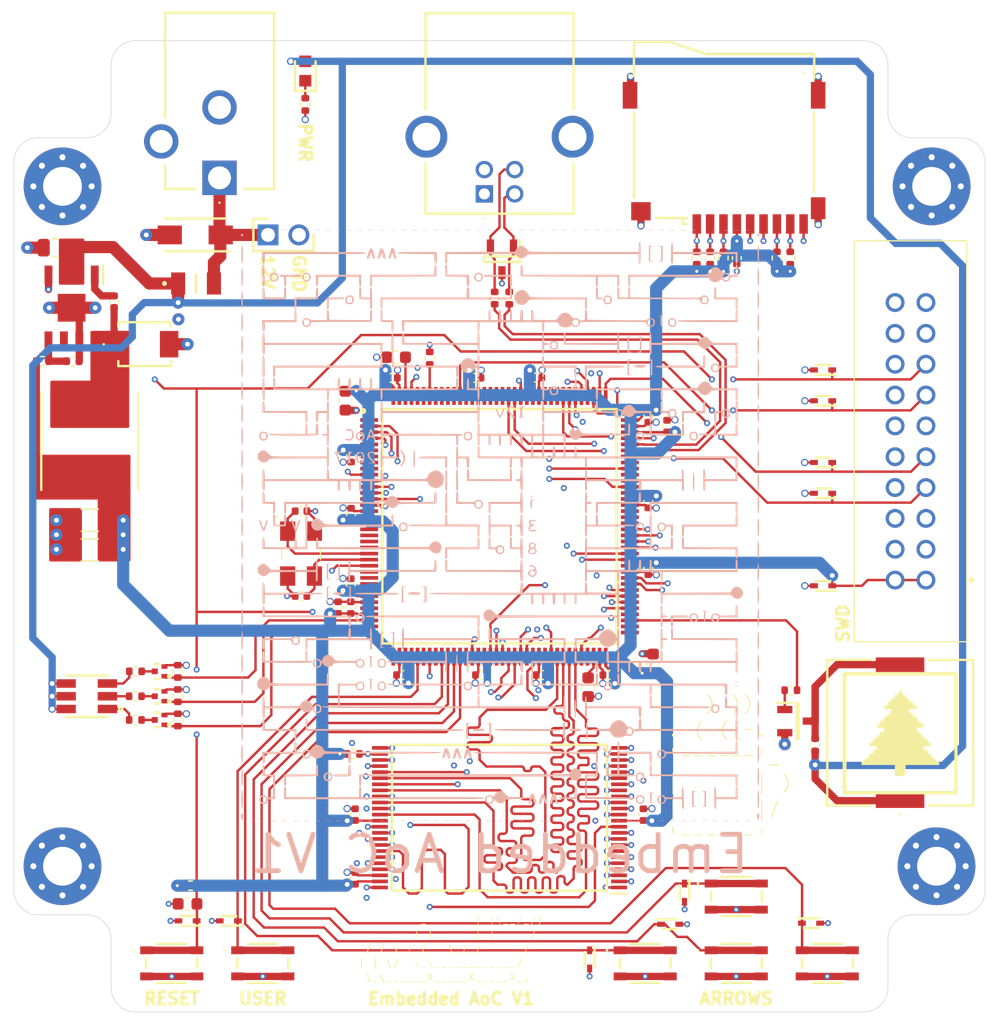
<source format=kicad_pcb>
(kicad_pcb (version 20241229) (generator "pcbnew") (generator_version "9.0")
  (layers (0 "F.Cu" signal) (4 "In1.Cu" signal) (6 "In2.Cu" signal) (8 "In3.Cu" signal) (10 "In4.Cu" signal) (2 "B.Cu" signal) (13 "F.Paste" user) (15 "B.Paste" user) (5 "F.SilkS" user "F.Silkscreen") (7 "B.SilkS" user "B.Silkscreen") (1 "F.Mask" user) (3 "B.Mask" user) (25 "Edge.Cuts" user))
  (net 0 "")
  (net 1 "Net-(LED1-K)")
  (net 2 "VSS")
  (net 3 "VDD")
  (net 4 "USER_UP")
  (net 5 "VCAP2")
  (net 6 "NRST")
  (net 7 "RCC_OUT")
  (net 8 "VCAP1")
  (net 9 "RCC_IN")
  (net 10 "USER_RIGHT")
  (net 11 "BOOT0")
  (net 12 "USER_DOWN")
  (net 13 "Net-(D1-K)")
  (net 14 "Net-(D2-K)")
  (net 15 "/USBR_DN")
  (net 16 "/USBR_DP")
  (net 17 "V12")
  (net 19 "Net-(IC4-BST)")
  (net 20 "Net-(IC4-FB)")
  (net 21 "USB_DN")
  (net 22 "USB_DP")
  (net 24 "DEBUG_SWO")
  (net 25 "DEBUG_SWCLK")
  (net 26 "DEBUG_SWDIO")
  (net 32 "LED_BLUE")
  (net 33 "SDMMC1_D0")
  (net 34 "SDMMC1_D2")
  (net 35 "SDMMC1_CK")
  (net 36 "SDMMC1_CD")
  (net 37 "BUZZER")
  (net 38 "SDMMC1_D1")
  (net 39 "LED_GREEN")
  (net 40 "SDMMC1_CMD")
  (net 41 "SDMMC1_D3")
  (net 42 "LED_RED")
  (net 43 "Net-(Q801-D)")
  (net 44 "Net-(Q802-D)")
  (net 45 "Net-(Q803-D)")
  (net 46 "Net-(C801-K-RED)")
  (net 47 "Net-(C801-K-GREEN)")
  (net 48 "Net-(C801-K-BLUE)")
  (net 49 "Net-(LS1001--)")
  (net 50 "Net-(Q1001-B)")
  (net 51 "SRAM_A21")
  (net 52 "SRAM_A12")
  (net 53 "SRAM_WE#")
  (net 54 "SRAM_DQ15")
  (net 55 "SRAM_DQ1")
  (net 56 "SRAM_A7")
  (net 57 "SRAM_UB#")
  (net 58 "SRAM_DQ11")
  (net 59 "SRAM_DQ5")
  (net 60 "SRAM_A14")
  (net 61 "SRAM_DQ10")
  (net 62 "SRAM_A8")
  (net 63 "SRAM_CE1")
  (net 64 "SRAM_A16")
  (net 65 "SRAM_A4")
  (net 66 "SRAM_A5")
  (net 67 "SRAM_DQ3")
  (net 68 "SRAM_DQ6")
  (net 69 "SRAM_A20")
  (net 70 "SRAM_A3")
  (net 71 "SRAM_A10")
  (net 72 "SRAM_DQ7")
  (net 73 "SRAM_DQ12")
  (net 74 "SRAM_DQ13")
  (net 75 "SRAM_DQ9")
  (net 76 "SRAM_A0")
  (net 77 "SRAM_A19")
  (net 78 "SRAM_DQ2")
  (net 79 "SRAM_A9")
  (net 80 "SRAM_DQ0")
  (net 81 "SRAM_A6")
  (net 82 "SRAM_OE#")
  (net 84 "SRAM_A2")
  (net 85 "SRAM_A1")
  (net 86 "SRAM_A18")
  (net 87 "SRAM_A15")
  (net 88 "SRAM_A11")
  (net 89 "SRAM_DQ8")
  (net 90 "SRAM_A17")
  (net 91 "SRAM_LB#")
  (net 92 "SRAM_DQ14")
  (net 93 "SRAM_DQ4")
  (net 94 "SRAM_A13")
  (net 96 "USER_LEFT")
  (net 109 "USER")
  (footprint "Capacitor_SMD:C_0805_2012Metric" (layer "F.Cu") (at 113.4 77.05)
    (property "Reference" "C41" (hide yes))
    (property "Value" "10u 25V")
  )
  (footprint "SamacSys:MSD1A" (layer "F.Cu") (at 168.5 68 180)
    (property "Reference" "J4" (hide yes))
    (property "Value" "MSD-1-A" (hide yes))
  )
  (footprint "SamacSys:SOT723" (layer "F.Cu") (at 122 111.95 90)
    (property "Reference" "Q801" (hide yes))
    (property "Value" "RUM001L02T2CL" (hide yes))
  )
  (footprint "SamacSys:SODFL1608X70N" (layer "F.Cu") (at 124.3 132.5 180)
    (property "Reference" "D9" (hide yes))
    (property "Value" "ESD5Z3.3T5G" (hide yes))
  )
  (footprint "SamacSys:SODFL1608X70N" (layer "F.Cu") (at 176.657 97.282 180)
    (property "Reference" "D7" (hide yes))
    (property "Value" "ESD5Z3.3T5G" (hide yes))
  )
  (footprint "Resistor_SMD:R_0402_1005Metric" (layer "F.Cu") (at 123.5 115.95 90)
    (property "Reference" "R3" (hide yes))
    (property "Value" "10.2k")
  )
  (footprint "LOGO" (layer "F.Cu") (at 169 119.5)
    (property "Reference" "G***" (hide yes))
    (property "Value" "LOGO" (hide yes))
  )
  (footprint "SamacSys:TS204225WT160SMTTR" (layer "F.Cu") (at 123 136)
    (property "Reference" "S1" (hide yes))
    (property "Value" "TS20-42-25-WT-160-SMT-TR" (hide yes))
  )
  (footprint "SamacSys:TS204225WT160SMTTR" (layer "F.Cu") (at 177 136)
    (property "Reference" "S4" (hide yes))
    (property "Value" "TS20-42-25-WT-160-SMT-TR" (hide yes))
  )
  (footprint "Resistor_SMD:R_0402_1005Metric" (layer "F.Cu") (at 167.35 77.9 90)
    (property "Reference" "R12" (hide yes))
    (property "Value" "10.2k")
  )
  (footprint "Resistor_SMD:R_0402_1005Metric" (layer "F.Cu") (at 114.85 86.4)
    (property "Reference" "R8" (hide yes))
    (property "Value" "10.2k")
  )
  (footprint "Capacitor_SMD:C_0402_1005Metric" (layer "F.Cu") (at 136.7 106.7 90)
    (property "Reference" "C18" (hide yes))
    (property "Value" "100n 6.3V")
  )
  (footprint "SamacSys:SSB43LE35BT" (layer "F.Cu") (at 120.75 85)
    (property "Reference" "D1" (hide yes))
    (property "Value" "SSB43L-E3_5BT" (hide yes))
  )
  (footprint "Resistor_SMD:R_0402_1005Metric" (layer "F.Cu") (at 137.95 118.75 180)
    (property "Reference" "R16" (hide yes))
    (property "Value" "10.2k")
  )
  (footprint "Resistor_SMD:R_0402_1005Metric" (layer "F.Cu") (at 150.8 81.2 90)
    (property "Reference" "R9" (hide yes))
    (property "Value" "22")
  )
  (footprint "Resistor_SMD:R_0402_1005Metric" (layer "F.Cu") (at 120.01 111.95)
    (property "Reference" "R801" (hide yes))
    (property "Value" "2.2k")
  )
  (footprint "SamacSys:SOT95P230X110-3N" (layer "F.Cu") (at 150.2 78 -90)
    (property "Reference" "D3" (hide yes))
    (property "Value" "PESD2USB5UXT-QR" (hide yes))
  )
  (footprint "Capacitor_SMD:C_1206_3216Metric" (layer "F.Cu") (at 116.25 101.95 180)
    (property "Reference" "C39" (hide yes))
    (property "Value" "22u 6.3V")
  )
  (footprint "Resistor_SMD:R_0402_1005Metric" (layer "F.Cu") (at 149.6 81.2 90)
    (property "Reference" "R10" (hide yes))
    (property "Value" "22")
  )
  (footprint "Capacitor_SMD:C_1206_3216Metric" (layer "F.Cu") (at 116.25 99.5 180)
    (property "Reference" "C40" (hide yes))
    (property "Value" "22u 6.3V")
  )
  (footprint "SamacSys:SOP50P2000X120-48N" (layer "F.Cu") (at 150 124 180)
    (property "Reference" "IC8" (hide yes))
    (property "Value" "AS6C6416-55TIN" (hide yes))
  )
  (footprint "SamacSys:INDPM8080X450N" (layer "F.Cu") (at 116.25 93 -90)
    (property "Reference" "L2" (hide yes))
    (property "Value" "SRN8040TA-6R8M" (hide yes))
  )
  (footprint "SamacSys:SODFL1608X70N" (layer "F.Cu") (at 164.06 132.78)
    (property "Reference" "D13" (hide yes))
    (property "Value" "ESD5Z3.3T5G" (hide yes))
  )
  (footprint "SamacSys:SODFL1608X70N" (layer "F.Cu") (at 176.657 94.742 180)
    (property "Reference" "D6" (hide yes))
    (property "Value" "ESD5Z3.3T5G" (hide yes))
  )
  (footprint "SamacSys:SOT723" (layer "F.Cu") (at 122 115.95 90)
    (property "Reference" "Q803" (hide yes))
    (property "Value" "RUM001L02T2CL" (hide yes))
  )
  (footprint "Capacitor_SMD:C_0402_1005Metric" (layer "F.Cu") (at 142 112.25 180)
    (property "Reference" "C14" (hide yes))
    (property "Value" "100n 6.3V")
  )
  (footprint "SamacSys:ECS1602030BDUTR" (layer "F.Cu") (at 133.65 102.25 -90)
    (property "Reference" "Y1" (hide yes))
    (property "Value" "ECS-160-12-30BQ-ADS-TR" (hide yes))
  )
  (footprint "Capacitor_SMD:C_0402_1005Metric" (layer "F.Cu") (at 153 87.75)
    (property "Reference" "C19" (hide yes))
    (property "Value" "100n 6.3V")
  )
  (footprint "Resistor_SMD:R_0402_1005Metric" (layer "F.Cu") (at 124.55 129.6)
    (property "Reference" "R4" (hide yes))
    (property "Value" "10.2k")
  )
  (footprint "SamacSys:PLCC6" (layer "F.Cu") (at 116 114 180)
    (property "Reference" "C801" (hide yes))
    (property "Value" "CLY6D-FKC-CK1N1D1BB7D3D3" (hide yes))
  )
  (footprint "SamacSys:PKLCS1212E2400R1" (layer "F.Cu") (at 183 117 90)
    (property "Reference" "LS1001" (hide yes))
    (property "Value" "PKLCS1212E2400-R1" (hide yes))
  )
  (footprint "Resistor_SMD:R_0402_1005Metric" (layer "F.Cu") (at 120 115.95)
    (property "Reference" "R805" (hide yes))
    (property "Value" "2.2k")
  )
  (footprint "LOGO" (layer "F.Cu") (at 183 117)
    (property "Reference" "G***" (hide yes))
    (property "Value" "LOGO" (hide yes))
  )
  (footprint "Resistor_SMD:R_0402_1005Metric" (layer "F.Cu") (at 120 114)
    (property "Reference" "R803" (hide yes))
    (property "Value" "2.2k")
  )
  (footprint "Resistor_SMD:R_0402_1005Metric" (layer "F.Cu") (at 144.25 86.15 90)
    (property "Reference" "R5" (hide yes))
    (property "Value" "10.2k")
  )
  (footprint "Capacitor_SMD:C_0603_1608Metric" (layer "F.Cu") (at 137.3 89.65 90)
    (property "Reference" "C29" (hide yes))
    (property "Value" "4.7u 6.3V")
  )
  (footprint "Capacitor_SMD:C_0402_1005Metric" (layer "F.Cu") (at 162.25 98 -90)
    (property "Reference" "C9" (hide yes))
    (property "Value" "100n 6.3V")
  )
  (footprint "Resistor_SMD:R_0402_1005Metric" (layer "F.Cu") (at 173.95 77.9 90)
    (property "Reference" "R15" (hide yes))
    (property "Value" "10.2k")
  )
  (footprint "SamacSys:LEDC1608X115N" (layer "F.Cu") (at 134 62.5 90)
    (property "Reference" "LED1" (hide yes))
    (property "Value" "150060GS83000" (hide yes))
  )
  (footprint "SamacSys:SODFL1608X70N" (layer "F.Cu") (at 176.657 89.662 180)
    (property "Reference" "D5" (hide yes))
    (property "Value" "ESD5Z3.3T5G" (hide yes))
  )
  (footprint "Capacitor_SMD:C_0402_1005Metric" (layer "F.Cu") (at 159 112.25 180)
    (property "Reference" "C11" (hide yes))
    (property "Value" "100n 6.3V")
  )
  (footprint "Capacitor_SMD:C_0402_1005Metric" (layer "F.Cu") (at 137.775 99 90)
    (property "Reference" "C20" (hide yes))
    (property "Value" "100n 6.3V")
  )
  (footprint "Capacitor_SMD:C_0402_1005Metric" (layer "F.Cu") (at 169.55 77.9 90)
    (property "Reference" "C42" (hide yes))
    (property "Value" "100n 6.3V")
  )
  (footprint "SamacSys:SOT723" (layer "F.Cu") (at 122 114 90)
    (property "Reference" "Q802" (hide yes))
    (property "Value" "RUM001L02T2CL" (hide yes))
  )
  (footprint "SamacSys:UJ2BHW1TH" (layer "F.Cu") (at 148.75 72.62 180)
    (property "Reference" "J2" (hide yes))
    (property "Value" "UJ2-BH-W1-TH" (hide yes))
  )
  (footprint "Capacitor_SMD:C_0402_1005Metric" (layer "F.Cu") (at 161.85 123.75 90)
    (property "Reference" "C1" (hide yes))
    (property "Value" "100n 25V")
  )
  (footprint "SamacSys:SOIC127P600X175-9N" (layer "F.Cu") (at 114.75 82 -90)
    (property "Reference" "IC4" (hide yes))
    (property "Value" "ADP2302ARDZ-3.3-R7" (hide yes))
  )
  (footprint "SamacSys:TS204225WT160SMTTR" (layer "F.Cu") (at 169.5 130.5)
    (property "Reference" "S3" (hide yes))
    (property "Value" "TS20-42-25-WT-160-SMT-TR" (hide yes))
  )
  (footprint "SamacSys:QFP50P2200X2200X160-144N" (layer "F.Cu") (at 150 100)
    (property "Reference" "IC1" (hide yes))
    (property "Value" "STM32H533ZET6" (hide yes))
  )
  (footprint "Resistor_SMD:R_0402_1005Metric" (layer "F.Cu") (at 172.85 77.9 90)
    (property "Reference" "R14" (hide yes))
    (property "Value" "10.2k")
  )
  (footprint "Capacitor_SMD:C_0402_1005Metric" (layer "F.Cu") (at 148.5 112.25 180)
    (property "Reference" "C13" (hide yes))
    (property "Value" "100n 6.3V")
  )
  (footprint "SamacSys:SODFL1608X70N" (layer "F.Cu") (at 127.7 132.5 180)
    (property "Reference" "D10" (hide yes))
    (property "Value" "ESD5Z3.3T5G" (hide yes))
  )
  (footprint "Capacitor_SMD:C_0603_1608Metric" (layer "F.Cu") (at 124.3 131.1 180)
    (property "Reference" "C31" (hide yes))
    (property "Value" "4.7u 6.3V")
  )
  (footprint "SamacSys:SODFL1608X70N" (layer "F.Cu") (at 175.66 132.69)
    (property "Reference" "D12" (hide yes))
    (property "Value" "ESD5Z3.3T5G" (hide yes))
  )
  (footprint "SamacSys:SODFL1608X70N" (layer "F.Cu") (at 157.425 135.675 -90)
    (property "Reference" "D14" (hide yes))
    (property "Value" "ESD5Z3.3T5G" (hide yes))
  )
  (footprint "SamacSys:SOT96P237X111-3N" (layer "F.Cu") (at 174.55 116.045)
    (property "Reference" "Q1001" (hide yes))
    (property "Value" "NSS30101LT1G" (hide yes))
  )
  (footprint "Resistor_SMD:R_0402_1005Metric" (layer "F.Cu") (at 123.5 111.95 90)
    (property "Reference" "R1" (hide yes))
    (property "Value" "10.2k")
  )
  (footprint "SamacSys:SODFL1608X70N" (layer "F.Cu") (at 176.657 104.902 180)
    (property "Reference" "D8" (hide yes))
    (property "Value" "ESD5Z3.3T5G" (hide yes))
  )
  (footprint "Capacitor_SMD:C_0402_1005Metric" (layer "F.Cu") (at 118.25 81.5 -90)
    (property "Reference" "C38" (hide yes))
    (property "Value" "100n 25V")
  )
  (footprint "LOGO" (layer "F.Cu") (at 146 134.5)
    (property "Reference" "G***" (hide yes))
    (property "Value" "LOGO" (hide yes))
  )
  (footprint "SamacSys:DIOM5027X240N" (layer "F.Cu") (at 124.9335 76 180)
    (property "Reference" "D2" (hide yes))
    (property "Value" "P4SMAJ12A" (hide yes))
  )
  (footprint "MountingHole:MountingHole_3.2mm_M3_Pad_Via" (layer "F.Cu") (at 185.6 72)
    (property "Reference" "H3" (hide yes))
    (property "Value" "MountingHole")
  )
  (footprint "SamacSys:TST-110-XX-Y-D" (layer "F.Cu") (at 185.1275 104.43 90)
    (property "Reference" "J3" (hide yes))
    (property "Value" "TST-110-01-F-D" (hide yes))
  )
  (footprint "Resistor_SMD:R_0402_1005Metric" (layer "F.Cu") (at 166.25 77.9 90)
    (property "Reference" "R11" (hide yes))
    (property "Value" "10.2k")
  )
  (footprint "SamacSys:TS204225WT160SMTTR" (layer "F.Cu") (at 130.5 136)
    (property "Reference" "S2" (hide yes))
    (property "Value" "TS20-42-25-WT-160-SMT-TR" (hide yes))
  )
  (footprint "Capacitor_SMD:C_0603_1608Metric" (layer "F.Cu") (at 162.65 111.3 90)
    (property "Reference" "C30" (hide yes))
    (property "Value" "4.7u 6.3V")
  )
  (footprint "Capacitor_SMD:C_0402_1005Metric" (layer "F.Cu") (at 141.1 87.775)
    (property "Reference" "C22" (hide yes))
    (property "Value" "100n 6.3V")
  )
  (footprint "Capacitor_SMD:C_0402_1005Metric" (layer "F.Cu") (at 133.65 98.75)
    (property "Reference" "C36" (hide yes))
    (property "Value" "16p 16V")
  )
  (footprint "SamacSys:TS204225WT160SMTTR" (layer "F.Cu") (at 169.5 136)
    (property "Reference" "S5" (hide yes))
    (property "Value" "TS20-42-25-WT-160-SMT-TR" (hide yes))
  )
  (footprint "Capacitor_SMD:C_0402_1005Metric" (layer "F.Cu") (at 133.65 105.75)
    (property "Reference" "C37" (hide yes))
    (property "Value" "16p 16V")
  )
  (footprint "Resistor_SMD:R_0402_1005Metric" (layer "F.Cu") (at 168.45 77.9 90)
    (property "Reference" "R13" (hide yes))
    (property "Value" "10.2k")
  )
  (footprint "Capacitor_SMD:C_0402_1005Metric" (layer "F.Cu") (at 137.775 94.225 -90)
    (property "Reference" "C21" (hide yes))
    (property "Value" "100n 6.3V")
  )
  (footprint "MountingHole:MountingHole_3.2mm_M3_Pad_Via" (layer "F.Cu") (at 186 128)
    (property "Reference" "H4" (hide yes))
    (property "Value" "MountingHole")
  )
  (footprint "Capacitor_SMD:C_0402_1005Metric" (layer "F.Cu") (at 138.1 123.75 90)
    (property "Reference" "C4" (hide yes))
    (property "Value" "100n 25V")
  )
  (footprint "Resistor_SMD:R_0402_1005Metric" (layer "F.Cu") (at 134 65.25 -90)
    (property "Reference" "R6" (hide yes))
    (property "Value" "10.2k")
  )
  (footprint "SamacSys:SODFL1608X70N" (layer "F.Cu") (at 176.657 87.122 180)
    (property "Reference" "D4" (hide yes))
    (property "Value" "ESD5Z3.3T5G" (hide yes))
  )
  (footprint "SamacSys:1206L075132WR" (layer "F.Cu") (at 125 80)
    (property "Reference" "F1" (hide yes))
    (property "Value" "1206L075_16WR" (hide yes))
  )
  (footprint "Capacitor_SMD:C_0402_1005Metric" (layer "F.Cu") (at 162.25 90.95 -90)
    (property "Reference" "C24" (hide yes))
    (property "Value" "100n 6.3V")
  )
  (footprint "Resistor_SMD:R_0402_1005Metric" (layer "F.Cu") (at 174 113.5 180)
    (property "Reference" "R1002" (hide yes))
    (property "Value" "2.2k")
  )
  (footprint "Capacitor_SMD:C_0402_1005Metric" (layer "F.Cu") (at 153.5 112.25 180)
    (property "Reference" "C12" (hide yes))
    (property "Value" "100n 6.3V")
  )
  (footprint "Capacitor_SMD:C_0603_1608Metric" (layer "F.Cu") (at 157.3 113.25 -90)
    (property "Reference" "C34" (hide yes))
    (property "Value" "2.2u 6.3V")
  )
  (footprint "Resistor_SMD:R_0402_1005Metric" (layer "F.Cu") (at 176 118 90)
    (property "Reference" "R1001" (hide yes))
    (property "Value" "2.2k")
  )
  (footprint "SamacSys:SODFL1608X70N" (layer "F.Cu") (at 165.24 130.18 -90)
    (property "Reference" "D11" (hide yes))
    (property "Value" "ESD5Z3.3T5G" (hide yes))
  )
  (footprint "Capacitor_SMD:C_0402_1005Metric" (layer "F.Cu") (at 137.75 106.7 90)
    (property "Reference" "C17" (hide yes))
    (property "Value" "100n 6.3V")
  )
  (footprint "Capacitor_SMD:C_0603_1608Metric" (layer "F.Cu") (at 141.475 86.075 180)
    (property "Reference" "C33" (hide yes))
    (property "Value" "2.2u 6.3V")
  )
  (footprint "Capacitor_SMD:C_0402_1005Metric" (layer "F.Cu") (at 162.25 103.5 -90)
    (property "Reference" "C10" (hide yes))
    (property "Value" "100n 6.3V")
  )
  (footprint "Resistor_SMD:R_0402_1005Metric" (layer "F.Cu") (at 112.35 86.4)
    (property "Reference" "R7" (hide yes))
    (property "Value" "31.6k")
  )
  (footprint "MountingHole:MountingHole_3.2mm_M3_Pad_Via" (layer "F.Cu") (at 114 72)
    (property "Reference" "H1" (hide yes))
    (property "Value" "MountingHole")
  )
  (footprint "SamacSys:PRT10811" (layer "F.Cu") (at 126.9335 71.3 -90)
    (property "Reference" "J1" (hide yes))
    (property "Value" "PRT-10811" (hide yes))
  )
  (footprint "Capacitor_SMD:C_0402_1005Metric" (layer "F.Cu") (at 148 87.775)
    (property "Reference" "C23" (hide yes))
    (property "Value" "100n 6.3V")
  )
  (footprint "Capacitor_SMD:C_0402_1005Metric" (layer "F.Cu") (at 163.8 91.75 90)
    (property "Reference" "C28" (hide yes))
    (property "Value" "100n 6.3V")
  )
  (footprint "Capacitor_SMD:C_0402_1005Metric" (layer "F.Cu") (at 137.75 104.8 90)
    (property "Reference" "C15" (hide yes))
    (property "Value" "100n 6.3V")
  )
  (footprint "Resistor_SMD:R_0402_1005Metric" (layer "F.Cu") (at 123.5 113.95 90)
    (property "Reference" "R2" (hide yes))
    (property "Value" "10.2k")
  )
  (footprint "SamacSys:TS204225WT160SMTTR" (layer "F.Cu") (at 162 136)
    (property "Reference" "S6" (hide yes))
    (property "Value" "TS20-42-25-WT-160-SMT-TR" (hide yes))
  )
  (footprint "MountingHole:MountingHole_3.2mm_M3_Pad_Via" (layer "F.Cu") (at 114 128)
    (property "Reference" "H2" (hide yes))
    (property "Value" "MountingHole")
  )
  (footprint "Capacitor_SMD:C_0402_1005Metric" (layer "F.Cu") (at 138.1 129 90)
    (property "Reference" "C3" (hide yes))
    (property "Value" "100n 25V")
  )
  (footprint "SamacSys:HDRV2W67P254_2X1_254X483X858P" (layer "F.Cu") (at 130.9335 76 -90)
    (property "Reference" "J5" (hide yes))
    (property "Value" "67996-100HLF" (hide yes))
  )
  (footprint "LOGO" (layer "B.Cu") (at 150 100 180)
    (property "Reference" "G***" (hide yes))
    (property "Value" "LOGO" (hide yes))
  )
  (gr_line (start 182 66) (end 182 62) (stroke (width 0.05)) (layer "Edge.Cuts"))
  (gr_line (start 180 140) (end 120 140) (stroke (width 0.05)) (layer "Edge.Cuts"))
  (gr_arc (start 118 66) (mid 117.414214 67.414214) (end 116 68) (stroke (width 0.05)) (layer "Edge.Cuts"))
  (gr_line (start 118 62) (end 118 66) (stroke (width 0.05)) (layer "Edge.Cuts"))
  (gr_arc (start 118 62) (mid 118.585786 60.585786) (end 120 60) (stroke (width 0.05)) (layer "Edge.Cuts"))
  (gr_arc (start 184 68) (mid 182.585786 67.414214) (end 182 66) (stroke (width 0.05)) (layer "Edge.Cuts"))
  (gr_line (start 120 60) (end 180 60) (stroke (width 0.05)) (layer "Edge.Cuts"))
  (gr_line (start 110 130) (end 110 70) (stroke (width 0.05)) (layer "Edge.Cuts"))
  (gr_line (start 118 134) (end 118 138) (stroke (width 0.05)) (layer "Edge.Cuts"))
  (gr_arc (start 110 70) (mid 110.585786 68.585786) (end 112 68) (stroke (width 0.05)) (layer "Edge.Cuts"))
  (gr_arc (start 182 134) (mid 182.585786 132.585786) (end 184 132) (stroke (width 0.05)) (layer "Edge.Cuts"))
  (gr_arc (start 112 132) (mid 110.585786 131.414214) (end 110 130) (stroke (width 0.05)) (layer "Edge.Cuts"))
  (gr_line (start 112 132) (end 116 132) (stroke (width 0.05)) (layer "Edge.Cuts"))
  (gr_arc (start 188 68) (mid 189.414214 68.585786) (end 190 70) (stroke (width 0.05)) (layer "Edge.Cuts"))
  (gr_arc (start 190 130) (mid 189.414214 131.414214) (end 188 132) (stroke (width 0.05)) (layer "Edge.Cuts"))
  (gr_arc (start 180 60) (mid 181.414214 60.585786) (end 182 62) (stroke (width 0.05)) (layer "Edge.Cuts"))
  (gr_arc (start 182 138) (mid 181.414214 139.414214) (end 180 140) (stroke (width 0.05)) (layer "Edge.Cuts"))
  (gr_line (start 190 70) (end 190 130) (stroke (width 0.05)) (layer "Edge.Cuts"))
  (gr_line (start 182 138) (end 182 134) (stroke (width 0.05)) (layer "Edge.Cuts"))
  (gr_line (start 116 68) (end 112 68) (stroke (width 0.05)) (layer "Edge.Cuts"))
  (gr_arc (start 116 132) (mid 117.414214 132.585786) (end 118 134) (stroke (width 0.05)) (layer "Edge.Cuts"))
  (gr_arc (start 120 140) (mid 118.585786 139.414214) (end 118 138) (stroke (width 0.05)) (layer "Edge.Cuts"))
  (gr_line (start 184 132) (end 188 132) (stroke (width 0.05)) (layer "Edge.Cuts"))
  (gr_line (start 188 68) (end 184 68) (stroke (width 0.05)) (layer "Edge.Cuts"))
  (gr_text "ARROWS" (at 169.5 138.9 0) (layer "F.SilkS") (effects (font (size 1 1) (thickness 0.25) (bold yes))))
  (gr_text "12V" (at 130.9 77.5 270) (layer "F.SilkS") (effects (font (size 1 1) (thickness 0.25) (bold yes)) (justify left)))
  (gr_text "RESET" (at 123 138.9 0) (layer "F.SilkS") (effects (font (size 1 1) (thickness 0.25) (bold yes))))
  (gr_text "USER" (at 130.5 138.9 0) (layer "F.SilkS") (effects (font (size 1 1) (thickness 0.25) (bold yes))))
  (gr_text "GND" (at 133.5 77.5 270) (layer "F.SilkS") (effects (font (size 1 1) (thickness 0.25) (bold yes)) (justify left)))
  (gr_text "SWD" (at 178.3 108 90) (layer "F.SilkS") (effects (font (size 1 1) (thickness 0.25) (bold yes))))
  (gr_text "PWR" (at 134 68.4 270) (layer "F.SilkS") (effects (font (size 1 1) (thickness 0.25) (bold yes))))
  (gr_text "Embedded AoC V1" (at 146 139.5 0) (layer "F.SilkS") (effects (font (size 1 1) (thickness 0.25) (bold yes)) (justify bottom)))
  (gr_text "Embedded AoC V1" (at 150 127 0) (layer "B.SilkS") (effects (font (size 3 3) (thickness 0.4)) (justify mirror)))
  (segment (start 134 63.3) (end 134 64.74) (width 0.2) (layer "F.Cu") (net 1))
  (segment (start 167.425 131.575) (end 169.5 131.575) (width 0.2) (layer "F.Cu") (net 2))
  (segment (start 150.2 79.1) (end 150.2 80) (width 0.2) (layer "F.Cu") (net 2))
  (segment (start 112.45 77.05) (end 111.1 77.05) (width 1) (layer "F.Cu") (net 2))
  (segment (start 115.385 82.635) (end 114.75 82) (width 0.6) (layer "F.Cu") (net 2))
  (segment (start 115.385 84.712) (end 115.385 86.425) (width 0.6) (layer "F.Cu") (net 2))
  (segment (start 158.52 111.87) (end 158.52 112.25) (width 0.2) (layer "F.Cu") (net 2))
  (segment (start 148.25 110.75) (end 148.25 112.032) (width 0.2) (layer "F.Cu") (net 2))
  (segment (start 148.25 112.032) (end 148.02 112.262) (width 0.2) (layer "F.Cu") (net 2))
  (segment (start 122.785 85) (end 124.3 85) (width 1) (layer "F.Cu") (net 2))
  (segment (start 171.75 75.1) (end 171.75 76.5) (width 0.2) (layer "F.Cu") (net 2))
  (segment (start 137.325 90.45) (end 137.3 90.425) (width 0.6) (layer "F.Cu") (net 2))
  (segment (start 161.75 110.5) (end 162.625 110.5) (width 0.6) (layer "F.Cu") (net 2))
  (segment (start 132.55 105.13) (end 133.17 105.75) (width 0.2) (layer "F.Cu") (net 2))
  (segment (start 123.5 111.44) (end 122.51 111.44) (width 0.2) (layer "F.Cu") (net 2))
  (segment (start 124.11 113.44) (end 123.5 113.44) (width 0.2) (layer "F.Cu") (net 2))
  (segment (start 160.8 62.95) (end 160.8 64.5) (width 0.6) (layer "F.Cu") (net 2))
  (segment (start 175.907 104.902) (end 175.152 104.902) (width 0.2) (layer "F.Cu") (net 2))
  (segment (start 137.12 104.32) (end 137.75 104.32) (width 0.2) (layer "F.Cu") (net 2))
  (segment (start 137.145 94.7) (end 137.125 94.72) (width 0.2) (layer "F.Cu") (net 2))
  (segment (start 137.775 94.7) (end 137.145 94.7) (width 0.2) (layer "F.Cu") (net 2))
  (segment (start 169.55 78.38) (end 169.55 79) (width 0.2) (layer "F.Cu") (net 2))
  (segment (start 137.47 128.52) (end 138.1 128.52) (width 0.2) (layer "F.Cu") (net 2))
  (segment (start 148.5 87.15) (end 148.48 87.17) (width 0.2) (layer "F.Cu") (net 2))
  (segment (start 175.9134 87.122) (end 175.1584 87.122) (width 0.2) (layer "F.Cu") (net 2))
  (segment (start 153.25 88.018) (end 153.48 87.788) (width 0.2) (layer "F.Cu") (net 2))
  (segment (start 141.52 112.892) (end 141.52 112.262) (width 0.2) (layer "F.Cu") (net 2))
  (segment (start 169.5 137.075) (end 167.425 137.075) (width 0.2) (layer "F.Cu") (net 2))
  (segment (start 160.738 91.75) (end 161.93 91.75) (width 0.2) (layer "F.Cu") (net 2))
  (segment (start 123.5 113.44) (end 122.56 113.44) (width 0.2) (layer "F.Cu") (net 2))
  (segment (start 160.75 103.75) (end 162.032 103.75) (width 0.2) (layer "F.Cu") (net 2))
  (segment (start 126.95 132.5) (end 126.3 132.5) (width 0.15) (layer "F.Cu") (net 2))
  (segment (start 162.912 104) (end 162.892 103.98) (width 0.2) (layer "F.Cu") (net 2))
  (segment (start 162 137.075) (end 159.925 137.075) (width 0.2) (layer "F.Cu") (net 2))
  (segment (start 120.925 137.075) (end 123 137.075) (width 0.2) (layer "F.Cu") (net 2))
  (segment (start 124.2 111.45) (end 124.12 111.45) (width 0.2) (layer "F.Cu") (net 2))
  (segment (start 124.11 115.44) (end 123.5 115.44) (width 0.2) (layer "F.Cu") (net 2))
  (segment (start 137.115 98.485) (end 137.135 98.505) (width 0.2) (layer "F.Cu") (net 2))
  (segment (start 134.75 100.4) (end 134.75 99.37) (width 0.2) (layer "F.Cu") (net 2))
  (segment (start 140.7 86.075) (end 139.875 86.075) (width 0.2) (layer "F.Cu") (net 2))
  (segment (start 123.525 131.1) (end 122.75 131.1) (width 0.2) (layer "F.Cu") (net 2))
  (segment (start 153.5 87.138) (end 153.48 87.158) (width 0.2) (layer "F.Cu") (net 2))
  (segment (start 176.25 62.95) (end 176.25 64.5) (width 0.6) (layer "F.Cu") (net 2))
  (segment (start 137.75 106.22) (end 136.7 106.22) (width 0.2) (layer "F.Cu") (net 2))
  (segment (start 136.05 106.2) (end 136.07 106.22) (width 0.2) (layer "F.Cu") (net 2))
  (segment (start 162.53 123.27) (end 162.55 123.25) (width 0.2) (layer "F.Cu") (net 2))
  (segment (start 174.925 137.075) (end 179.075 137.075) (width 0.6) (layer "F.Cu") (net 2))
  (segment (start 141.75 88.375) (end 141.75 89.262) (width 0.2) (layer "F.Cu") (net 2))
  (segment (start 137.47 123.27) (end 138.1 123.27) (width 0.2) (layer "F.Cu") (net 2))
  (segment (start 158.25 110.738) (end 158.25 111.6) (width 0.2) (layer "F.Cu") (net 2))
  (segment (start 144.25 85.64) (end 144.25 85.05) (width 0.2) (layer "F.Cu") (net 2))
  (segment (start 171.575 137.075) (end 169.5 137.075) (width 0.2) (layer "F.Cu") (net 2))
  (segment (start 162.892 98.48) (end 162.262 98.48) (width 0.2) (layer "F.Cu") (net 2))
  (segment (start 169.5 131.575) (end 171.575 131.575) (width 0.2) (layer "F.Cu") (net 2))
  (segment (start 116.7 82) (end 112.9 82) (width 1) (layer "F.Cu") (net 2))
  (segment (start 171.575 131.575) (end 167.425 131.575) (width 0.6) (layer "F.Cu") (net 2))
  (segment (start 167.425 137.075) (end 171.575 137.075) (width 0.6) (layer "F.Cu") (net 2))
  (segment (start 124.11 111.44) (end 123.5 111.44) (width 0.2) (layer "F.Cu") (net 2))
  (segment (start 123.55 132.5) (end 122.9 132.5) (width 0.15) (layer "F.Cu") (net 2))
  (segment (start 164.43 91.25) (end 164.45 91.23) (width 0.2) (layer "F.Cu") (net 2))
  (segment (start 140.15 119.25) (end 141.15 119.25) (width 0.2) (layer "F.Cu") (net 2))
  (segment (start 158.52 112.93) (end 158.5 112.95) (width 0.2) (layer "F.Cu") (net 2))
  (segment (start 136.07 106.22) (end 136.7 106.22) (width 0.2) (layer "F.Cu") (net 2))
  (segment (start 141.75 112.032) (end 141.52 112.262) (width 0.2) (layer "F.Cu") (net 2))
  (segment (start 162.9 91.43) (end 162.88 91.41) (width 0.2) (layer "F.Cu") (net 2))
  (segment (start 161.9 123.27) (end 162.53 123.27) (width 0.2) (layer "F.Cu") (net 2))
  (segment (start 123.5 115.44) (end 122.51 115.44) (width 0.2) (layer "F.Cu") (net 2))
  (segment (start 137.78 106.25) (end 137.75 106.22) (width 0.2) (layer "F.Cu") (net 2))
  (segment (start 133.17 105.75) (end 132.5 105.75) (width 0.2) (layer "F.Cu") (net 2))
  (segment (start 138.005 98.75) (end 137.775 98.52) (width 0.2) (layer "F.Cu") (net 2))
  (segment (start 175.9134 97.282) (end 175.1584 97.282) (width 0.2) (layer "F.Cu") (net 2))
  (segment (start 159.925 137.075) (end 164.075 137.075) (width 0.6) (layer "F.Cu") (net 2))
  (segment (start 141.58 88.205) (end 141.75 88.375) (width 0.2) (layer "F.Cu") (net 2))
  (segment (start 115.385 86.425) (end 115.36 86.4) (width 0.6) (layer "F.Cu") (net 2))
  (segment (start 138.2 90.45) (end 137.325 90.45) (width 0.6) (layer "F.Cu") (net 2))
  (segment (start 163.8 91.25) (end 164.43 91.25) (width 0.2) (layer "F.Cu") (net 2))
  (segment (start 153 112.935) (end 153.02 112.915) (width 0.2) (layer "F.Cu") (net 2))
  (segment (start 148.25 89.262) (end 148.25 88.005) (width 0.2) (layer "F.Cu") (net 2))
  (segment (start 158.25 111.6) (end 158.52 111.87) (width 0.2) (layer "F.Cu") (net 2))
  (segment (start 162.912 98.5) (end 162.892 98.48) (width 0.2) (layer "F.Cu") (net 2))
  (segment (start 124.12 113.45) (end 124.11 113.44) (width 0.2) (layer "F.Cu") (net 2))
  (segment (start 162.625 110.5) (end 162.65 110.525) (width 0.6) (layer "F.Cu") (net 2))
  (segment (start 125.075 137.075) (end 120.925 137.075) (width 0.6) (layer "F.Cu") (net 2))
  (segment (start 160.75 98.25) (end 162.032 98.25) (width 0.2) (layer "F.Cu") (net 2))
  (segment (start 153.25 110.773) (end 153.25 112.055) (width 0.2) (layer "F.Cu") (net 2))
  (segment (start 164.075 137.075) (end 162 137.075) (width 0.2) (layer "F.Cu") (net 2))
  (segment (start 173.5 117) (end 173.5 117.95) (width 0.6) (layer "F.Cu") (net 2))
  (segment (start 132.55 104.1) (end 132.55 105.13) (width 0.2) (layer "F.Cu") (net 2))
  (segment (start 141.585 87.145) (end 141.585 87.775) (width 0.2) (layer "F.Cu") (net 2))
  (segment (start 158.52 112.25) (end 158.52 112.93) (width 0.2) (layer "F.Cu") (net 2))
  (segment (start 141.75 110.75) (end 141.75 112.032) (width 0.2) (layer "F.Cu") (net 2))
  (segment (start 139.262 98.75) (end 138.005 98.75) (width 0.2) (layer "F.Cu") (net 2))
  (segment (start 141.605 87.125) (end 141.585 87.145) (width 0.2) (layer "F.Cu") (net 2))
  (segment (start 176.25 73.8) (end 176.25 75.15) (width 0.6) (layer "F.Cu") (net 2))
  (segment (start 134.15 98.75) (end 134.82 98.75) (width 0.2) (layer "F.Cu") (net 2))
  (segment (start 134 65.76) (end 134 66.5) (width 0.2) (layer "F.Cu") (net 2))
  (segment (start 138.33 128.75) (end 138.1 128.52) (width 0.2) (layer "F.Cu") (net 2))
  (segment (start 162.032 103.75) (end 162.262 103.98) (width 0.2) (layer "F.Cu") (net 2))
  (segment (start 134.75 99.37) (end 134.13 98.75) (width 0.2) (layer "F.Cu") (net 2))
  (segment (start 157.425 136.425) (end 157.425 137.075) (width 0.15) (layer "F.Cu") (net 2))
  (segment (start 141.58 87.775) (end 141.58 88.205) (width 0.2) (layer "F.Cu") (net 2))
  (segment (start 158.125 114.025) (end 157.3 114.025) (width 0.2) (layer "F.Cu") (net 2))
  (segment (start 141.5 112.912) (end 141.52 112.892) (width 0.2) (layer "F.Cu") (net 2))
  (segment (start 122.51 111.44) (end 122.4 111.55) (width 0.2) (layer "F.Cu") (net 2))
  (segment (start 175.888 94.742) (end 175.133 94.742) (width 0.2) (layer "F.Cu") (net 2))
  (segment (start 132.575 137.075) (end 128.425 137.075) (width 0.6) (layer "F.Cu") (net 2))
  (segment (start 162.88 91.41) (end 162.25 91.41) (width 0.2) (layer "F.Cu") (net 2))
  (segment (start 148.02 112.892) (end 148.02 112.262) (width 0.2) (layer "F.Cu") (net 2))
  (segment (start 122.51 115.44) (end 122.4 115.55) (width 0.2) (layer "F.Cu") (net 2))
  (segment (start 162.032 98.25) (end 162.262 98.48) (width 0.2) (layer "F.Cu") (net 2))
  (segment (start 137.1 104.3) (end 137.12 104.32) (width 0.2) (layer "F.Cu") (net 2))
  (segment (start 124.2 115.45) (end 124.12 115.45) (width 0.2) (layer "F.Cu") (net 2))
  (segment (start 137.45 128.5) (end 137.47 128.52) (width 0.2) (layer "F.Cu") (net 2))
  (segment (start 139.262 106.25) (end 137.78 106.25) (width 0.2) (layer "F.Cu") (net 2))
  (segment (start 124.12 111.45) (end 124.11 111.44) (width 0.2) (layer "F.Cu") (net 2))
  (segment (start 162.892 103.98) (end 162.262 103.98) (width 0.2) (layer "F.Cu") (net 2))
  (segment (start 177 137.075) (end 179.075 137.075) (width 0.2) (layer "F.Cu") (net 2))
  (segment (start 124.2 113.45) (end 124.12 113.45) (width 0.2) (layer "F.Cu") (net 2))
  (segment (start 158.15 114) (end 158.125 114.025) (width 0.2) (layer "F.Cu") (net 2))
  (segment (start 130.5 137.075) (end 132.575 137.075) (width 0.2) (layer "F.Cu") (net 2))
  (segment (start 122.8335 76) (end 120.9 76) (width 1) (layer "F.Cu") (net 2))
  (segment (start 161.65 75.25) (end 161.65 74.05) (width 0.6) (layer "F.Cu") (net 2))
  (segment (start 137.45 123.25) (end 137.47 123.27) (width 0.2) (layer "F.Cu") (net 2))
  (segment (start 153.25 89.3) (end 153.25 88.018) (width 0.2) (layer "F.Cu") (net 2))
  (segment (start 175.9134 89.662) (end 175.1584 89.662) (width 0.2) (layer "F.Cu") (net 2))
  (segment (start 148.48 87.17) (end 148.48 87.8) (width 0.2) (layer "F.Cu") (net 2))
  (segment (start 140.15 128.75) (end 138.33 128.75) (width 0.2) (layer "F.Cu") (net 2))
  (segment (start 122.56 113.44) (end 122.4 113.6) (width 0.2) (layer "F.Cu") (net 2))
  (segment (start 161.88 123.25) (end 161.9 123.27) (width 0.2) (layer "F.Cu") (net 2))
  (segment (start 137.135 98.505) (end 137.765 98.505) (width 0.2) (layer "F.Cu") (net 2))
  (segment (start 124.12 115.45) (end 124.11 115.44) (width 0.2) (layer "F.Cu") (net 2))
  (segment (start 153.48 87.158) (end 153.48 87.788) (width 0.2) (layer "F.Cu") (net 2))
  (segment (start 123 137.075) (end 125.075 137.075) (width 0.2) (layer "F.Cu") (net 2))
  (segment (start 164.81 132.78) (end 165.46 132.78) (width 0.15) (layer "F.Cu") (net 2))
  (segment (start 153.25 112.055) (end 153.02 112.285) (width 0.2) (layer "F.Cu") (net 2))
  (segment (start 148 112.912) (end 148.02 112.892) (width 0.2) (layer "F.Cu") (net 2))
  (segment (start 148.25 88.005) (end 148.48 87.775) (width 0.2) (layer "F.Cu") (net 2))
  (segment (start 115.385 84.712) (end 115.385 82.635) (width 0.6) (layer "F.Cu") (net 2))
  (segment (start 165.25 130.9) (end 165.25 131.55) (width 0.15) (layer "F.Cu") (net 2))
  (segment (start 128.425 137.075) (end 130.5 137.075) (width 0.2) (layer "F.Cu") (net 2))
  (segment (start 174.925 137.075) (end 177 137.075) (width 0.2) (layer "F.Cu") (net 2))
  (segment (start 161.93 91.75) (end 162.25 91.43) (width 0.2) (layer "F.Cu") (net 2))
  (segment (start 176.41 132.69) (end 177.06 132.69) (width 0.15) (layer "F.Cu") (net 2))
  (segment (start 153.02 112.915) (end 153.02 112.285) (width 0.2) (layer "F.Cu") (net 2))
  (via (at 132.5 105.75) (size 0.5) (drill 0.25) (layers "F.Cu" "B.Cu") (net 2))
  (via (at 141.605 87.125) (size 0.6) (drill 0.4) (layers "F.Cu" "B.Cu") (net 2))
  (via (at 165.25 131.55) (size 0.5) (drill 0.25) (layers "F.Cu" "B.Cu") (net 2))
  (via (at 138.2 90.45) (size 0.5) (drill 0.25) (layers "F.Cu" "B.Cu") (net 2))
  (via (at 153.1 108.5) (size 0.5) (drill 0.25) (layers "F.Cu" "B.Cu") (net 2))
  (via (at 176.25 62.95) (size 0.6) (drill 0.4) (layers "F.Cu" "B.Cu") (net 2))
  (via (at 134.82 98.75) (size 0.5) (drill 0.25) (layers "F.Cu" "B.Cu") (net 2))
  (via (at 175.133 94.742) (size 0.6) (drill 0.4) (layers "F.Cu" "B.Cu") (net 2))
  (via (at 154.1 94.45) (size 0.5) (drill 0.25) (layers "F.Cu" "B.Cu") (net 2))
  (via (at 162.9 91.43) (size 0.6) (drill 0.4) (layers "F.Cu" "B.Cu") (net 2))
  (via (at 124.2 115.45) (size 0.6) (drill 0.4) (layers "F.Cu" "B.Cu") (net 2))
  (via (at 148 112.912) (size 0.6) (drill 0.4) (layers "F.Cu" "B.Cu") (net 2))
  (via (at 171.75 76.5) (size 0.5) (drill 0.25) (layers "F.Cu" "B.Cu") (net 2))
  (via (at 148.5 87.15) (size 0.6) (drill 0.4) (layers "F.Cu" "B.Cu") (net 2))
  (via (at 144.25 85.05) (size 0.5) (drill 0.25) (layers "F.Cu" "B.Cu") (net 2))
  (via (at 150.2 80) (size 0.5) (drill 0.25) (layers "F.Cu" "B.Cu") (net 2))
  (via (at 155.3 96.85) (size 0.5) (drill 0.25) (layers "F.Cu" "B.Cu") (net 2))
  (via (at 116.7 82) (size 1) (drill 0.4) (layers "F.Cu" "B.Cu") (net 2))
  (via (at 124.2 113.45) (size 0.6) (drill 0.4) (layers "F.Cu" "B.Cu") (net 2))
  (via (at 169.55 79) (size 0.5) (drill 0.25) (layers "F.Cu" "B.Cu") (net 2))
  (via (at 161.85 120.95) (size 0.5) (drill 0.25) (layers "F.Cu" "B.Cu") (net 2))
  (via (at 177 137.075) (size 0.5) (drill 0.25) (layers "F.Cu" "B.Cu") (net 2))
  (via (at 157.9 124.25) (size 0.5) (drill 0.25) (layers "F.Cu" "B.Cu") (net 2))
  (via (at 139.875 86.075) (size 0.6) (drill 0.4) (layers "F.Cu" "B.Cu") (net 2))
  (via (at 123.55 82.95) (size 1) (drill 0.4) (layers "F.Cu" "B.Cu") (net 2))
  (via (at 175.1584 97.282) (size 0.6) (drill 0.4) (layers "F.Cu" "B.Cu") (net 2))
  (via (at 120.9 76) (size 1) (drill 0.4) (layers "F.Cu" "B.Cu") (net 2))
  (via (at 137.115 98.485) (size 0.6) (drill 0.4) (layers "F.Cu" "B.Cu") (net 2))
  (via (at 175.1584 87.122) (size 0.6) (drill 0.4) (layers "F.Cu" "B.Cu") (net 2))
  (via (at 137.85 117.85) (size 0.5) (drill 0.25) (layers "F.Cu" "B.Cu") (net 2))
  (via (at 165.46 132.78) (size 0.5) (drill 0.25) (layers "F.Cu" "B.Cu") (net 2))
  (via (at 113.5 99.5) (size 1) (drill 0.4) (layers "F.Cu" "B.Cu") (net 2))
  (via (at 157.8 119.75) (size 0.5) (drill 0.25) (layers "F.Cu" "B.Cu") (net 2))
  (via (at 162.912 98.5) (size 0.6) (drill 0.4) (layers "F.Cu" "B.Cu") (net 2))
  (via (at 146.25 119.7) (size 0.5) (drill 0.25) (layers "F.Cu" "B.Cu") (net 2))
  (via (at 136.05 106.2) (size 0.6) (drill 0.4) (layers "F.Cu" "B.Cu") (net 2))
  (via (at 158.5 112.95) (size 0.6) (drill 0.4) (layers "F.Cu" "B.Cu") (net 2))
  (via (at 137.1 104.3) (size 0.6) (drill 0.4) (layers "F.Cu" "B.Cu") (net 2))
  (via (at 137.125 94.72) (size 0.6) (drill 0.4) (layers "F.Cu" "B.Cu") (net 2))
  (via (at 124.3 85) (size 1) (drill 0.4) (layers "F.Cu" "B.Cu") (net 2))
  (via (at 162.912 104) (size 0.6) (drill 0.4) (layers "F.Cu" "B.Cu") (net 2))
  (via (at 143.25 86.95) (size 0.5) (drill 0.25) (layers "F.Cu" "B.Cu") (net 2))
  (via (at 134 66.5) (size 0.6) (drill 0.4) (layers "F.Cu" "B.Cu") (net 2))
  (via (at 153.2 113.5) (size 0.5) (drill 0.25) (layers "F.Cu" "B.Cu") (net 2))
  (via (at 141.5 112.912) (size 0.6) (drill 0.4) (layers "F.Cu" "B.Cu") (net 2))
  (via (at 137.45 128.5) (size 0.6) (drill 0.4) (layers "F.Cu" "B.Cu") (net 2))
  (via (at 176.25 75.15) (size 0.6) (drill 0.4) (layers "F.Cu" "B.Cu") (net 2))
  (via (at 141.45 129.05) (size 0.5) (drill 0.25) (layers "F.Cu" "B.Cu") (net 2))
  (via (at 111.1 77.05) (size 1) (drill 0.4) (layers "F.Cu" "B.Cu") (net 2))
  (via (at 113.5 101.9) (size 1) (drill 0.4) (layers "F.Cu" "B.Cu") (net 2))
  (via (at 173.5 117.95) (size 1) (drill 0.4) (layers "F.Cu" "B.Cu") (net 2))
  (via (at 126.3 132.5) (size 0.5) (drill 0.25) (layers "F.Cu" "B.Cu") (net 2))
  (via (at 153.5 87.138) (size 0.6) (drill 0.4) (layers "F.Cu" "B.Cu") (net 2))
  (via (at 157.55 87.4) (size 0.5) (drill 0.25) (layers "F.Cu" "B.Cu") (net 2))
  (via (at 158.15 114) (size 0.6) (drill 0.4) (layers "F.Cu" "B.Cu") (net 2))
  (via (at 130.5 137.075) (size 0.5) (drill 0.25) (layers "F.Cu" "B.Cu") (net 2))
  (via (at 169.5 131.575) (size 0.5) (drill 0.25) (layers "F.Cu" "B.Cu") (net 2))
  (via (at 160.8 62.95) (size 0.6) (drill 0.4) (layers "F.Cu" "B.Cu") (net 2))
  (via (at 162 137.075) (size 0.5) (drill 0.25) (layers "F.Cu" "B.Cu") (net 2))
  (via (at 139.05 122.25) (size 0.5) (drill 0.25) (layers "F.Cu" "B.Cu") (net 2))
  (via (at 175.152 104.902) (size 0.6) (drill 0.4) (layers "F.Cu" "B.Cu") (net 2))
  (via (at 139.05 130.6) (size 0.5) (drill 0.25) (layers "F.Cu" "B.Cu") (net 2))
  (via (at 169.5 137.075) (size 0.5) (drill 0.25) (layers "F.Cu" "B.Cu") (net 2))
  (via (at 159.2 107.55) (size 0.5) (drill 0.25) (layers "F.Cu" "B.Cu") (net 2))
  (via (at 113.5 100.7) (size 1) (drill 0.4) (layers "F.Cu" "B.Cu") (net 2))
  (via (at 123 137.075) (size 0.5) (drill 0.25) (layers "F.Cu" "B.Cu") (net 2))
  (via (at 112.9 82) (size 1) (drill 0.4) (layers "F.Cu" "B.Cu") (net 2))
  (via (at 122.9 132.5) (size 0.5) (drill 0.25) (layers "F.Cu" "B.Cu") (net 2))
  (via (at 138.45 125.25) (size 0.5) (drill 0.25) (layers "F.Cu" "B.Cu") (net 2))
  (via (at 153 112.935) (size 0.6) (drill 0.4) (layers "F.Cu" "B.Cu") (net 2))
  (via (at 177.06 132.69) (size 0.5) (drill 0.25) (layers "F.Cu" "B.Cu") (net 2))
  (via (at 138.25 127.75) (size 0.5) (drill 0.25) (layers "F.Cu" "B.Cu") (net 2))
  (via (at 124.2 111.45) (size 0.6) (drill 0.4) (layers "F.Cu" "B.Cu") (net 2))
  (via (at 139.05 123.25) (size 0.5) (drill 0.25) (layers "F.Cu" "B.Cu") (net 2))
  (via (at 139 120.6) (size 0.5) (drill 0.25) (layers "F.Cu" "B.Cu") (net 2))
  (via (at 157.425 137.075) (size 0.5) (drill 0.25) (layers "F.Cu" "B.Cu") (net 2))
  (via (at 137.45 123.25) (size 0.6) (drill 0.4) (layers "F.Cu" "B.Cu") (net 2))
  (via (at 162.55 123.25) (size 0.6) (drill 0.4) (layers "F.Cu" "B.Cu") (net 2))
  (via (at 158 104.05) (size 0.5) (drill 0.25) (layers "F.Cu" "B.Cu") (net 2))
  (via (at 175.1584 89.662) (size 0.6) (drill 0.4) (layers "F.Cu" "B.Cu") (net 2))
  (via (at 122.75 131.1) (size 0.5) (drill 0.25) (layers "F.Cu" "B.Cu") (net 2))
  (via (at 147.55 119.35) (size 0.5) (drill 0.25) (layers "F.Cu" "B.Cu") (net 2))
  (via (at 141.15 119.25) (size 0.5) (drill 0.25) (layers "F.Cu" "B.Cu") (net 2))
  (via (at 155.55 101.6) (size 0.5) (drill 0.25) (layers "F.Cu" "B.Cu") (net 2))
  (via (at 161.65 75.25) (size 0.6) (drill 0.4) (layers "F.Cu" "B.Cu") (net 2))
  (via (at 161.75 110.5) (size 0.5) (drill 0.25) (layers "F.Cu" "B.Cu") (net 2))
  (via (at 164.45 91.23) (size 0.6) (drill 0.4) (layers "F.Cu" "B.Cu") (net 2))
  (via (at 156.85 91.4) (size 0.5) (drill 0.25) (layers "F.Cu" "B.Cu") (net 2))
  (segment (start 153.75 112.055) (end 153.98 112.285) (width 0.2) (layer "F.Cu") (net 3))
  (segment (start 140.625 87.145) (end 140.605 87.125) (width 0.2) (layer "F.Cu") (net 3))
  (segment (start 172.85 78.41) (end 172.85 79) (width 0.2) (layer "F.Cu") (net 3))
  (segment (start 148.75 110.75) (end 148.75 112.032) (width 0.2) (layer "F.Cu") (net 3))
  (segment (start 138.12 124.25) (end 138.1 124.23) (width 0.2) (layer "F.Cu") (net 3))
  (segment (start 159.48 112.93) (end 159.5 112.95) (width 0.2) (layer "F.Cu") (net 3))
  (segment (start 137.78 93.75) (end 137.775 93.745) (width 0.2) (layer "F.Cu") (net 3))
  (segment (start 152.52 87.788) (end 152.52 87.158) (width 0.2) (layer "F.Cu") (net 3))
  (segment (start 140.625 87.775) (end 140.625 87.145) (width 0.2) (layer "F.Cu") (net 3))
  (segment (start 138.22 105.75) (end 137.75 105.28) (width 0.2) (layer "F.Cu") (net 3))
  (segment (start 111.84 86.4) (end 111.84 95.44) (width 0.6) (layer "F.Cu") (net 3))
  (segment (start 140.62 87.87) (end 140.62 87.775) (width 0.2) (layer "F.Cu") (net 3))
  (segment (start 152.75 88.018) (end 152.52 87.788) (width 0.2) (layer "F.Cu") (net 3))
  (segment (start 153.98 112.285) (end 153.98 112.915) (width 0.2) (layer "F.Cu") (net 3))
  (segment (start 142.48 112.892) (end 142.5 112.912) (width 0.2) (layer "F.Cu") (net 3))
  (segment (start 180.3298 104.43) (end 179.8578 104.902) (width 0.2) (layer "F.Cu") (net 3))
  (segment (start 111.84 95.44) (end 112.3 95.9) (width 0.6) (layer "F.Cu") (net 3))
  (segment (start 163.78 92.25) (end 163.8 92.23) (width 0.2) (layer "F.Cu") (net 3))
  (segment (start 141.25 89.262) (end 141.25 88.5) (width 0.2) (layer "F.Cu") (net 3))
  (segment (start 137.75 105.28) (end 137.12 105.28) (width 0.2) (layer "F.Cu") (net 3))
  (segment (start 137.325 88.85) (end 137.3 88.875) (width 0.6) (layer "F.Cu") (net 3))
  (segment (start 139.262 99.25) (end 138.005 99.25) (width 0.2) (layer "F.Cu") (net 3))
  (segment (start 142.25 110.75) (end 142.25 112.032) (width 0.2) (layer "F.Cu") (net 3))
  (segment (start 138.3 107.25) (end 138.23 107.18) (width 0.2) (layer "F.Cu") (net 3))
  (segment (start 185.1275 104.43) (end 180.3298 104.43) (width 0.2) (layer "F.Cu") (net 3))
  (segment (start 147.75 89.262) (end 147.75 88.005) (width 0.2) (layer "F.Cu") (net 3))
  (segment (start 137.765 99.465) (end 137.135 99.465) (width 0.2) (layer "F.Cu") (net 3))
  (segment (start 162.262 97.52) (end 162.892 97.52) (width 0.2) (layer "F.Cu") (net 3))
  (segment (start 138.1 129.48) (end 137.47 129.48) (width 0.2) (layer "F.Cu") (net 3))
  (segment (start 138.1 124.23) (end 137.47 124.23) (width 0.2) (layer "F.Cu") (net 3))
  (segment (start 161.45 91.25) (end 160.738 91.25) (width 0.2) (layer "F.Cu") (net 3))
  (segment (start 173.95 78.41) (end 173.95 79) (width 0.2) (layer "F.Cu") (net 3))
  (segment (start 161.83 124.25) (end 161.85 124.23) (width 0.15) (layer "F.Cu") (net 3))
  (segment (start 179.8578 104.902) (end 177.407 104.902) (width 0.2) (layer "F.Cu") (net 3))
  (segment (start 136.07 107.18) (end 136.05 107.2) (width 0.2) (layer "F.Cu") (net 3))
  (segment (start 142.48 112.262) (end 142.48 112.892) (width 0.2) (layer "F.Cu") (net 3))
  (segment (start 148.98 112.262) (end 148.98 112.892) (width 0.2) (layer "F.Cu") (net 3))
  (segment (start 138.005 99.25) (end 137.775 99.48) (width 0.2) (layer "F.Cu") (net 3))
  (segment (start 148.75 112.032) (end 148.98 112.262) (width 0.2) (layer "F.Cu") (net 3))
  (segment (start 168.45 78.41) (end 168.45 79) (width 0.2) (layer "F.Cu") (net 3))
  (segment (start 153.98 112.915) (end 154 112.935) (width 0.2) (layer "F.Cu") (net 3))
  (segment (start 139.262 106.75) (end 139.262 107.25) (width 0.2) (layer "F.Cu") (net 3))
  (segment (start 140.15 129.25) (end 138.33 129.25) (width 0.2) (layer "F.Cu") (net 3))
  (segment (start 166.25 78.41) (end 166.25 79) (width 0.2) (layer "F.Cu") (net 3))
  (segment (start 162.262 103.02) (end 162.892 103.02) (width 0.2) (layer "F.Cu") (net 3))
  (segment (start 162.032 103.25) (end 162.262 103.02) (width 0.2) (layer "F.Cu") (net 3))
  (segment (start 164.43 92.21) (end 163.8 92.21) (width 0.2) (layer "F.Cu") (net 3))
  (segment (start 158.75 111.52) (end 159.48 112.25) (width 0.2) (layer "F.Cu") (net 3))
  (segment (start 137.135 99.465) (end 137.115 99.485) (width 0.2) (layer "F.Cu") (net 3))
  (segment (start 159.85 124.25) (end 161.83 124.25) (width 0.15) (layer "F.Cu") (net 3))
  (segment (start 158.75 110.738) (end 158.75 111.52) (width 0.2) (layer "F.Cu") (net 3))
  (segment (start 141.25 88.5) (end 140.62 87.87) (width 0.2) (layer "F.Cu") (net 3))
  (segment (start 138.23 107.18) (end 137.75 107.18) (width 0.2) (layer "F.Cu") (net 3))
  (segment (start 139.262 107.25) (end 138.3 107.25) (width 0.2) (layer "F.Cu") (net 3))
  (segment (start 139.262 105.75) (end 138.22 105.75) (width 0.2) (layer "F.Cu") (net 3))
  (segment (start 162.892 103.02) (end 162.912 103) (width 0.2) (layer "F.Cu") (net 3))
  (segment (start 136.7 107.18) (end 136.07 107.18) (width 0.2) (layer "F.Cu") (net 3))
  (segment (start 148.98 112.892) (end 149 112.912) (width 0.2) (layer "F.Cu") (net 3))
  (segment (start 124.04 129.6) (end 123.45 129.6) (width 0.2) (layer "F.Cu") (net 3))
  (segment (start 162.23 90.47) (end 161.45 91.25) (width 0.2) (layer "F.Cu") (net 3))
  (segment (start 162.55 124.25) (end 162.53 124.23) (width 0.2) (layer "F.Cu") (net 3))
  (segment (start 137.125 93.72) (end 137.145 93.74) (width 0.2) (layer "F.Cu") (net 3))
  (segment (start 169.55 76.5) (end 169.55 77.42) (width 0.2) (layer "F.Cu") (net 3))
  (segment (start 162.25 90.45) (end 162.88 90.45) (width 0.2) (layer "F.Cu") (net 3))
  (segment (start 136.7 107.18) (end 137.75 107.18) (width 0.2) (layer "F.Cu") (net 3))
  (segment (start 159.48 112.25) (end 159.48 112.93) (width 0.2) (layer "F.Cu") (net 3))
  (segment (start 152.75 89.3) (end 152.75 88.018) (width 0.2) (layer "F.Cu") (net 3))
  (segment (start 160.75 103.25) (end 162.032 103.25) (width 0.2) (layer "F.Cu") (net 3))
  (segment (start 161.75 112.1) (end 162.625 112.1) (width 0.6) (layer "F.Cu") (net 3))
  (segment (start 137.12 105.28) (end 137.1 105.3) (width 0.2) (layer "F.Cu") (net 3))
  (segment (start 152.52 87.158) (end 152.5 87.138) (width 0.2) (layer "F.Cu") (net 3))
  (segment (start 147.52 87.17) (end 147.5 87.15) (width 0.2) (layer "F.Cu") (net 3))
  (segment (start 137.47 129.48) (end 137.45 129.5) (width 0.2) (layer "F.Cu") (net 3))
  (segment (start 137.44 118.75) (end 136.85 118.75) (width 0.15) (layer "F.Cu") (net 3))
  (segment (start 137.47 124.23) (end 137.45 124.25) (width 0.2) (layer "F.Cu") (net 3))
  (segment (start 162.88 90.45) (end 162.9 90.43) (width 0.2) (layer "F.Cu") (net 3))
  (segment (start 140.15 124.25) (end 138.12 124.25) (width 0.2) (layer "F.Cu") (net 3))
  (segment (start 162.892 97.52) (end 162.912 97.5) (width 0.2) (layer "F.Cu") (net 3))
  (segment (start 160.738 92.25) (end 163.78 92.25) (width 0.2) (layer "F.Cu") (net 3))
  (segment (start 169.55 75.1) (end 169.55 76.5) (width 0.2) (layer "F.Cu") (net 3))
  (segment (start 153.75 110.773) (end 153.75 112.055) (width 0.2) (layer "F.Cu") (net 3))
  (segment (start 142.25 112.032) (end 142.48 112.262) (width 0.2) (layer "F.Cu") (net 3))
  (segment (start 138.2 88.85) (end 137.325 88.85) (width 0.6) (layer "F.Cu") (net 3))
  (segment (start 162.25 90.47) (end 162.23 90.47) (width 0.2) (layer "F.Cu") (net 3))
  (segment (start 162.53 124.23) (end 161.9 124.23) (width 0.2) (layer "F.Cu") (net 3))
  (segment (start 139.262 93.75) (end 137.78 93.75) (width 0.2) (layer "F.Cu") (net 3))
  (segment (start 162.032 97.75) (end 162.262 97.52) (width 0.2) (layer "F.Cu") (net 3))
  (segment (start 162.625 112.1) (end 162.65 112.075) (width 0.6) (layer "F.Cu") (net 3))
  (segment (start 164.45 92.23) (end 164.43 92.21) (width 0.2) (layer "F.Cu") (net 3))
  (segment (start 147.75 88.005) (end 147.52 87.775) (width 0.2) (layer "F.Cu") (net 3))
  (segment (start 160.75 97.75) (end 162.032 97.75) (width 0.2) (layer "F.Cu") (net 3))
  (segment (start 147.52 87.8) (end 147.52 87.17) (width 0.2) (layer "F.Cu") (net 3))
  (segment (start 137.145 93.74) (end 137.775 93.74) (width 0.2) (layer "F.Cu") (net 3))
  (segment (start 177.407 104.902) (end 177.407 104.057) (width 0.2) (layer "F.Cu") (net 3))
  (segment (start 167.35 78.41) (end 167.35 79) (width 0.2) (layer "F.Cu") (net 3))
  (segment (start 112.3 95.9) (end 116.25 95.9) (width 0.6) (layer "F.Cu") (net 3))
  (segment (start 138.33 129.25) (end 138.1 129.48) (width 0.2) (layer "F.Cu") (net 3))
  (via (at 166.25 79) (size 0.5) (drill 0.25) (layers "F.Cu" "B.Cu") (net 3))
  (via (at 162.912 97.5) (size 0.6) (drill 0.4) (layers "F.Cu" "B.Cu") (net 3))
  (via (at 162.55 124.25) (size 0.6) (drill 0.4) (layers "F.Cu" "B.Cu") (net 3))
  (via (at 137.1 105.3) (size 0.6) (drill 0.4) (layers "F.Cu" "B.Cu") (net 3))
  (via (at 149 112.912) (size 0.6) (drill 0.4) (layers "F.Cu" "B.Cu") (net 3))
  (via (at 137.45 129.5) (size 0.6) (drill 0.4) (layers "F.Cu" "B.Cu") (net 3))
  (via (at 119 99.5) (size 1) (drill 0.4) (layers "F.Cu" "B.Cu") (net 3))
  (via (at 119 101.9) (size 1) (drill 0.4) (layers "F.Cu" "B.Cu") (net 3))
  (via (at 136.05 107.2) (size 0.6) (drill 0.4) (layers "F.Cu" "B.Cu") (net 3))
  (via (at 164.45 92.23) (size 0.6) (drill 0.4) (layers "F.Cu" "B.Cu") (net 3))
  (via (at 123.45 129.6) (size 0.5) (drill 0.25) (layers "F.Cu" "B.Cu") (net 3))
  (via (at 177.407 104.057) (size 0.6) (drill 0.4) (layers "F.Cu" "B.Cu") (net 3))
  (via (at 168.45 79) (size 0.5) (drill 0.25) (layers "F.Cu" "B.Cu") (net 3))
  (via (at 137.115 99.485) (size 0.6) (drill 0.4) (layers "F.Cu" "B.Cu") (net 3))
  (via (at 140.605 87.125) (size 0.6) (drill 0.4) (layers "F.Cu" "B.Cu") (net 3))
  (via (at 136.85 118.75) (size 0.5) (drill 0.25) (layers "F.Cu" "B.Cu") (net 3))
  (via (at 147.5 87.15) (size 0.6) (drill 0.4) (layers "F.Cu" "B.Cu") (net 3))
  (via (at 161.75 112.1) (size 0.5) (drill 0.25) (layers "F.Cu" "B.Cu") (net 3))
  (via (at 172.85 79) (size 0.5) (drill 0.25) (layers "F.Cu" "B.Cu") (net 3))
  (via (at 169.55 76.5) (size 0.5) (drill 0.25) (layers "F.Cu" "B.Cu") (net 3))
  (via (at 162.912 103) (size 0.6) (drill 0.4) (layers "F.Cu" "B.Cu") (net 3))
  (via (at 138.2 88.85) (size 0.5) (drill 0.25) (layers "F.Cu" "B.Cu") (net 3))
  (via (at 137.125 93.72) (size 0.6) (drill 0.4) (layers "F.Cu" "B.Cu") (net 3))
  (via (at 159.5 112.95) (size 0.6) (drill 0.4) (layers "F.Cu" "B.Cu") (net 3))
  (via (at 173.95 79) (size 0.5) (drill 0.25) (layers "F.Cu" "B.Cu") (net 3))
  (via (at 167.35 79) (size 0.5) (drill 0.25) (layers "F.Cu" "B.Cu") (net 3))
  (via (at 142.5 112.912) (size 0.6) (drill 0.4) (layers "F.Cu" "B.Cu") (net 3))
  (via (at 152.5 87.138) (size 0.6) (drill 0.4) (layers "F.Cu" "B.Cu") (net 3))
  (via (at 162.9 90.43) (size 0.6) (drill 0.4) (layers "F.Cu" "B.Cu") (net 3))
  (via (at 137.45 124.25) (size 0.6) (drill 0.4) (layers "F.Cu" "B.Cu") (net 3))
  (via (at 154 112.935) (size 0.6) (drill 0.4) (layers "F.Cu" "B.Cu") (net 3))
  (via (at 119 100.7) (size 1) (drill 0.4) (layers "F.Cu" "B.Cu") (net 3))
  (segment (start 135.4 124.4) (end 135.4 118.8) (width 1) (layer "B.Cu") (net 3))
  (segment (start 164.45 92.55) (end 163 94) (width 1) (layer "B.Cu") (net 3))
  (segment (start 162.9 90.43) (end 160.83 90.43) (width 1) (layer "B.Cu") (net 3))
  (segment (start 149 110.8) (end 142.6 110.8) (width 1) (layer "B.Cu") (net 3))
  (segment (start 154 112.935) (end 154 110.8) (width 1) (layer "B.Cu") (net 3))
  (segment (start 161.1 112.1) (end 161.75 112.1) (width 1) (layer "B.Cu") (net 3))
  (segment (start 137.1 105.3) (end 139.1 105.3) (width 1) (layer "B.Cu") (net 3))
  (segment (start 136.85 118.75) (end 135.45 118.75) (width 1) (layer "B.Cu") (net 3))
  (segment (start 135.45 118.75) (end 135.4 118.8) (width 1) (layer "B.Cu") (net 3))
  (segment (start 163.35 124.25) (end 162.55 124.25) (width 1) (layer "B.Cu") (net 3))
  (segment (start 162.912 97.5) (end 160.8 97.5) (width 1) (layer "B.Cu") (net 3))
  (segment (start 136.05 107.2) (end 136.05 108.45) (width 1) (layer "B.Cu") (net 3))
  (segment (start 142.5 110.9) (end 142.6 110.8) (width 1) (layer "B.Cu") (net 3))
  (segment (start 119 101.9) (end 119 104.8) (width 1) (layer "B.Cu") (net 3))
  (segment (start 176.35 103) (end 162.912 103) (width 1) (layer "B.Cu") (net 3))
  (segment (start 141.2 100.4) (end 140.4 99.6) (width 1) (layer "B.Cu") (net 3))
  (segment (start 160.83 90.43) (end 160.8 90.4) (width 1) (layer "B.Cu") (net 3))
  (segment (start 173.95 79) (end 172.85 79) (width 1) (layer "B.Cu") (net 3))
  (segment (start 159.8 110.8) (end 161.1 112.1) (width 1) (layer "B.Cu") (net 3))
  (segment (start 136.05 108.45) (end 136.2 108.6) (width 1) (layer "B.Cu") (net 3))
  (segment (start 169 77.7) (end 169.6 77.7) (width 1) (layer "B.Cu") (net 3))
  (segment (start 119 104.8) (end 122.8 108.6) (width 1) (layer "B.Cu") (net 3))
  (segment (start 140.605 89.005) (end 140.8 89.2) (width 1) (layer "B.Cu") (net 3))
  (segment (start 163.8 112.8) (end 163.8 123.8) (width 1) (layer "B.Cu") (net 3))
  (segment (start 122.8 108.6) (end 135.4 108.6) (width 1) (layer "B.Cu") (net 3))
  (segment (start 147.5 89.1) (end 147.6 89.2) (width 1) (layer "B.Cu") (net 3))
  (segment (start 135.4 129.6) (end 137.35 129.6) (width 1) (layer "B.Cu") (net 3))
  (segment (start 157.8 89.2) (end 159 90.4) (width 1) (layer "B.Cu") (net 3))
  (segment (start 135.4 108.6) (end 136.2 108.6) (width 1) (layer "B.Cu") (net 3))
  (segment (start 163.8 123.8) (end 163.35 124.25) (width 1) (layer "B.Cu") (net 3))
  (segment (start 169.55 76.5) (end 169.55 77.65) (width 1) (layer "B.Cu") (net 3))
  (segment (start 139.2 93.6) (end 139.2 89.6) (width 1) (layer "B.Cu") (net 3))
  (segment (start 163.1 112.1) (end 163.8 112.8) (width 1) (layer "B.Cu") (net 3))
  (segment (start 152.5 89.1) (end 152.6 89.2) (width 1) (layer "B.Cu") (net 3))
  (segment (start 135.4 124.4) (end 135.4 129.6) (width 1) (layer "B.Cu") (net 3))
  (segment (start 137.125 93.72) (end 139.08 93.72) (width 1) (layer "B.Cu") (net 3))
  (segment (start 139.2 108.6) (end 139.2 105.4) (width 1) (layer "B.Cu") (net 3))
  (segment (start 140.605 87.125) (end 140.605 89.005) (width 1) (layer "B.Cu") (net 3))
  (segment (start 160.2 110.4) (end 159.8 110.8) (width 1) (layer "B.Cu") (net 3))
  (segment (start 169.55 77.65) (end 169.6 77.7) (width 1) (layer "B.Cu") (net 3))
  (segment (start 154 110.8) (end 149 110.8) (width 1) (layer "B.Cu") (net 3))
  (segment (start 159.2 110.8) (end 154 110.8) (width 1) (layer "B.Cu") (net 3))
  (segment (start 159.5 111.1) (end 159.2 110.8) (width 1) (layer "B.Cu") (net 3))
  (segment (start 162.9 80.4) (end 164.3 79) (width 1) (layer "B.Cu") (net 3))
  (segment (start 139.2 89.6) (end 138.95 89.6) (width 1) (layer "B.Cu") (net 3))
  (segment (start 169.6 77.7) (end 172.2 77.7) (width 1) (layer "B.Cu") (net 3))
  (segment (start 141.4 110.8) (end 139.2 108.6) (width 1) (layer "B.Cu") (net 3))
  (segment (start 135.4 118.8) (end 135.4 108.6) (width 1) (layer "B.Cu") (net 3))
  (segment (start 142.5 112.912) (end 142.5 110.9) (width 1) (layer "B.Cu") (net 3))
  (segment (start 140.4 99.6) (end 139.2 99.6) (width 1) (layer "B.Cu") (net 3))
  (segment (start 137.35 129.6) (end 137.45 129.5) (width 1) (layer "B.Cu") (net 3))
  (segment (start 172.85 78.35) (end 172.85 79) (width 1) (layer "B.Cu") (net 3))
  (segment (start 139.2 105.4) (end 139.1 105.3) (width 1) (layer "B.Cu") (net 3))
  (segment (start 168.45 78.25) (end 169 77.7) (width 1) (layer "B.Cu") (net 3))
  (segment (start 138.95 89.6) (end 138.2 88.85) (width 1) (layer "B.Cu") (net 3))
  (segment (start 139.085 99.485) (end 139.2 99.6) (width 1) (layer "B.Cu") (net 3))
  (segment (start 162.912 103) (end 160.8 103) (width 1) (layer "B.Cu") (net 3))
  (segment (start 160.8 97.5) (end 160.8 103) (width 1) (layer "B.Cu") (net 3))
  (segment (start 123.45 129.6) (end 135.4 129.6) (width 1) (layer "B.Cu") (net 3))
  (segment (start 159.5 112.95) (end 159.5 111.1) (width 1) (layer "B.Cu") (net 3))
  (segment (start 164.45 92.23) (end 164.45 92.55) (width 1) (layer "B.Cu") (net 3))
  (segment (start 139.2 89.6) (end 139.6 89.2) (width 1) (layer "B.Cu") (net 3))
  (segment (start 142.6 110.8) (end 141.4 110.8) (width 1) (layer "B.Cu") (net 3))
  (segment (start 140.2 105.2) (end 141.2 104.2) (width 1) (layer "B.Cu") (net 3))
  (segment (start 172.2 77.7) (end 172.85 78.35) (width 1) (layer "B.Cu") (net 3))
  (segment (start 152.5 87.138) (end 152.5 89.1) (width 1) (layer "B.Cu") (net 3))
  (segment (start 139.6 89.2) (end 140.8 89.2) (width 1) (layer "B.Cu") (net 3))
  (segment (start 162.9 90.43) (end 162.9 80.4) (width 1) (layer "B.Cu") (net 3))
  (segment (start 136.2 108.6) (end 139.2 108.6) (width 1) (layer "B.Cu") (net 3))
  (segment (start 140.8 89.2) (end 147.6 89.2) (width 1) (layer "B.Cu") (net 3))
  (segment (start 164.3 79) (end 166.25 79) (width 1) (layer "B.Cu") (net 3))
  (segment (start 149 112.912) (end 149 110.8) (width 0.6) (layer "B.Cu") (net 3))
  (segment (start 152.6 89.2) (end 157.8 89.2) (width 1) (layer "B.Cu") (net 3))
  (segment (start 141.2 104.2) (end 141.2 100.4) (width 1) (layer "B.Cu") (net 3))
  (segment (start 160.8 90.4) (end 160.8 94) (width 1) (layer "B.Cu") (net 3))
  (segment (start 160.8 94) (end 160.8 97.5) (width 1) (layer "B.Cu") (net 3))
  (segment (start 137.45 124.25) (end 135.55 124.25) (width 1) (layer "B.Cu") (net 3))
  (segment (start 119 99.5) (end 119 101.9) (width 1) (layer "B.Cu") (net 3))
  (segment (start 163 94) (end 160.8 94) (width 1) (layer "B.Cu") (net 3))
  (segment (start 168.45 79) (end 168.45 78.25) (width 1) (layer "B.Cu") (net 3))
  (segment (start 159 90.4) (end 160.8 90.4) (width 1) (layer "B.Cu") (net 3))
  (segment (start 159.8 110.8) (end 159.2 110.8) (width 1) (layer "B.Cu") (net 3))
  (segment (start 160.8 103) (end 160.8 109.8) (width 1) (layer "B.Cu") (net 3))
  (segment (start 147.6 89.2) (end 152.6 89.2) (width 1) (layer "B.Cu") (net 3))
  (segment (start 160.8 109.8) (end 160.2 110.4) (width 1) (layer "B.Cu") (net 3))
  (segment (start 139.1 105.3) (end 139.2 105.2) (width 1) (layer "B.Cu") (net 3))
  (segment (start 139.08 93.72) (end 139.2 93.6) (width 1) (layer "B.Cu") (net 3))
  (segment (start 139.2 105.2) (end 140.2 105.2) (width 1) (layer "B.Cu") (net 3))
  (segment (start 177.407 104.057) (end 176.35 103) (width 1) (layer "B.Cu") (net 3))
  (segment (start 166.25 79) (end 168.45 79) (width 1) (layer "B.Cu") (net 3))
  (segment (start 139.2 99.6) (end 139.2 93.6) (width 1) (layer "B.Cu") (net 3))
  (segment (start 137.115 99.485) (end 139.085 99.485) (width 1) (layer "B.Cu") (net 3))
  (segment (start 135.55 124.25) (end 135.4 124.4) (width 1) (layer "B.Cu") (net 3))
  (segment (start 161.75 112.1) (end 163.1 112.1) (width 1) (layer "B.Cu") (net 3))
  (segment (start 147.5 87.15) (end 147.5 89.1) (width 1) (layer "B.Cu") (net 3))
  (segment (start 160.5 133.45) (end 137.15 133.45) (width 0.2) (layer "F.Cu") (net 4))
  (segment (start 130.4 131.65) (end 130.4 121.25) (width 0.2) (layer "F.Cu") (net 4))
  (segment (start 135.45 116.2) (end 145.3 116.2) (width 0.2) (layer "F.Cu") (net 4))
  (segment (start 145.3 116.2) (end 146.25 115.25) (width 0.2) (layer "F.Cu") (net 4))
  (segment (start 146.25 115.25) (end 146.25 110.738) (width 0.2) (layer "F.Cu") (net 4))
  (segment (start 167.425 129.425) (end 171.575 129.425) (width 0.6) (layer "F.Cu") (net 4))
  (segment (start 136 132.3) (end 131.05 132.3) (width 0.2) (layer "F.Cu") (net 4))
  (segment (start 137.15 133.45) (end 136 132.3) (width 0.2) (layer "F.Cu") (net 4))
  (segment (start 167.425 129.425) (end 164.525 129.425) (width 0.2) (layer "F.Cu") (net 4))
  (segment (start 131.05 132.3) (end 130.4 131.65) (width 0.2) (layer "F.Cu") (net 4))
  (segment (start 164.525 129.425) (end 160.5 133.45) (width 0.2) (layer "F.Cu") (net 4))
  (segment (start 130.4 121.25) (end 135.45 116.2) (width 0.2) (layer "F.Cu") (net 4))
  (segment (start 142.25 89.262) (end 142.25 86.075) (width 0.2) (layer "F.Cu") (net 5))
  (segment (start 146.8 85.6) (end 145.45 84.25) (width 0.2) (layer "F.Cu") (net 6))
  (segment (start 182.35 87.9) (end 177.45 87.9) (width 0.2) (layer "F.Cu") (net 6))
  (segment (start 125.05 129.59) (end 125.06 129.6) (width 0.2) (layer "F.Cu") (net 6))
  (segment (start 185.1275 86.65) (end 183.8775 87.9) (width 0.2) (layer "F.Cu") (net 6))
  (segment (start 125.05 88.65) (end 122.35 88.65) (width 0.2) (layer "F.Cu") (net 6))
  (segment (start 125.05 107.05) (end 125.05 88.65) (width 0.2) (layer "F.Cu") (net 6))
  (segment (start 165.2 85.6) (end 146.8 85.6) (width 0.2) (layer "F.Cu") (net 6))
  (segment (start 112.85 80.5) (end 112.85 79.293) (width 0.6) (layer "F.Cu") (net 6))
  (segment (start 125.075 134.925) (end 125.075 131.065) (width 0.2) (layer "F.Cu") (net 6))
  (segment (start 134.2 88.65) (end 125.05 88.65) (width 0.2) (layer "F.Cu") (net 6))
  (segment (start 134.6 107.05) (end 125.05 107.05) (width 0.2) (layer "F.Cu") (net 6))
  (segment (start 145.45 84.25) (end 138.6 84.25) (width 0.2) (layer "F.Cu") (net 6))
  (segment (start 125.05 107.05) (end 125.05 111.8) (width 0.2) (layer "F.Cu") (net 6))
  (segment (start 167.5 87.9) (end 165.2 85.6) (width 0.2) (layer "F.Cu") (net 6))
  (segment (start 139.262 103.25) (end 136.6 103.25) (width 0.2) (layer "F.Cu") (net 6))
  (segment (start 177.45 87.9) (end 175.1 87.9) (width 0.2) (layer "F.Cu") (net 6))
  (segment (start 177.407 87.857) (end 177.45 87.9) (width 0.2) (layer "F.Cu") (net 6))
  (segment (start 177.407 87.122) (end 177.407 87.857) (width 0.2) (layer "F.Cu") (net 6))
  (segment (start 125.075 129.615) (end 125.06 129.6) (width 0.2) (layer "F.Cu") (net 6))
  (segment (start 138.6 84.25) (end 134.2 88.65) (width 0.2) (layer "F.Cu") (net 6))
  (segment (start 183.8775 87.9) (end 182.35 87.9) (width 0.2) (layer "F.Cu") (net 6))
  (segment (start 122.35 88.65) (end 121.6 87.9) (width 0.2) (layer "F.Cu") (net 6))
  (segment (start 125.05 117.15) (end 125.05 131.04) (width 0.2) (layer "F.Cu") (net 6))
  (segment (start 175.1 87.9) (end 169.25 87.9) (width 0.2) (layer "F.Cu") (net 6))
  (segment (start 120.925 134.925) (end 125.075 134.925) (width 0.6) (layer "F.Cu") (net 6))
  (segment (start 112.85 79.293) (end 112.845 79.288) (width 0.6) (layer "F.Cu") (net 6))
  (segment (start 136.6 103.25) (end 136.2 103.65) (width 0.2) (layer "F.Cu") (net 6))
  (via (at 167.5 87.9) (size 0.5) (drill 0.25) (layers "F.Cu" "B.Cu") (net 6))
  (via (at 121.6 87.9) (size 0.5) (drill 0.25) (layers "F.Cu" "B.Cu") (net 6))
  (via (at 134.6 107.05) (size 0.5) (drill 0.25) (layers "F.Cu" "B.Cu") (net 6))
  (via (at 125.05 111.8) (size 0.5) (drill 0.25) (layers "F.Cu" "B.Cu") (net 6))
  (via (at 112.85 80.5) (size 0.5) (drill 0.25) (layers "F.Cu" "B.Cu") (net 6))
  (via (at 169.25 87.9) (size 0.5) (drill 0.25) (layers "F.Cu" "B.Cu") (net 6))
  (via (at 125.05 117.15) (size 0.5) (drill 0.25) (layers "F.Cu" "B.Cu") (net 6))
  (via (at 136.2 103.65) (size 0.5) (drill 0.25) (layers "F.Cu" "B.Cu") (net 6))
  (segment (start 134.75 103.15) (end 134.75 104.1) (width 0.2) (layer "F.Cu") (net 7))
  (segment (start 134.75 105.13) (end 134.13 105.75) (width 0.2) (layer "F.Cu") (net 7))
  (segment (start 135.15 102.75) (end 134.75 103.15) (width 0.2) (layer "F.Cu") (net 7))
  (segment (start 134.75 104.1) (end 134.75 105.13) (width 0.2) (layer "F.Cu") (net 7))
  (segment (start 139.262 102.75) (end 135.15 102.75) (width 0.2) (layer "F.Cu") (net 7))
  (segment (start 157.75 110.738) (end 157.75 111.65) (width 0.2) (layer "F.Cu") (net 8))
  (segment (start 157.75 111.65) (end 157.3 112.1) (width 0.2) (layer "F.Cu") (net 8))
  (segment (start 157.3 112.1) (end 157.3 112.475) (width 0.2) (layer "F.Cu") (net 8))
  (segment (start 139.262 102.25) (end 133.15 102.25) (width 0.2) (layer "F.Cu") (net 9))
  (segment (start 132.55 101.65) (end 132.55 100.4) (width 0.2) (layer "F.Cu") (net 9))
  (segment (start 132.55 99.37) (end 133.17 98.75) (width 0.2) (layer "F.Cu") (net 9))
  (segment (start 132.55 100.4) (end 132.55 99.37) (width 0.2) (layer "F.Cu") (net 9))
  (segment (start 133.15 102.25) (end 132.55 101.65) (width 0.2) (layer "F.Cu") (net 9))
  (segment (start 145.6 116.95) (end 146.75 115.8) (width 0.2) (layer "F.Cu") (net 10))
  (segment (start 174.925 134.925) (end 179.075 134.925) (width 0.6) (layer "F.Cu") (net 10))
  (segment (start 173.55 128.15) (end 163.7 128.15) (width 0.2) (layer "F.Cu") (net 10))
  (segment (start 131.05 131.2) (end 131.05 121.65) (width 0.2) (layer "F.Cu") (net 10))
  (segment (start 136.45 131.5) (end 131.35 131.5) (width 0.2) (layer "F.Cu") (net 10))
  (segment (start 174.925 129.525) (end 173.55 128.15) (width 0.2) (layer "F.Cu") (net 10))
  (segment (start 159.15 132.7) (end 137.65 132.7) (width 0.2) (layer "F.Cu") (net 10))
  (segment (start 163.7 128.15) (end 159.15 132.7) (width 0.2) (layer "F.Cu") (net 10))
  (segment (start 174.925 134.925) (end 174.925 129.525) (width 0.2) (layer "F.Cu") (net 10))
  (segment (start 135.75 116.95) (end 145.6 116.95) (width 0.2) (layer "F.Cu") (net 10))
  (segment (start 137.65 132.7) (end 136.45 131.5) (width 0.2) (layer "F.Cu") (net 10))
  (segment (start 146.75 115.8) (end 146.75 110.738) (width 0.2) (layer "F.Cu") (net 10))
  (segment (start 131.05 121.65) (end 135.75 116.95) (width 0.2) (layer "F.Cu") (net 10))
  (segment (start 131.35 131.5) (end 131.05 131.2) (width 0.2) (layer "F.Cu") (net 10))
  (segment (start 144.25 89.262) (end 144.25 86.66) (width 0.2) (layer "F.Cu") (net 11))
  (segment (start 163.63 132.78) (end 163.31 132.78) (width 0.2) (layer "F.Cu") (net 12))
  (segment (start 135.55 133.05) (end 130.6 133.05) (width 0.2) (layer "F.Cu") (net 12))
  (segment (start 136.68 134.18) (end 135.55 133.05) (width 0.2) (layer "F.Cu") (net 12))
  (segment (start 165.45 133.82) (end 164.67 133.82) (width 0.2) (layer "F.Cu") (net 12))
  (segment (start 145 115.4) (end 145.75 114.65) (width 0.2) (layer "F.Cu") (net 12))
  (segment (start 162.74 132.78) (end 161.34 134.18) (width 0.2) (layer "F.Cu") (net 12))
  (segment (start 167.425 134.925) (end 166.555 134.925) (width 0.2) (layer "F.Cu") (net 12))
  (segment (start 145.75 114.65) (end 145.75 110.738) (width 0.2) (layer "F.Cu") (net 12))
  (segment (start 135.2 115.4) (end 145 115.4) (width 0.2) (layer "F.Cu") (net 12))
  (segment (start 129.75 132.2) (end 129.75 120.85) (width 0.2) (layer "F.Cu") (net 12))
  (segment (start 167.425 134.925) (end 171.575 134.925) (width 0.6) (layer "F.Cu") (net 12))
  (segment (start 163.31 132.78) (end 162.74 132.78) (width 0.2) (layer "F.Cu") (net 12))
  (segment (start 164.67 133.82) (end 163.63 132.78) (width 0.2) (layer "F.Cu") (net 12))
  (segment (start 129.75 120.85) (end 135.2 115.4) (width 0.2) (layer "F.Cu") (net 12))
  (segment (start 166.555 134.925) (end 165.45 133.82) (width 0.2) (layer "F.Cu") (net 12))
  (segment (start 161.34 134.18) (end 136.68 134.18) (width 0.2) (layer "F.Cu") (net 12))
  (segment (start 130.6 133.05) (end 129.75 132.2) (width 0.2) (layer "F.Cu") (net 12))
  (segment (start 118.25 81.98) (end 118.25 84.535) (width 0.6) (layer "F.Cu") (net 13))
  (segment (start 118.25 84.535) (end 118.715 85) (width 0.6) (layer "F.Cu") (net 13))
  (segment (start 126.9335 75.9) (end 127.0335 76) (width 1) (layer "F.Cu") (net 14))
  (segment (start 127 76.0335) (end 127.0335 76) (width 1) (layer "F.Cu") (net 14))
  (segment (start 127.0335 76) (end 130.9335 76) (width 1) (layer "F.Cu") (net 14))
  (segment (start 126.475 80) (end 126.475 78.275) (width 1) (layer "F.Cu") (net 14))
  (segment (start 126.475 78.275) (end 127 77.75) (width 1) (layer "F.Cu") (net 14))
  (segment (start 127 77.75) (end 127 76.0335) (width 1) (layer "F.Cu") (net 14))
  (segment (start 126.9335 71.3) (end 126.9335 75.9) (width 1) (layer "F.Cu") (net 14))
  (segment (start 150.8 78) (end 151.15 77.65) (width 0.2) (layer "F.Cu") (net 15))
  (segment (start 151.15 77.65) (end 151.15 76.15) (width 0.2) (layer "F.Cu") (net 15))
  (segment (start 150.76 72.62) (end 151.25 72.62) (width 0.2) (layer "F.Cu") (net 15))
  (segment (start 150.4 72.98) (end 150.76 72.62) (width 0.2) (layer "F.Cu") (net 15))
  (segment (start 150.425 75.425) (end 150.4 75.4) (width 0.2) (layer "F.Cu") (net 15))
  (segment (start 150.4 75.4) (end 150.4 72.98) (width 0.2) (layer "F.Cu") (net 15))
  (segment (start 150.8 80.69) (end 150.8 78) (width 0.2) (layer "F.Cu") (net 15))
  (segment (start 151.15 76.15) (end 150.425 75.425) (width 0.2) (layer "F.Cu") (net 15))
  (segment (start 150 75.375) (end 150 71) (width 0.2) (layer "F.Cu") (net 16))
  (segment (start 149.6 80.69) (end 149.6 78) (width 0.2) (layer "F.Cu") (net 16))
  (segment (start 149.6 78) (end 149.25 77.65) (width 0.2) (layer "F.Cu") (net 16))
  (segment (start 150 71) (end 150.38 70.62) (width 0.2) (layer "F.Cu") (net 16))
  (segment (start 149.975 75.4) (end 150 75.375) (width 0.2) (layer "F.Cu") (net 16))
  (segment (start 149.25 76.125) (end 149.975 75.4) (width 0.2) (layer "F.Cu") (net 16))
  (segment (start 149.25 77.65) (end 149.25 76.125) (width 0.2) (layer "F.Cu") (net 16))
  (segment (start 150.38 70.62) (end 151.25 70.62) (width 0.2) (layer "F.Cu") (net 16))
  (segment (start 114.85 77) (end 118.15 77) (width 1) (layer "F.Cu") (net 17))
  (segment (start 176 118.51) (end 176 119.65) (width 0.6) (layer "F.Cu") (net 17))
  (segment (start 176 120.8) (end 176 119.65) (width 0.6) (layer "F.Cu") (net 17))
  (segment (start 134 61.7) (end 132.8 61.7) (width 0.2) (layer "F.Cu") (net 17))
  (segment (start 123.525 81.575) (end 123.525 80) (width 1) (layer "F.Cu") (net 17))
  (segment (start 114.8 77.05) (end 114.85 77) (width 1) (layer "F.Cu") (net 17))
  (segment (start 114.3 114) (end 113.15 114) (width 0.2) (layer "F.Cu") (net 17))
  (segment (start 114.3 115.05) (end 113.15 115.05) (width 0.2) (layer "F.Cu") (net 17))
  (segment (start 114.3 112.95) (end 113.15 112.95) (width 0.2) (layer "F.Cu") (net 17))
  (segment (start 118.15 77) (end 121.15 80) (width 1) (layer "F.Cu") (net 17))
  (segment (start 177.8 122.6) (end 176 120.8) (width 0.6) (layer "F.Cu") (net 17))
  (segment (start 121.15 80) (end 123.525 80) (width 1) (layer "F.Cu") (net 17))
  (segment (start 183 122.6) (end 177.8 122.6) (width 0.6) (layer "F.Cu") (net 17))
  (via (at 113.15 115.05) (size 0.6) (drill 0.4) (layers "F.Cu" "B.Cu") (net 17))
  (via (at 176 119.65) (size 1) (drill 0.4) (layers "F.Cu" "B.Cu") (net 17))
  (via (at 132.8 61.7) (size 0.6) (drill 0.4) (layers "F.Cu" "B.Cu") (net 17))
  (via (at 113.15 114) (size 0.6) (drill 0.4) (layers "F.Cu" "B.Cu") (net 17))
  (via (at 123.525 81.575) (size 1) (drill 0.4) (layers "F.Cu" "B.Cu") (net 17))
  (via (at 113.15 112.95) (size 0.6) (drill 0.4) (layers "F.Cu" "B.Cu") (net 17))
  (segment (start 137.05 61.7) (end 179.45 61.7) (width 0.6) (layer "B.Cu") (net 17))
  (segment (start 113.15 110.8) (end 111.55 109.2) (width 0.6) (layer "B.Cu") (net 17))
  (segment (start 179.45 61.7) (end 180.55 62.8) (width 0.6) (layer "B.Cu") (net 17))
  (segment (start 127.7 81.6) (end 135 81.6) (width 0.6) (layer "B.Cu") (net 17))
  (segment (start 186.55 119.7) (end 176.05 119.7) (width 0.6) (layer "B.Cu") (net 17))
  (segment (start 180.55 74.6) (end 182.65 76.7) (width 0.6) (layer "B.Cu") (net 17))
  (segment (start 118.85 85.3) (end 119.75 84.4) (width 0.6) (layer "B.Cu") (net 17))
  (segment (start 113 85.3) (end 118.85 85.3) (width 0.6) (layer "B.Cu") (net 17))
  (segment (start 120.725 81.575) (end 123.525 81.575) (width 0.6) (layer "B.Cu") (net 17))
  (segment (start 113.15 112.95) (end 113.15 110.8) (width 0.6) (layer "B.Cu") (net 17))
  (segment (start 113.15 115.05) (end 113.15 112.95) (width 0.6) (layer "B.Cu") (net 17))
  (segment (start 188.15 118.1) (end 186.55 119.7) (width 0.6) (layer "B.Cu") (net 17))
  (segment (start 176.05 119.7) (end 176 119.65) (width 0.6) (layer "B.Cu") (net 17))
  (segment (start 186.3 76.7) (end 188.15 78.55) (width 0.6) (layer "B.Cu") (net 17))
  (segment (start 188.15 78.55) (end 188.15 118.1) (width 0.6) (layer "B.Cu") (net 17))
  (segment (start 137.05 61.7) (end 132.8 61.7) (width 0.6) (layer "B.Cu") (net 17))
  (segment (start 137.05 79.55) (end 137.05 61.7) (width 0.6) (layer "B.Cu") (net 17))
  (segment (start 111.55 109.2) (end 111.55 86.75) (width 0.6) (layer "B.Cu") (net 17))
  (segment (start 182.65 76.7) (end 186.3 76.7) (width 0.6) (layer "B.Cu") (net 17))
  (segment (start 123.55 81.6) (end 123.525 81.575) (width 0.6) (layer "B.Cu") (net 17))
  (segment (start 111.55 86.75) (end 113 85.3) (width 0.6) (layer "B.Cu") (net 17))
  (segment (start 119.75 84.4) (end 119.75 82.55) (width 0.6) (layer "B.Cu") (net 17))
  (segment (start 135 81.6) (end 137.05 79.55) (width 0.6) (layer "B.Cu") (net 17))
  (segment (start 127.7 81.6) (end 123.55 81.6) (width 0.6) (layer "B.Cu") (net 17))
  (segment (start 180.55 62.8) (end 180.55 74.6) (width 0.6) (layer "B.Cu") (net 17))
  (segment (start 119.75 82.55) (end 120.725 81.575) (width 0.6) (layer "B.Cu") (net 17))
  (segment (start 116.655 79.288) (end 116.655 80.455) (width 0.6) (layer "F.Cu") (net 19))
  (segment (start 116.655 80.455) (end 117.22 81.02) (width 0.6) (layer "F.Cu") (net 19))
  (segment (start 117.22 81.02) (end 118.25 81.02) (width 0.6) (layer "F.Cu") (net 19))
  (segment (start 114.34 86.4) (end 112.86 86.4) (width 0.6) (layer "F.Cu") (net 20))
  (segment (start 112.85 84.717) (end 112.845 84.712) (width 0.6) (layer "F.Cu") (net 20))
  (segment (start 112.86 86.4) (end 112.86 86.37) (width 0.6) (layer "F.Cu") (net 20))
  (segment (start 112.86 86.37) (end 112.85 86.36) (width 0.6) (layer "F.Cu") (net 20))
  (segment (start 112.85 86.36) (end 112.85 84.717) (width 0.6) (layer "F.Cu") (net 20))
  (segment (start 150.8 82.2) (end 150.8 81.71) (width 0.2) (layer "F.Cu") (net 21))
  (segment (start 150.425 83.506802) (end 150.425 82.575) (width 0.2) (layer "F.Cu") (net 21))
  (segment (start 160.738 93.75) (end 161.844251 93.75) (width 0.2) (layer "F.Cu") (net 21))
  (segment (start 150.425 82.575) (end 150.8 82.2) (width 0.2) (layer "F.Cu") (net 21))
  (segment (start 168.625 86.306802) (end 166.493198 84.175) (width 0.2) (layer "F.Cu") (net 21))
  (segment (start 166.493198 84.175) (end 151.093198 84.175) (width 0.2) (layer "F.Cu") (net 21))
  (segment (start 168.625 91.493198) (end 168.625 86.306802) (width 0.2) (layer "F.Cu") (net 21))
  (segment (start 151.093198 84.175) (end 150.425 83.506802) (width 0.2) (layer "F.Cu") (net 21))
  (segment (start 161.869251 93.725) (end 166.393198 93.725) (width 0.2) (layer "F.Cu") (net 21))
  (segment (start 161.844251 93.75) (end 161.869251 93.725) (width 0.2) (layer "F.Cu") (net 21))
  (segment (start 166.393198 93.725) (end 168.625 91.493198) (width 0.2) (layer "F.Cu") (net 21))
  (segment (start 161.869251 93.275) (end 166.206802 93.275) (width 0.2) (layer "F.Cu") (net 22))
  (segment (start 160.738 93.25) (end 161.844251 93.25) (width 0.2) (layer "F.Cu") (net 22))
  (segment (start 168.175 91.306802) (end 168.175 86.493198) (width 0.2) (layer "F.Cu") (net 22))
  (segment (start 168.175 86.493198) (end 166.306802 84.625) (width 0.2) (layer "F.Cu") (net 22))
  (segment (start 166.206802 93.275) (end 168.175 91.306802) (width 0.2) (layer "F.Cu") (net 22))
  (segment (start 150.906802 84.625) (end 149.975 83.693198) (width 0.2) (layer "F.Cu") (net 22))
  (segment (start 149.6 82.195) (end 149.6 81.71) (width 0.2) (layer "F.Cu") (net 22))
  (segment (start 149.975 83.693198) (end 149.975 82.57) (width 0.2) (layer "F.Cu") (net 22))
  (segment (start 149.975 82.57) (end 149.6 82.195) (width 0.2) (layer "F.Cu") (net 22))
  (segment (start 166.306802 84.625) (end 150.906802 84.625) (width 0.2) (layer "F.Cu") (net 22))
  (segment (start 161.844251 93.25) (end 161.869251 93.275) (width 0.2) (layer "F.Cu") (net 22))
  (segment (start 183.8675 90.45) (end 182.5 90.45) (width 0.2) (layer "F.Cu") (net 24))
  (segment (start 177.407 89.662) (end 177.407 90.443) (width 0.2) (layer "F.Cu") (net 24))
  (segment (start 146.75 86.8) (end 146.75 89.262) (width 0.2) (layer "F.Cu") (net 24))
  (segment (start 169.25 90.45) (end 177.4 90.45) (width 0.2) (layer "F.Cu") (net 24))
  (segment (start 147.05 86.5) (end 146.75 86.8) (width 0.2) (layer "F.Cu") (net 24))
  (segment (start 167.5 90.45) (end 163.55 86.5) (width 0.2) (layer "F.Cu") (net 24))
  (segment (start 185.1275 89.19) (end 183.8675 90.45) (width 0.2) (layer "F.Cu") (net 24))
  (segment (start 182.5 90.45) (end 177.4 90.45) (width 0.2) (layer "F.Cu") (net 24))
  (segment (start 163.55 86.5) (end 147.05 86.5) (width 0.2) (layer "F.Cu") (net 24))
  (segment (start 177.407 90.443) (end 177.4 90.45) (width 0.2) (layer "F.Cu") (net 24))
  (via (at 167.5 90.45) (size 0.5) (drill 0.25) (layers "F.Cu" "B.Cu") (net 24))
  (via (at 169.25 90.45) (size 0.5) (drill 0.25) (layers "F.Cu" "B.Cu") (net 24))
  (segment (start 183.8975 95.5) (end 182.35 95.5) (width 0.2) (layer "F.Cu") (net 25))
  (segment (start 158.75 88.25) (end 159.15 87.85) (width 0.2) (layer "F.Cu") (net 25))
  (segment (start 185.1275 94.27) (end 183.8975 95.5) (width 0.2) (layer "F.Cu") (net 25))
  (segment (start 159.15 87.85) (end 163.45 87.85) (width 0.2) (layer "F.Cu") (net 25))
  (segment (start 168.25 92.65) (end 171.1 95.5) (width 0.2) (layer "F.Cu") (net 25))
  (segment (start 171.1 95.5) (end 177.4 95.5) (width 0.2) (layer "F.Cu") (net 25))
  (segment (start 182.35 95.5) (end 177.4 95.5) (width 0.2) (layer "F.Cu") (net 25))
  (segment (start 163.45 87.85) (end 167.1 91.5) (width 0.2) (layer "F.Cu") (net 25))
  (segment (start 158.75 89.262) (end 158.75 88.25) (width 0.2) (layer "F.Cu") (net 25))
  (segment (start 177.407 95.493) (end 177.4 95.5) (width 0.2) (layer "F.Cu") (net 25))
  (segment (start 177.407 94.742) (end 177.407 95.493) (width 0.2) (layer "F.Cu") (net 25))
  (via (at 167.1 91.5) (size 0.5) (drill 0.25) (layers "F.Cu" "B.Cu") (net 25))
  (via (at 168.25 92.65) (size 0.5) (drill 0.25) (layers "F.Cu" "B.Cu") (net 25))
  (segment (start 182.55 98.05) (end 177.45 98.05) (width 0.2) (layer "F.Cu") (net 26))
  (segment (start 185.1275 96.81) (end 183.8875 98.05) (width 0.2) (layer "F.Cu") (net 26))
  (segment (start 177.407 98.007) (end 177.45 98.05) (width 0.2) (layer "F.Cu") (net 26))
  (segment (start 177.45 98.05) (end 172.05 98.05) (width 0.2) (layer "F.Cu") (net 26))
  (segment (start 177.407 97.282) (end 177.407 98.007) (width 0.2) (layer "F.Cu") (net 26))
  (segment (start 183.8875 98.05) (end 182.55 98.05) (width 0.2) (layer "F.Cu") (net 26))
  (segment (start 160.738 92.75) (end 162.7 92.75) (width 0.2) (layer "F.Cu") (net 26))
  (segment (start 168.4 94.4) (end 164.35 94.4) (width 0.2) (layer "F.Cu") (net 26))
  (segment (start 172.05 98.05) (end 168.4 94.4) (width 0.2) (layer "F.Cu") (net 26))
  (via (at 162.7 92.75) (size 0.5) (drill 0.25) (layers "F.Cu" "B.Cu") (net 26))
  (via (at 164.35 94.4) (size 0.5) (drill 0.25) (layers "F.Cu" "B.Cu") (net 26))
  (segment (start 122.51 116.46) (end 122.4 116.35) (width 0.2) (layer "F.Cu") (net 32))
  (segment (start 131.6 108.75) (end 131.2 109.15) (width 0.2) (layer "F.Cu") (net 32))
  (segment (start 131.2 115.55) (end 130.29 116.46) (width 0.2) (layer "F.Cu") (net 32))
  (segment (start 123.5 116.46) (end 122.51 116.46) (width 0.2) (layer "F.Cu") (net 32))
  (segment (start 131.2 109.15) (end 131.2 115.55) (width 0.2) (layer "F.Cu") (net 32))
  (segment (start 139.262 108.75) (end 131.6 108.75) (width 0.2) (layer "F.Cu") (net 32))
  (segment (start 130.29 116.46) (end 123.5 116.46) (width 0.2) (layer "F.Cu") (net 32))
  (segment (start 151.25 89.262) (end 151.25 92.05) (width 0.2) (layer "F.Cu") (net 33))
  (segment (start 152.4 93.2) (end 157.8 93.2) (width 0.2) (layer "F.Cu") (net 33))
  (segment (start 172.85 76.5) (end 172.85 77.39) (width 0.2) (layer "F.Cu") (net 33))
  (segment (start 172.85 75.1) (end 172.85 76.5) (width 0.2) (layer "F.Cu") (net 33))
  (segment (start 151.25 92.05) (end 152.4 93.2) (width 0.2) (layer "F.Cu") (net 33))
  (via (at 157.8 93.2) (size 0.5) (drill 0.25) (layers "F.Cu" "B.Cu") (net 33))
  (via (at 172.85 76.5) (size 0.5) (drill 0.25) (layers "F.Cu" "B.Cu") (net 33))
  (segment (start 159.6 90.3) (end 159.7 90.2) (width 0.2) (layer "F.Cu") (net 34))
  (segment (start 166.25 76.5) (end 166.25 77.39) (width 0.2) (layer "F.Cu") (net 34))
  (segment (start 159.2 90.7) (end 159.6 90.3) (width 0.2) (layer "F.Cu") (net 34))
  (segment (start 159 90.7) (end 159.2 90.7) (width 0.2) (layer "F.Cu") (net 34))
  (segment (start 157.75 89.262) (end 157.75 90.35) (width 0.2) (layer "F.Cu") (net 34))
  (segment (start 166.25 75.1) (end 166.25 76.5) (width 0.2) (layer "F.Cu") (net 34))
  (segment (start 159.7 90.2) (end 159.7 88.8) (width 0.2) (layer "F.Cu") (net 34))
  (segment (start 158.1 90.7) (end 159 90.7) (width 0.2) (layer "F.Cu") (net 34))
  (segment (start 157.75 90.35) (end 158.1 90.7) (width 0.2) (layer "F.Cu") (net 34))
  (via (at 159.7 88.8) (size 0.5) (drill 0.25) (layers "F.Cu" "B.Cu") (net 34))
  (via (at 166.25 76.5) (size 0.5) (drill 0.25) (layers "F.Cu" "B.Cu") (net 34))
  (segment (start 156.5 88.1) (end 156.75 88.35) (width 0.2) (layer "F.Cu") (net 35))
  (segment (start 170.65 75.1) (end 170.65 76.5) (width 0.2) (layer "F.Cu") (net 35))
  (segment (start 155.6 88.1) (end 156.5 88.1) (width 0.2) (layer "F.Cu") (net 35))
  (segment (start 156.75 88.35) (end 156.75 89.262) (width 0.2) (layer "F.Cu") (net 35))
  (via (at 170.65 76.5) (size 0.5) (drill 0.25) (layers "F.Cu" "B.Cu") (net 35))
  (via (at 155.6 88.1) (size 0.5) (drill 0.25) (layers "F.Cu" "B.Cu") (net 35))
  (segment (start 155.25 92.25) (end 155.6 92.6) (width 0.2) (layer "F.Cu") (net 36))
  (segment (start 155.25 89.262) (end 155.25 92.25) (width 0.2) (layer "F.Cu") (net 36))
  (segment (start 175.05 75.1) (end 175.05 76.5) (width 0.2) (layer "F.Cu") (net 36))
  (segment (start 155.6 92.6) (end 159.2 92.6) (width 0.2) (layer "F.Cu") (net 36))
  (via (at 159.2 92.6) (size 0.5) (drill 0.25) (layers "F.Cu" "B.Cu") (net 36))
  (via (at 175.05 76.5) (size 0.5) (drill 0.25) (layers "F.Cu" "B.Cu") (net 36))
  (segment (start 173.6 107.75) (end 174.51 108.66) (width 0.2) (layer "F.Cu") (net 37))
  (segment (start 174.51 108.66) (end 174.51 113.5) (width 0.2) (layer "F.Cu") (net 37))
  (segment (start 160.738 107.75) (end 173.6 107.75) (width 0.2) (layer "F.Cu") (net 37))
  (segment (start 173.95 75.1) (end 173.95 76.5) (width 0.2) (layer "F.Cu") (net 38))
  (segment (start 150.75 89.262) (end 150.75 92.35) (width 0.2) (layer "F.Cu") (net 38))
  (segment (start 150.75 92.35) (end 152.2 93.8) (width 0.2) (layer "F.Cu") (net 38))
  (segment (start 173.95 76.5) (end 173.95 77.39) (width 0.2) (layer "F.Cu") (net 38))
  (segment (start 152.2 93.8) (end 158.6 93.8) (width 0.2) (layer "F.Cu") (net 38))
  (via (at 158.6 93.8) (size 0.5) (drill 0.25) (layers "F.Cu" "B.Cu") (net 38))
  (via (at 173.95 76.5) (size 0.5) (drill 0.25) (layers "F.Cu" "B.Cu") (net 38))
  (segment (start 139.262 108.25) (end 131.3 108.25) (width 0.2) (layer "F.Cu") (net 39))
  (segment (start 123.5 114.46) (end 122.46 114.46) (width 0.2) (layer "F.Cu") (net 39))
  (segment (start 131.3 108.25) (end 130.55 109) (width 0.2) (layer "F.Cu") (net 39))
  (segment (start 130.55 109) (end 130.55 113.75) (width 0.2) (layer "F.Cu") (net 39))
  (segment (start 130.55 113.75) (end 129.84 114.46) (width 0.2) (layer "F.Cu") (net 39))
  (segment (start 129.84 114.46) (end 123.5 114.46) (width 0.2) (layer "F.Cu") (net 39))
  (segment (start 122.46 114.46) (end 122.4 114.4) (width 0.2) (layer "F.Cu") (net 39))
  (segment (start 168.45 76.5) (end 168.45 77.39) (width 0.2) (layer "F.Cu") (net 40))
  (segment (start 151.75 88.15) (end 151.75 89.262) (width 0.2) (layer "F.Cu") (net 40))
  (segment (start 151.6 88) (end 151.75 88.15) (width 0.2) (layer "F.Cu") (net 40))
  (segment (start 168.45 75.1) (end 168.45 76.5) (width 0.2) (layer "F.Cu") (net 40))
  (via (at 168.45 76.5) (size 0.5) (drill 0.25) (layers "F.Cu" "B.Cu") (net 40))
  (via (at 151.6 88) (size 0.5) (drill 0.25) (layers "F.Cu" "B.Cu") (net 40))
  (segment (start 167.35 76.5) (end 167.35 77.39) (width 0.2) (layer "F.Cu") (net 41))
  (segment (start 156.4 87.2) (end 157.25 88.05) (width 0.2) (layer "F.Cu") (net 41))
  (segment (start 167.35 75.1) (end 167.35 76.5) (width 0.2) (layer "F.Cu") (net 41))
  (segment (start 157.25 88.05) (end 157.25 89.262) (width 0.2) (layer "F.Cu") (net 41))
  (via (at 167.35 76.5) (size 0.5) (drill 0.25) (layers "F.Cu" "B.Cu") (net 41))
  (via (at 156.4 87.2) (size 0.5) (drill 0.25) (layers "F.Cu" "B.Cu") (net 41))
  (segment (start 139.262 107.75) (end 131 107.75) (width 0.2) (layer "F.Cu") (net 42))
  (segment (start 129.9 111.85) (end 129.29 112.46) (width 0.2) (layer "F.Cu") (net 42))
  (segment (start 129.9 108.85) (end 129.9 111.85) (width 0.2) (layer "F.Cu") (net 42))
  (segment (start 123.5 112.46) (end 122.51 112.46) (width 0.2) (layer "F.Cu") (net 42))
  (segment (start 122.51 112.46) (end 122.4 112.35) (width 0.2) (layer "F.Cu") (net 42))
  (segment (start 131 107.75) (end 129.9 108.85) (width 0.2) (layer "F.Cu") (net 42))
  (segment (start 129.29 112.46) (end 123.5 112.46) (width 0.2) (layer "F.Cu") (net 42))
  (segment (start 120.52 111.95) (end 121.6 111.95) (width 0.2) (layer "F.Cu") (net 43))
  (segment (start 120.51 114) (end 121.6 114) (width 0.2) (layer "F.Cu") (net 44))
  (segment (start 120.51 115.95) (end 121.6 115.95) (width 0.2) (layer "F.Cu") (net 45))
  (segment (start 119.5 111.95) (end 119.5 112.45) (width 0.2) (layer "F.Cu") (net 46))
  (segment (start 119 112.95) (end 117.7 112.95) (width 0.2) (layer "F.Cu") (net 46))
  (segment (start 119.5 112.45) (end 119 112.95) (width 0.2) (layer "F.Cu") (net 46))
  (segment (start 119.49 114) (end 117.7 114) (width 0.2) (layer "F.Cu") (net 47))
  (segment (start 119.49 115.44) (end 119.1 115.05) (width 0.2) (layer "F.Cu") (net 48))
  (segment (start 119.1 115.05) (end 117.7 115.05) (width 0.2) (layer "F.Cu") (net 48))
  (segment (start 119.49 115.95) (end 119.49 115.44) (width 0.2) (layer "F.Cu") (net 48))
  (segment (start 176 117.49) (end 176 113.2) (width 0.6) (layer "F.Cu") (net 49))
  (segment (start 177.8 111.4) (end 176 113.2) (width 0.6) (layer "F.Cu") (net 49))
  (segment (start 176 116.045) (end 176 113.2) (width 0.6) (layer "F.Cu") (net 49))
  (segment (start 183 111.4) (end 177.8 111.4) (width 0.6) (layer "F.Cu") (net 49))
  (segment (start 175.6 116.045) (end 176 116.045) (width 0.6) (layer "F.Cu") (net 49))
  (segment (start 173.5 115.09) (end 173.5 113.51) (width 0.2) (layer "F.Cu") (net 50))
  (segment (start 173.5 113.51) (end 173.49 113.5) (width 0.2) (layer "F.Cu") (net 50))
  (segment (start 159.85 123.75) (end 158.85 123.75) (width 0.2) (layer "F.Cu") (net 51))
  (segment (start 140.6 92.9) (end 140.6 93.3) (width 0.2) (layer "F.Cu") (net 51))
  (segment (start 140.45 92.75) (end 140.6 92.9) (width 0.2) (layer "F.Cu") (net 51))
  (segment (start 139.262 92.75) (end 140.45 92.75) (width 0.2) (layer "F.Cu") (net 51))
  (via (at 158.85 123.75) (size 0.5) (drill 0.25) (layers "F.Cu" "B.Cu") (net 51))
  (via (at 140.6 93.3) (size 0.5) (drill 0.25) (layers "F.Cu" "B.Cu") (net 51))
  (segment (start 160.7 128.25) (end 160.85 128.25) (width 0.2) (layer "F.Cu") (net 52))
  (segment (start 159.85 128.25) (end 160.7 128.25) (width 0.2) (layer "F.Cu") (net 52))
  (segment (start 160.738 101.75) (end 162.85 101.75) (width 0.2) (layer "F.Cu") (net 52))
  (via (at 162.85 101.75) (size 0.5) (drill 0.25) (layers "F.Cu" "B.Cu") (net 52))
  (via (at 160.85 128.25) (size 0.5) (drill 0.25) (layers "F.Cu" "B.Cu") (net 52))
  (segment (start 144.25 112.35) (end 144.25 110.738) (width 0.2) (layer "F.Cu") (net 53))
  (segment (start 157.3464 131.35) (end 144.25 131.35) (width 0.2) (layer "F.Cu") (net 53))
  (segment (start 157.861 130.8354) (end 157.3464 131.35) (width 0.2) (layer "F.Cu") (net 53))
  (segment (start 157.861 125.2728) (end 157.861 130.8354) (width 0.2) (layer "F.Cu") (net 53))
  (segment (start 159.85 124.75) (end 158.3838 124.75) (width 0.2) (layer "F.Cu") (net 53))
  (segment (start 158.3838 124.75) (end 157.861 125.2728) (width 0.2) (layer "F.Cu") (net 53))
  (via (at 144.25 112.35) (size 0.5) (drill 0.25) (layers "F.Cu" "B.Cu") (net 53))
  (via (at 144.25 131.35) (size 0.5) (drill 0.25) (layers "F.Cu" "B.Cu") (net 53))
  (segment (start 140.15 128.25) (end 141 128.25) (width 0.2) (layer "F.Cu") (net 54))
  (segment (start 141 128.25) (end 141.15 128.25) (width 0.2) (layer "F.Cu") (net 54))
  (segment (start 158.6 105.75) (end 160.738 105.75) (width 0.2) (layer "F.Cu") (net 54))
  (via (at 158.6 105.75) (size 0.5) (drill 0.25) (layers "F.Cu" "B.Cu") (net 54))
  (via (at 141.15 128.25) (size 0.5) (drill 0.25) (layers "F.Cu" "B.Cu") (net 54))
  (segment (start 140.15 121.25) (end 141.15 121.25) (width 0.2) (layer "F.Cu") (net 55))
  (segment (start 141.15 121.25) (end 146.55 121.25) (width 0.2) (layer "F.Cu") (net 55))
  (segment (start 160.738 102.25) (end 156.1 102.25) (width 0.2) (layer "F.Cu") (net 55))
  (via (at 156.1 102.25) (size 0.5) (drill 0.25) (layers "F.Cu" "B.Cu") (net 55))
  (via (at 146.55 121.25) (size 0.5) (drill 0.25) (layers "F.Cu" "B.Cu") (net 55))
  (segment (start 149.25 108.05) (end 149.25 110.738) (width 0.2) (layer "F.Cu") (net 56))
  (segment (start 159.85 121.25) (end 160.85 121.25) (width 0.2) (layer "F.Cu") (net 56))
  (segment (start 153.75 104.85) (end 152.45 104.85) (width 0.2) (layer "F.Cu") (net 56))
  (segment (start 152.45 104.85) (end 149.25 108.05) (width 0.2) (layer "F.Cu") (net 56))
  (via (at 160.85 121.25) (size 0.5) (drill 0.25) (layers "F.Cu" "B.Cu") (net 56))
  (via (at 153.75 104.85) (size 0.5) (drill 0.25) (layers "F.Cu" "B.Cu") (net 56))
  (segment (start 159.85 123.25) (end 160.85 123.25) (width 0.2) (layer "F.Cu") (net 57))
  (segment (start 158.25 87.4) (end 158.25 89.262) (width 0.2) (layer "F.Cu") (net 57))
  (via (at 158.25 87.4) (size 0.5) (drill 0.25) (layers "F.Cu" "B.Cu") (net 57))
  (via (at 160.85 123.25) (size 0.5) (drill 0.25) (layers "F.Cu" "B.Cu") (net 57))
  (segment (start 157.1244 122.668999) (end 157.878943 122.668999) (width 0.2) (layer "F.Cu") (net 58))
  (segment (start 156.719853 122.668999) (end 157.1244 122.668999) (width 0.2) (layer "F.Cu") (net 58))
  (segment (start 158.119467 116.908999) (end 158.119467 117.028999) (width 0.2) (layer "F.Cu") (net 58))
  (segment (start 157.879467 117.268999) (end 157.3644 117.268999) (width 0.2) (layer "F.Cu") (net 58))
  (segment (start 157.1244 127.134504) (end 157.1244 129.9972) (width 0.2) (layer "F.Cu") (net 58))
  (segment (start 156.719318 117.868999) (end 157.1244 117.868999) (width 0.2) (layer "F.Cu") (net 58))
  (segment (start 158.118943 121.708999) (end 158.118943 121.828999) (width 0.2) (layer "F.Cu") (net 58))
  (segment (start 158.118943 120.508999) (end 158.118943 120.628999) (width 0.2) (layer "F.Cu") (net 58))
  (segment (start 156.479318 117.508999) (end 156.479318 117.628999) (width 0.2) (layer "F.Cu") (net 58))
  (segment (start 157.36744 123.990519) (end 157.36744 124.347479) (width 0.2) (layer "F.Cu") (net 58))
  (segment (start 156.479853 123.508999) (end 156.479853 123.628999) (width 0.2) (layer "F.Cu") (net 58))
  (segment (start 157.878943 120.868999) (end 157.1244 120.868999) (width 0.2) (layer "F.Cu") (net 58))
  (segment (start 156.719853 123.868999) (end 157.1244 123.868999) (width 0.2) (layer "F.Cu") (net 58))
  (segment (start 156.479853 121.108999) (end 156.479853 121.228999) (width 0.2) (layer "F.Cu") (net 58))
  (segment (start 148.3614 124.1552) (end 147.9562 123.75) (width 0.2) (layer "F.Cu") (net 58))
  (segment (start 157.3244 119.168999) (end 157.3244 119.568999) (width 0.2) (layer "F.Cu") (net 58))
  (segment (start 157.879491 118.468999) (end 157.1244 118.468999) (width 0.2) (layer "F.Cu") (net 58))
  (segment (start 158.118943 122.908999) (end 158.118943 123.028999) (width 0.2) (layer "F.Cu") (net 58))
  (segment (start 156.719853 121.468999) (end 157.1244 121.468999) (width 0.2) (layer "F.Cu") (net 58))
  (segment (start 156.5656 130.556) (end 149.0218 130.556) (width 0.2) (layer "F.Cu") (net 58))
  (segment (start 157.24592 124.468999) (end 157.1244 124.468999) (width 0.2) (layer "F.Cu") (net 58))
  (segment (start 156.8844 124.468999) (end 156.719853 124.468999) (width 0.2) (layer "F.Cu") (net 58))
  (segment (start 157.1244 119.068999) (end 157.2244 119.068999) (width 0.2) (layer "F.Cu") (net 58))
  (segment (start 157.878943 123.268999) (end 157.1244 123.268999) (width 0.2) (layer "F.Cu") (net 58))
  (segment (start 147.9562 123.75) (end 140.15 123.75) (width 0.2) (layer "F.Cu") (net 58))
  (segment (start 157.3644 117.268999) (end 157.1244 117.268999) (width 0.2) (layer "F.Cu") (net 58))
  (segment (start 157.1244 115.9002) (end 157.1244 116.428999) (width 0.2) (layer "F.Cu") (net 58))
  (segment (start 156.719853 120.268999) (end 157.1244 120.268999) (width 0.2) (layer "F.Cu") (net 58))
  (segment (start 157.1244 129.9972) (end 156.5656 130.556) (width 0.2) (layer "F.Cu") (net 58))
  (segment (start 157.1244 123.868999) (end 157.24592 123.868999) (width 0.2) (layer "F.Cu") (net 58))
  (segment (start 156.719853 125.068999) (end 156.8844 125.068999) (width 0.2) (layer "F.Cu") (net 58))
  (segment (start 157.1244 117.268999) (end 156.719318 117.268999) (width 0.2) (layer "F.Cu") (net 58))
  (segment (start 157.3644 116.668999) (end 157.879467 116.668999) (width 0.2) (layer "F.Cu") (net 58))
  (segment (start 157.1244 125.428999) (end 157.1244 127.134504) (width 0.2) (layer "F.Cu") (net 58))
  (segment (start 157.1244 123.268999) (end 156.719853 123.268999) (width 0.2) (layer "F.Cu") (net 58))
  (segment (start 149.0218 130.556) (end 148.3614 129.8956) (width 0.2) (layer "F.Cu") (net 58))
  (segment (start 148.3614 129.8956) (end 148.3614 124.1552) (width 0.2) (layer "F.Cu") (net 58))
  (segment (start 157.1244 120.268999) (end 157.878943 120.268999) (width 0.2) (layer "F.Cu") (net 58))
  (segment (start 158.119491 118.108999) (end 158.119491 118.228999) (width 0.2) (layer "F.Cu") (net 58))
  (segment (start 157.2244 119.668999) (end 157.1244 119.668999) (width 0.2) (layer "F.Cu") (net 58))
  (segment (start 157.1244 117.868999) (end 157.879491 117.868999) (width 0.2) (layer "F.Cu") (net 58))
  (segment (start 156.25 115.0258) (end 157.1244 115.9002) (width 0.2) (layer "F.Cu") (net 58))
  (segment (start 156.479318 118.708999) (end 156.479318 118.828999) (width 0.2) (layer "F.Cu") (net 58))
  (segment (start 157.1244 118.468999) (end 156.719318 118.468999) (width 0.2) (layer "F.Cu") (net 58))
  (segment (start 157.1244 119.668999) (end 156.719853 119.668999) (width 0.2) (layer "F.Cu") (net 58))
  (segment (start 157.1244 121.468999) (end 157.878943 121.468999) (width 0.2) (layer "F.Cu") (net 58))
  (segment (start 157.878943 122.068999) (end 157.1244 122.068999) (width 0.2) (layer "F.Cu") (net 58))
  (segment (start 156.719318 119.068999) (end 157.1244 119.068999) (width 0.2) (layer "F.Cu") (net 58))
  (segment (start 156.479853 119.908999) (end 156.479853 120.028999) (width 0.2) (layer "F.Cu") (net 58))
  (segment (start 157.1244 122.068999) (end 156.719853 122.068999) (width 0.2) (layer "F.Cu") (net 58))
  (segment (start 156.479853 124.708999) (end 156.479853 124.828999) (width 0.2) (layer "F.Cu") (net 58))
  (segment (start 156.25 110.738) (end 156.25 115.0258) (width 0.2) (layer "F.Cu") (net 58))
  (segment (start 156.479853 122.308999) (end 156.479853 122.428999) (width 0.2) (layer "F.Cu") (net 58))
  (segment (start 157.1244 125.308999) (end 157.1244 125.428999) (width 0.2) (layer "F.Cu") (net 58))
  (segment (start 157.1244 120.868999) (end 156.719853 120.868999) (width 0.2) (layer "F.Cu") (net 58))
  (segment (start 157.1244 124.468999) (end 156.8844 124.468999) (width 0.2) (layer "F.Cu") (net 58))
  (arc (start 157.879491 117.868999) (mid 158.049197 117.939293) (end 158.119491 118.108999) (width 0.2) (layer "F.Cu") (net 58))
  (arc (start 156.719853 120.868999) (mid 156.550147 120.939293) (end 156.479853 121.108999) (width 0.2) (layer "F.Cu") (net 58))
  (arc (start 156.479318 117.628999) (mid 156.549612 117.798705) (end 156.719318 117.868999) (width 0.2) (layer "F.Cu") (net 58))
  (arc (start 157.3244 119.568999) (mid 157.295111 119.63971) (end 157.2244 119.668999) (width 0.2) (layer "F.Cu") (net 58))
  (arc (start 158.119467 117.028999) (mid 158.049173 117.198705) (end 157.879467 117.268999) (width 0.2) (layer "F.Cu") (net 58))
  (arc (start 156.479853 123.628999) (mid 156.550147 123.798705) (end 156.719853 123.868999) (width 0.2) (layer "F.Cu") (net 58))
  (arc (start 156.719853 122.068999) (mid 156.550147 122.139293) (end 156.479853 122.308999) (width 0.2) (layer "F.Cu") (net 58))
  (arc (start 157.878943 121.468999) (mid 158.048649 121.539293) (end 158.118943 121.708999) (width 0.2) (layer "F.Cu") (net 58))
  (arc (start 158.118943 121.828999) (mid 158.048649 121.998705) (end 157.878943 122.068999) (width 0.2) (layer "F.Cu") (net 58))
  (arc (start 157.879467 116.668999) (mid 158.049173 116.739293) (end 158.119467 116.908999) (width 0.2) (layer "F.Cu") (net 58))
  (arc (start 156.719853 124.468999) (mid 156.550147 124.539293) (end 156.479853 124.708999) (width 0.2) (layer "F.Cu") (net 58))
  (arc (start 157.36744 124.347479) (mid 157.331848 124.433407) (end 157.24592 124.468999) (width 0.2) (layer "F.Cu") (net 58))
  (arc (start 156.479853 122.428999) (mid 156.550147 122.598705) (end 156.719853 122.668999) (width 0.2) (layer "F.Cu") (net 58))
  (arc (start 156.719853 123.268999) (mid 156.550147 123.339293) (end 156.479853 123.508999) (width 0.2) (layer "F.Cu") (net 58))
  (arc (start 156.8844 125.068999) (mid 157.054106 125.139293) (end 157.1244 125.308999) (width 0.2) (layer "F.Cu") (net 58))
  (arc (start 156.479318 118.828999) (mid 156.549612 118.998705) (end 156.719318 119.068999) (width 0.2) (layer "F.Cu") (net 58))
  (arc (start 157.878943 120.268999) (mid 158.048649 120.339293) (end 158.118943 120.508999) (width 0.2) (layer "F.Cu") (net 58))
  (arc (start 158.118943 120.628999) (mid 158.048649 120.798705) (end 157.878943 120.868999) (width 0.2) (layer "F.Cu") (net 58))
  (arc (start 158.119491 118.228999) (mid 158.049197 118.398705) (end 157.879491 118.468999) (width 0.2) (layer "F.Cu") (net 58))
  (arc (start 156.719318 117.268999) (mid 156.549612 117.339293) (end 156.479318 117.508999) (width 0.2) (layer "F.Cu") (net 58))
  (arc (start 157.24592 123.868999) (mid 157.331848 123.904591) (end 157.36744 123.990519) (width 0.2) (layer "F.Cu") (net 58))
  (arc (start 156.479853 120.028999) (mid 156.550147 120.198705) (end 156.719853 120.268999) (width 0.2) (layer "F.Cu") (net 58))
  (arc (start 156.479853 121.228999) (mid 156.550147 121.398705) (end 156.719853 121.468999) (width 0.2) (layer "F.Cu") (net 58))
  (arc (start 157.878943 122.668999) (mid 158.048649 122.739293) (end 158.118943 122.908999) (width 0.2) (layer "F.Cu") (net 58))
  (arc (start 157.1244 116.428999) (mid 157.194694 116.598705) (end 157.3644 116.668999) (width 0.2) (layer "F.Cu") (net 58))
  (arc (start 158.118943 123.028999) (mid 158.048649 123.198705) (end 157.878943 123.268999) (width 0.2) (layer "F.Cu") (net 58))
  (arc (start 156.719853 119.668999) (mid 156.550147 119.739293) (end 156.479853 119.908999) (width 0.2) (layer "F.Cu") (net 58))
  (arc (start 157.2244 119.068999) (mid 157.295111 119.098288) (end 157.3244 119.168999) (width 0.2) (layer "F.Cu") (net 58))
  (arc (start 156.479853 124.828999) (mid 156.550147 124.998705) (end 156.719853 125.068999) (width 0.2) (layer "F.Cu") (net 58))
  (arc (start 156.719318 118.468999) (mid 156.549612 118.539293) (end 156.479318 118.708999) (width 0.2) (layer "F.Cu") (net 58))
  (segment (start 152.25 109.8005) (end 152.8505 109.2) (width 0.2) (layer "F.Cu") (net 59))
  (segment (start 152.8505 109.2) (end 153.4 109.2) (width 0.2) (layer "F.Cu") (net 59))
  (segment (start 152.25 110.738) (end 152.25 109.8005) (width 0.2) (layer "F.Cu") (net 59))
  (segment (start 140.15 125.75) (end 139.15 125.75) (width 0.2) (layer "F.Cu") (net 59))
  (via (at 139.15 125.75) (size 0.5) (drill 0.25) (layers "F.Cu" "B.Cu") (net 59))
  (via (at 153.4 109.2) (size 0.5) (drill 0.25) (layers "F.Cu" "B.Cu") (net 59))
  (segment (start 160.85 129.25) (end 159.85 129.25) (width 0.2) (layer "F.Cu") (net 60))
  (segment (start 160.738 100.75) (end 163.2 100.75) (width 0.2) (layer "F.Cu") (net 60))
  (via (at 163.2 100.75) (size 0.5) (drill 0.25) (layers "F.Cu" "B.Cu") (net 60))
  (via (at 160.85 129.25) (size 0.5) (drill 0.25) (layers "F.Cu" "B.Cu") (net 60))
  (segment (start 149.000276 127.0944) (end 149.5044 127.0944) (width 0.2) (layer "F.Cu") (net 61))
  (segment (start 155.8684 126.17307) (end 156.1084 126.17307) (width 0.2) (layer "F.Cu") (net 61))
  (segment (start 155.854279 122.57307) (end 155.8684 122.57307) (width 0.2) (layer "F.Cu") (net 61))
  (segment (start 151.1604 129.7546) (end 151.1604 129.918721) (width 0.2) (layer "F.Cu") (net 61))
  (segment (start 156.1084 120.41307) (end 156.1084 120.53307) (width 0.2) (layer "F.Cu") (net 61))
  (segment (start 156.752521 127.61307) (end 156.752521 127.73307) (width 0.2) (layer "F.Cu") (net 61))
  (segment (start 155.8684 124.37307) (end 155.854279 124.37307) (width 0.2) (layer "F.Cu") (net 61))
  (segment (start 155.854279 124.97307) (end 155.8684 124.97307) (width 0.2) (layer "F.Cu") (net 61))
  (segment (start 150.19854 128.0544) (end 150.19854 127.9344) (width 0.2) (layer "F.Cu") (net 61))
  (segment (start 149.5044 126.2544) (end 149.5044 126.1344) (width 0.2) (layer "F.Cu") (net 61))
  (segment (start 155.614279 122.21307) (end 155.614279 122.33307) (width 0.2) (layer "F.Cu") (net 61))
  (segment (start 156.1084 122.81307) (end 156.1084 122.93307) (width 0.2) (layer "F.Cu") (net 61))
  (segment (start 151.1604 129.16046) (end 151.1604 129.5146) (width 0.2) (layer "F.Cu") (net 61))
  (segment (start 154.7604 129.5146) (end 154.7604 129.918721) (width 0.2) (layer "F.Cu") (net 61))
  (segment (start 149.958509 126.4944) (end 149.7444 126.4944) (width 0.2) (layer "F.Cu") (net 61))
  (segment (start 152.9604 129.5146) (end 152.9604 129.160485) (width 0.2) (layer "F.Cu") (net 61))
  (segment (start 152.1204 130.158721) (end 152.0004 130.158721) (width 0.2) (layer "F.Cu") (net 61))
  (segment (start 151.5204 128.92046) (end 151.4004 128.92046) (width 0.2) (layer "F.Cu") (net 61))
  (segment (start 155.1204 128.820476) (end 155.0004 128.820476) (width 0.2) (layer "F.Cu") (net 61))
  (segment (start 156.1084 128.21307) (end 156.1084 128.33307) (width 0.2) (layer "F.Cu") (net 61))
  (segment (start 151.1604 129.5146) (end 151.1604 129.7546) (width 0.2) (layer "F.Cu") (net 61))
  (segment (start 156.1084 116.0272) (end 156.1084 116.93307) (width 0.2) (layer "F.Cu") (net 61))
  (segment (start 155.8684 119.57307) (end 155.854279 119.57307) (width 0.2) (layer "F.Cu") (net 61))
  (segment (start 155.614279 123.41307) (end 155.614279 123.53307) (width 0.2) (layer "F.Cu") (net 61))
  (segment (start 155.854279 120.17307) (end 155.8684 120.17307) (width 0.2) (layer "F.Cu") (net 61))
  (segment (start 154.5204 130.158721) (end 154.4004 130.158721) (width 0.2) (layer "F.Cu") (net 61))
  (segment (start 154.1604 129.5146) (end 154.1604 129.160485) (width 0.2) (layer "F.Cu") (net 61))
  (segment (start 156.1084 129.0066) (end 155.64878 129.466219) (width 0.2) (layer "F.Cu") (net 61))
  (segment (start 155.854279 123.77307) (end 155.8684 123.77307) (width 0.2) (layer "F.Cu") (net 61))
  (segment (start 155.64878 129.466219) (end 155.6004 129.5146) (width 0.2) (layer "F.Cu") (net 61))
  (segment (start 150.3204 129.5146) (end 150.2004 129.5146) (width 0.2) (layer "F.Cu") (net 61))
  (segment (start 156.1084 119.21307) (end 156.1084 119.33307) (width 0.2) (layer "F.Cu") (net 61))
  (segment (start 151.7604 129.918721) (end 151.7604 129.5146) (width 0.2) (layer "F.Cu") (net 61))
  (segment (start 153.3204 130.158721) (end 153.2004 130.158721) (width 0.2) (layer "F.Cu") (net 61))
  (segment (start 155.3604 129.2746) (end 155.3604 129.060476) (width 0.2) (layer "F.Cu") (net 61))
  (segment (start 150.2004 129.5146) (end 149.8346 129.5146) (width 0.2) (layer "F.Cu") (net 61))
  (segment (start 154.1604 129.918721) (end 154.1604 129.5146) (width 0.2) (layer "F.Cu") (net 61))
  (segment (start 155.854279 117.77307) (end 155.8684 117.77307) (width 0.2) (layer "F.Cu") (net 61))
  (segment (start 150.5604 129.918721) (end 150.5604 129.7546) (width 0.2) (layer "F.Cu") (net 61))
  (segment (start 150.198509 126.8544) (end 150.198509 126.7344) (width 0.2) (layer "F.Cu") (net 61))
  (segment (start 155.854279 118.97307) (end 155.8684 118.97307) (width 0.2) (layer "F.Cu") (net 61))
  (segment (start 156.512521 126.77307) (end 156.1084 126.77307) (width 0.2) (layer "F.Cu") (net 61))
  (segment (start 156.1084 125.21307) (end 156.1084 125.33307) (width 0.2) (layer "F.Cu") (net 61))
  (segment (start 155.8684 120.77307) (end 155.854279 120.77307) (width 0.2) (layer "F.Cu") (net 61))
  (segment (start 154.7604 129.2746) (end 154.7604 129.5146) (width 0.2) (layer "F.Cu") (net 61))
  (segment (start 156.3484 127.37307) (end 156.512521 127.37307) (width 0.2) (layer "F.Cu") (net 61))
  (segment (start 149.5044 127.6944) (end 149.000276 127.6944) (width 0.2) (layer "F.Cu") (net 61))
  (segment (start 155.614279 121.01307) (end 155.614279 121.13307) (width 0.2) (layer "F.Cu") (net 61))
  (segment (start 149.5044 127.0944) (end 149.7444 127.0944) (width 0.2) (layer "F.Cu") (net 61))
  (segment (start 156.1084 126.17307) (end 156.512521 126.17307) (width 0.2) (layer "F.Cu") (net 61))
  (segment (start 155.614279 124.61307) (end 155.614279 124.73307) (width 0.2) (layer "F.Cu") (net 61))
  (segment (start 149.483897 123.423497) (end 148.8104 122.75) (width 0.2) (layer "F.Cu") (net 61))
  (segment (start 155.854279 121.37307) (end 155.8684 121.37307) (width 0.2) (layer "F.Cu") (net 61))
  (segment (start 155.8684 117.17307) (end 155.854279 117.17307) (width 0.2) (layer "F.Cu") (net 61))
  (segment (start 155.8684 125.57307) (end 155.854279 125.57307) (width 0.2) (layer "F.Cu") (net 61))
  (segment (start 149.5044 123.444) (end 149.483897 123.423497) (width 0.2) (layer "F.Cu") (net 61))
  (segment (start 154.7604 129.060476) (end 154.7604 129.2746) (width 0.2) (layer "F.Cu") (net 61))
  (segment (start 155.8684 123.17307) (end 155.854279 123.17307) (width 0.2) (layer "F.Cu") (net 61))
  (segment (start 149.7444 128.2944) (end 149.95854 128.2944) (width 0.2) (layer "F.Cu") (net 61))
  (segment (start 148.760276 127.4544) (end 148.760276 127.3344) (width 0.2) (layer "F.Cu") (net 61))
  (segment (start 149.5044 126.1344) (end 149.5044 123.444) (width 0.2) (layer "F.Cu") (net 61))
  (segment (start 149.7444 127.0944) (end 149.958509 127.0944) (width 0.2) (layer "F.Cu") (net 61))
  (segment (start 155.854279 126.17307) (end 155.8684 126.17307) (width 0.2) (layer "F.Cu") (net 61))
  (segment (start 155.75 115.6688) (end 156.1084 116.0272) (width 0.2) (layer "F.Cu") (net 61))
  (segment (start 152.7204 128.920485) (end 152.6004 128.920485) (width 0.2) (layer "F.Cu") (net 61))
  (segment (start 151.7604 129.5146) (end 151.7604 129.16046) (width 0.2) (layer "F.Cu") (net 61))
  (segment (start 155.8684 121.97307) (end 155.854279 121.97307) (width 0.2) (layer "F.Cu") (net 61))
  (segment (start 149.5044 129.1844) (end 149.5044 128.5344) (width 0.2) (layer "F.Cu") (net 61))
  (segment (start 152.9604 129.918721) (end 152.9604 129.5146) (width 0.2) (layer "F.Cu") (net 61))
  (segment (start 149.7444 127.6944) (end 149.5044 127.6944) (width 0.2) (layer "F.Cu") (net 61))
  (segment (start 155.614279 125.81307) (end 155.614279 125.93307) (width 0.2) (layer "F.Cu") (net 61))
  (segment (start 153.5604 129.5146) (end 153.5604 129.918721) (width 0.2) (layer "F.Cu") (net 61))
  (segment (start 155.8684 118.37307) (end 155.854279 118.37307) (width 0.2) (layer "F.Cu") (net 61))
  (segment (start 156.512521 127.97307) (end 156.3484 127.97307) (width 0.2) (layer "F.Cu") (net 61))
  (segment (start 156.1084 124.01307) (end 156.1084 124.13307) (width 0.2) (layer "F.Cu") (net 61))
  (segment (start 155.614279 119.81307) (end 155.614279 119.93307) (width 0.2) (layer "F.Cu") (net 61))
  (segment (start 149.8346 129.5146) (end 149.5044 129.1844) (width 0.2) (layer "F.Cu") (net 61))
  (segment (start 149.95854 127.6944) (end 149.7444 127.6944) (width 0.2) (layer "F.Cu") (net 61))
  (segment (start 153.5604 129.160485) (end 153.5604 129.5146) (width 0.2) (layer "F.Cu") (net 61))
  (segment (start 156.1084 121.61307) (end 156.1084 121.73307) (width 0.2) (layer "F.Cu") (net 61))
  (segment (start 152.3604 129.160485) (end 152.3604 129.5146) (width 0.2) (layer "F.Cu") (net 61))
  (segment (start 155.614279 117.41307) (end 155.614279 117.53307) (width 0.2) (layer "F.Cu") (net 61))
  (segment (start 156.1084 128.33307) (end 156.1084 129.0066) (width 0.2) (layer "F.Cu") (net 61))
  (segment (start 156.1084 126.77307) (end 155.854279 126.77307) (width 0.2) (layer "F.Cu") (net 61))
  (segment (start 152.3604 129.5146) (end 152.3604 129.918721) (width 0.2) (layer "F.Cu") (net 61))
  (segment (start 148.8104 122.75) (end 140.15 122.75) (width 0.2) (layer "F.Cu") (net 61))
  (segment (start 155.75 110.738) (end 155.75 115.6688) (width 0.2) (layer "F.Cu") (net 61))
  (segment (start 153.9204 128.920485) (end 153.8004 128.920485) (width 0.2) (layer "F.Cu") (net 61))
  (segment (start 156.1084 118.01307) (end 156.1084 118.13307) (width 0.2) (layer "F.Cu") (net 61))
  (segment (start 155.614279 118.61307) (end 155.614279 118.73307) (width 0.2) (layer "F.Cu") (net 61))
  (segment (start 156.1084 127.37307) (end 156.3484 127.37307) (width 0.2) (layer "F.Cu") (net 61))
  (segment (start 156.752521 126.41307) (end 156.752521 126.53307) (width 0.2) (layer "F.Cu") (net 61))
  (segment (start 155.854279 127.37307) (end 156.1084 127.37307) (width 0.2) (layer "F.Cu") (net 61))
  (segment (start 150.9204 130.158721) (end 150.8004 130.158721) (width 0.2) (layer "F.Cu") (net 61))
  (segment (start 155.614279 127.01307) (end 155.614279 127.13307) (width 0.2) (layer "F.Cu") (net 61))
  (arc (start 155.854279 126.77307) (mid 155.684573 126.843364) (end 155.614279 127.01307) (width 0.2) (layer "F.Cu") (net 61))
  (arc (start 151.1604 129.918721) (mid 151.090106 130.088427) (end 150.9204 130.158721) (width 0.2) (layer "F.Cu") (net 61))
  (arc (start 155.8684 118.97307) (mid 156.038106 119.043364) (end 156.1084 119.21307) (width 0.2) (layer "F.Cu") (net 61))
  (arc (start 155.614279 125.93307) (mid 155.684573 126.102776) (end 155.854279 126.17307) (width 0.2) (layer "F.Cu") (net 61))
  (arc (start 154.7604 129.918721) (mid 154.690106 130.088427) (end 154.5204 130.158721) (width 0.2) (layer "F.Cu") (net 61))
  (arc (start 155.854279 117.17307) (mid 155.684573 117.243364) (end 155.614279 117.41307) (width 0.2) (layer "F.Cu") (net 61))
  (arc (start 153.2004 130.158721) (mid 153.030694 130.088427) (end 152.9604 129.918721) (width 0.2) (layer "F.Cu") (net 61))
  (arc (start 155.8684 121.37307) (mid 156.038106 121.443364) (end 156.1084 121.61307) (width 0.2) (layer "F.Cu") (net 61))
  (arc (start 156.3484 127.97307) (mid 156.178694 128.043364) (end 156.1084 128.21307) (width 0.2) (layer "F.Cu") (net 61))
  (arc (start 150.19854 127.9344) (mid 150.128246 127.764694) (end 149.95854 127.6944) (width 0.2) (layer "F.Cu") (net 61))
  (arc (start 155.8684 120.17307) (mid 156.038106 120.243364) (end 156.1084 120.41307) (width 0.2) (layer "F.Cu") (net 61))
  (arc (start 153.8004 128.920485) (mid 153.630694 128.990779) (end 153.5604 129.160485) (width 0.2) (layer "F.Cu") (net 61))
  (arc (start 155.0004 128.820476) (mid 154.830694 128.89077) (end 154.7604 129.060476) (width 0.2) (layer "F.Cu") (net 61))
  (arc (start 155.614279 123.53307) (mid 155.684573 123.702776) (end 155.854279 123.77307) (width 0.2) (layer "F.Cu") (net 61))
  (arc (start 156.1084 120.53307) (mid 156.038106 120.702776) (end 155.8684 120.77307) (width 0.2) (layer "F.Cu") (net 61))
  (arc (start 150.8004 130.158721) (mid 150.630694 130.088427) (end 150.5604 129.918721) (width 0.2) (layer "F.Cu") (net 61))
  (arc (start 155.614279 127.13307) (mid 155.684573 127.302776) (end 155.854279 127.37307) (width 0.2) (layer "F.Cu") (net 61))
  (arc (start 156.512521 126.17307) (mid 156.682227 126.243364) (end 156.752521 126.41307) (width 0.2) (layer "F.Cu") (net 61))
  (arc (start 153.5604 129.918721) (mid 153.490106 130.088427) (end 153.3204 130.158721) (width 0.2) (layer "F.Cu") (net 61))
  (arc (start 156.1084 116.93307) (mid 156.038106 117.102776) (end 155.8684 117.17307) (width 0.2) (layer "F.Cu") (net 61))
  (arc (start 156.1084 124.13307) (mid 156.038106 124.302776) (end 155.8684 124.37307) (width 0.2) (layer "F.Cu") (net 61))
  (arc (start 155.8684 124.97307) (mid 156.038106 125.043364) (end 156.1084 125.21307) (width 0.2) (layer "F.Cu") (net 61))
  (arc (start 149.958509 127.0944) (mid 150.128215 127.024106) (end 150.198509 126.8544) (width 0.2) (layer "F.Cu") (net 61))
  (arc (start 155.854279 118.37307) (mid 155.684573 118.443364) (end 155.614279 118.61307) (width 0.2) (layer "F.Cu") (net 61))
  (arc (start 155.3604 129.060476) (mid 155.290106 128.89077) (end 155.1204 128.820476) (width 0.2) (layer "F.Cu") (net 61))
  (arc (start 155.854279 123.17307) (mid 155.684573 123.243364) (end 155.614279 123.41307) (width 0.2) (layer "F.Cu") (net 61))
  (arc (start 155.614279 119.93307) (mid 155.684573 120.102776) (end 155.854279 120.17307) (width 0.2) (layer "F.Cu") (net 61))
  (arc (start 149.5044 128.5344) (mid 149.574694 128.364694) (end 149.7444 128.2944) (width 0.2) (layer "F.Cu") (net 61))
  (arc (start 149.000276 127.6944) (mid 148.83057 127.624106) (end 148.760276 127.4544) (width 0.2) (layer "F.Cu") (net 61))
  (arc (start 155.6004 129.5146) (mid 155.430694 129.444306) (end 155.3604 129.2746) (width 0.2) (layer "F.Cu") (net 61))
  (arc (start 156.1084 119.33307) (mid 156.038106 119.502776) (end 155.8684 119.57307) (width 0.2) (layer "F.Cu") (net 61))
  (arc (start 155.614279 122.33307) (mid 155.684573 122.502776) (end 155.854279 122.57307) (width 0.2) (layer "F.Cu") (net 61))
  (arc (start 152.6004 128.920485) (mid 152.430694 128.990779) (end 152.3604 129.160485) (width 0.2) (layer "F.Cu") (net 61))
  (arc (start 155.614279 121.13307) (mid 155.684573 121.302776) (end 155.854279 121.37307) (width 0.2) (layer "F.Cu") (net 61))
  (arc (start 155.614279 124.73307) (mid 155.684573 124.902776) (end 155.854279 124.97307) (width 0.2) (layer "F.Cu") (net 61))
  (arc (start 152.0004 130.158721) (mid 151.830694 130.088427) (end 151.7604 129.918721) (width 0.2) (layer "F.Cu") (net 61))
  (arc (start 156.1084 121.73307) (mid 156.038106 121.902776) (end 155.8684 121.97307) (width 0.2) (layer "F.Cu") (net 61))
  (arc (start 156.1084 125.33307) (mid 156.038106 125.502776) (end 155.8684 125.57307) (width 0.2) (layer "F.Cu") (net 61))
  (arc (start 156.752521 127.73307) (mid 156.682227 127.902776) (end 156.512521 127.97307) (width 0.2) (layer "F.Cu") (net 61))
  (arc (start 156.1084 122.93307) (mid 156.038106 123.102776) (end 155.8684 123.17307) (width 0.2) (layer "F.Cu") (net 61))
  (arc (start 152.9604 129.160485) (mid 152.890106 128.990779) (end 152.7204 128.920485) (width 0.2) (layer "F.Cu") (net 61))
  (arc (start 155.8684 117.77307) (mid 156.038106 117.843364) (end 156.1084 118.01307) (width 0.2) (layer "F.Cu") (net 61))
  (arc (start 148.760276 127.3344) (mid 148.83057 127.164694) (end 149.000276 127.0944) (width 0.2) (layer "F.Cu") (net 61))
  (arc (start 152.3604 129.918721) (mid 152.290106 130.088427) (end 152.1204 130.158721) (width 0.2) (layer "F.Cu") (net 61))
  (arc (start 155.8684 122.57307) (mid 156.038106 122.643364) (end 156.1084 122.81307) (width 0.2) (layer "F.Cu") (net 61))
  (arc (start 155.854279 125.57307) (mid 155.684573 125.643364) (end 155.614279 125.81307) (width 0.2) (layer "F.Cu") (net 61))
  (arc (start 156.512521 127.37307) (mid 156.682227 127.443364) (end 156.752521 127.61307) (width 0.2) (layer "F.Cu") (net 61))
  (arc (start 155.854279 121.97307) (mid 155.684573 122.043364) (end 155.614279 122.21307) (width 0.2) (layer "F.Cu") (net 61))
  (arc (start 150.5604 129.7546) (mid 150.490106 129.584894) (end 150.3204 129.5146) (width 0.2) (layer "F.Cu") (net 61))
  (arc (start 149.7444 126.4944) (mid 149.574694 126.424106) (end 149.5044 126.2544) (width 0.2) (layer "F.Cu") (net 61))
  (arc (start 151.4004 128.92046) (mid 151.230694 128.990754) (end 151.1604 129.16046) (width 0.2) (layer "F.Cu") (net 61))
  (arc (start 156.752521 126.53307) (mid 156.682227 126.702776) (end 156.512521 126.77307) (width 0.2) (layer "F.Cu") (net 61))
  (arc (start 155.854279 119.57307) (mid 155.684573 119.643364) (end 155.614279 119.81307) (width 0.2) (layer "F.Cu") (net 61))
  (arc (start 150.198509 126.7344) (mid 150.128215 126.564694) (end 149.958509 126.4944) (width 0.2) (layer "F.Cu") (net 61))
  (arc (start 155.854279 120.77307) (mid 155.684573 120.843364) (end 155.614279 121.01307) (width 0.2) (layer "F.Cu") (net 61))
  (arc (start 154.4004 130.158721) (mid 154.230694 130.088427) (end 154.1604 129.918721) (width 0.2) (layer "F.Cu") (net 61))
  (arc (start 155.8684 123.77307) (mid 156.038106 123.843364) (end 156.1084 124.01307) (width 0.2) (layer "F.Cu") (net 61))
  (arc (start 149.95854 128.2944) (mid 150.128246 128.224106) (end 150.19854 128.0544) (width 0.2) (layer "F.Cu") (net 61))
  (arc (start 151.7604 129.16046) (mid 151.690106 128.990754) (end 151.5204 128.92046) (width 0.2) (layer "F.Cu") (net 61))
  (arc (start 154.1604 129.160485) (mid 154.090106 128.990779) (end 153.9204 128.920485) (width 0.2) (layer "F.Cu") (net 61))
  (arc (start 155.614279 118.73307) (mid 155.684573 118.902776) (end 155.854279 118.97307) (width 0.2) (layer "F.Cu") (net 61))
  (arc (start 155.614279 117.53307) (mid 155.684573 117.702776) (end 155.854279 117.77307) (width 0.2) (layer "F.Cu") (net 61))
  (arc (start 156.1084 118.13307) (mid 156.038106 118.302776) (end 155.8684 118.37307) (width 0.2) (layer "F.Cu") (net 61))
  (arc (start 155.854279 124.37307) (mid 155.684573 124.443364) (end 155.614279 124.61307) (width 0.2) (layer "F.Cu") (net 61))
  (segment (start 159.85 126.25) (end 160.85 126.25) (width 0.2) (layer "F.Cu") (net 62))
  (segment (start 149.75 108.6) (end 149.75 110.738) (width 0.2) (layer "F.Cu") (net 62))
  (via (at 160.85 126.25) (size 0.5) (drill 0.25) (layers "F.Cu" "B.Cu") (net 62))
  (via (at 149.75 108.6) (size 0.5) (drill 0.25) (layers "F.Cu" "B.Cu") (net 62))
  (segment (start 140.15 118.75) (end 139.15 118.75) (width 0.2) (layer "F.Cu") (net 63))
  (segment (start 159.3 96.75) (end 160.738 96.75) (width 0.2) (layer "F.Cu") (net 63))
  (segment (start 158.65 96.1) (end 159.3 96.75) (width 0.2) (layer "F.Cu") (net 63))
  (segment (start 154.1 96.1) (end 158.65 96.1) (width 0.2) (layer "F.Cu") (net 63))
  (segment (start 139.15 118.75) (end 138.46 118.75) (width 0.2) (layer "F.Cu") (net 63))
  (via (at 139.15 118.75) (size 0.5) (drill 0.25) (layers "F.Cu" "B.Cu") (net 63))
  (via (at 154.1 96.1) (size 0.5) (drill 0.25) (layers "F.Cu" "B.Cu") (net 63))
  (segment (start 140.15 129.75) (end 139.05 129.75) (width 0.2) (layer "F.Cu") (net 64))
  (segment (start 160.738 105.25) (end 159.25 105.25) (width 0.2) (layer "F.Cu") (net 64))
  (segment (start 159.25 105.25) (end 159.05 105.05) (width 0.2) (layer "F.Cu") (net 64))
  (via (at 139.05 129.75) (size 0.5) (drill 0.25) (layers "F.Cu" "B.Cu") (net 64))
  (via (at 159.05 105.05) (size 0.5) (drill 0.25) (layers "F.Cu" "B.Cu") (net 64))
  (segment (start 139.262 97.75) (end 143.45 97.75) (width 0.2) (layer "F.Cu") (net 65))
  (segment (start 158.85 119.75) (end 159.85 119.75) (width 0.2) (layer "F.Cu") (net 65))
  (via (at 158.85 119.75) (size 0.5) (drill 0.25) (layers "F.Cu" "B.Cu") (net 65))
  (via (at 143.45 97.75) (size 0.5) (drill 0.25) (layers "F.Cu" "B.Cu") (net 65))
  (segment (start 140.2995 98.35) (end 140.1995 98.25) (width 0.2) (layer "F.Cu") (net 66))
  (segment (start 159.85 120.25) (end 160.85 120.25) (width 0.2) (layer "F.Cu") (net 66))
  (segment (start 140.1995 98.25) (end 139.262 98.25) (width 0.2) (layer "F.Cu") (net 66))
  (segment (start 140.6 98.35) (end 140.2995 98.35) (width 0.2) (layer "F.Cu") (net 66))
  (via (at 160.85 120.25) (size 0.5) (drill 0.25) (layers "F.Cu" "B.Cu") (net 66))
  (via (at 140.6 98.35) (size 0.5) (drill 0.25) (layers "F.Cu" "B.Cu") (net 66))
  (segment (start 155.75 91.5) (end 156.25 92) (width 0.2) (layer "F.Cu") (net 67))
  (segment (start 140.15 123.25) (end 141.15 123.25) (width 0.2) (layer "F.Cu") (net 67))
  (segment (start 155.75 89.262) (end 155.75 91.5) (width 0.2) (layer "F.Cu") (net 67))
  (via (at 141.15 123.25) (size 0.5) (drill 0.25) (layers "F.Cu" "B.Cu") (net 67))
  (via (at 156.25 92) (size 0.5) (drill 0.25) (layers "F.Cu" "B.Cu") (net 67))
  (segment (start 147.45 129.7) (end 147.45 124.95) (width 0.2) (layer "F.Cu") (net 68))
  (segment (start 141.75 126.75) (end 142.05 127.05) (width 0.2) (layer "F.Cu") (net 68))
  (segment (start 152.3 111.95) (end 152.3 113.45) (width 0.2) (layer "F.Cu") (net 68))
  (segment (start 145.5 127) (end 145.5 130) (width 0.2) (layer "F.Cu") (net 68))
  (segment (start 145.5 130) (end 145.75 130.25) (width 0.2) (layer "F.Cu") (net 68))
  (segment (start 146.9 130.25) (end 147.45 129.7) (width 0.2) (layer "F.Cu") (net 68))
  (segment (start 143.6 129.85) (end 143.6 127.05) (width 0.2) (layer "F.Cu") (net 68))
  (segment (start 142.05 129.75) (end 142.55 130.25) (width 0.2) (layer "F.Cu") (net 68))
  (segment (start 142.05 127.05) (end 142.05 129.75) (width 0.2) (layer "F.Cu") (net 68))
  (segment (start 147.45 124.95) (end 147.1 124.6) (width 0.2) (layer "F.Cu") (net 68))
  (segment (start 145.15 126.65) (end 145.5 127) (width 0.2) (layer "F.Cu") (net 68))
  (segment (start 143.6 127.05) (end 144 126.65) (width 0.2) (layer "F.Cu") (net 68))
  (segment (start 152.3 113.45) (end 153 114.15) (width 0.2) (layer "F.Cu") (net 68))
  (segment (start 152.75 111.5) (end 152.3 111.95) (width 0.2) (layer "F.Cu") (net 68))
  (segment (start 145.75 130.25) (end 146.9 130.25) (width 0.2) (layer "F.Cu") (net 68))
  (segment (start 142.55 130.25) (end 143.2 130.25) (width 0.2) (layer "F.Cu") (net 68))
  (segment (start 144 126.65) (end 145.15 126.65) (width 0.2) (layer "F.Cu") (net 68))
  (segment (start 152.75 110.738) (end 152.75 111.5) (width 0.2) (layer "F.Cu") (net 68))
  (segment (start 147.1 124.6) (end 142.65 124.6) (width 0.2) (layer "F.Cu") (net 68))
  (segment (start 143.2 130.25) (end 143.6 129.85) (width 0.2) (layer "F.Cu") (net 68))
  (segment (start 140.15 126.75) (end 141.75 126.75) (width 0.2) (layer "F.Cu") (net 68))
  (via (at 153 114.15) (size 0.5) (drill 0.25) (layers "F.Cu" "B.Cu") (net 68))
  (via (at 142.65 124.6) (size 0.5) (drill 0.25) (layers "F.Cu" "B.Cu") (net 68))
  (segment (start 139.262 92.25) (end 140.7 92.25) (width 0.2) (layer "F.Cu") (net 69))
  (segment (start 140.7 92.25) (end 141.1 92.65) (width 0.2) (layer "F.Cu") (net 69))
  (segment (start 141.1 92.65) (end 141.1 94) (width 0.2) (layer "F.Cu") (net 69))
  (segment (start 159.85 125.25) (end 160.85 125.25) (width 0.2) (layer "F.Cu") (net 69))
  (via (at 141.1 94) (size 0.5) (drill 0.25) (layers "F.Cu" "B.Cu") (net 69))
  (via (at 160.85 125.25) (size 0.5) (drill 0.25) (layers "F.Cu" "B.Cu") (net 69))
  (segment (start 159.85 119.25) (end 160.85 119.25) (width 0.2) (layer "F.Cu") (net 70))
  (segment (start 139.262 97.25) (end 140.65 97.25) (width 0.2) (layer "F.Cu") (net 70))
  (via (at 140.65 97.25) (size 0.5) (drill 0.25) (layers "F.Cu" "B.Cu") (net 70))
  (via (at 160.85 119.25) (size 0.5) (drill 0.25) (layers "F.Cu" "B.Cu") (net 70))
  (segment (start 150.15 112.5) (end 150.75 111.9) (width 0.2) (layer "F.Cu") (net 71))
  (segment (start 150.75 111.9) (end 150.75 110.738) (width 0.2) (layer "F.Cu") (net 71))
  (segment (start 149.3 113.65) (end 149.6 113.65) (width 0.2) (layer "F.Cu") (net 71))
  (segment (start 159.85 127.25) (end 160.85 127.25) (width 0.2) (layer "F.Cu") (net 71))
  (segment (start 149.6 113.65) (end 150.15 113.1) (width 0.2) (layer "F.Cu") (net 71))
  (segment (start 150.15 113.1) (end 150.15 112.5) (width 0.2) (layer "F.Cu") (net 71))
  (via (at 149.3 113.65) (size 0.5) (drill 0.25) (layers "F.Cu" "B.Cu") (net 71))
  (via (at 160.85 127.25) (size 0.5) (drill 0.25) (layers "F.Cu" "B.Cu") (net 71))
  (segment (start 153.85 108.35) (end 154.25 108.75) (width 0.2) (layer "F.Cu") (net 72))
  (segment (start 140.15 127.75) (end 139.15 127.75) (width 0.2) (layer "F.Cu") (net 72))
  (segment (start 154.25 108.75) (end 154.25 110.738) (width 0.2) (layer "F.Cu") (net 72))
  (via (at 153.85 108.35) (size 0.5) (drill 0.25) (layers "F.Cu" "B.Cu") (net 72))
  (via (at 139.15 127.75) (size 0.5) (drill 0.25) (layers "F.Cu" "B.Cu") (net 72))
  (segment (start 156.75 109.8005) (end 156.75 110.738) (width 0.2) (layer "F.Cu") (net 73))
  (segment (start 140.15 125.25) (end 141.15 125.25) (width 0.2) (layer "F.Cu") (net 73))
  (segment (start 157.5 109.2) (end 157.3505 109.2) (width 0.2) (layer "F.Cu") (net 73))
  (segment (start 157.3505 109.2) (end 156.75 109.8005) (width 0.2) (layer "F.Cu") (net 73))
  (segment (start 158.35 108.35) (end 157.5 109.2) (width 0.2) (layer "F.Cu") (net 73))
  (via (at 158.35 108.35) (size 0.5) (drill 0.25) (layers "F.Cu" "B.Cu") (net 73))
  (via (at 141.15 125.25) (size 0.5) (drill 0.25) (layers "F.Cu" "B.Cu") (net 73))
  (segment (start 160.738 106.75) (end 158.7 106.75) (width 0.2) (layer "F.Cu") (net 74))
  (segment (start 158.7 106.75) (end 158.6 106.85) (width 0.2) (layer "F.Cu") (net 74))
  (segment (start 140.15 126.25) (end 141.15 126.25) (width 0.2) (layer "F.Cu") (net 74))
  (via (at 141.15 126.25) (size 0.5) (drill 0.25) (layers "F.Cu" "B.Cu") (net 74))
  (via (at 158.6 106.85) (size 0.5) (drill 0.25) (layers "F.Cu" "B.Cu") (net 74))
  (segment (start 154.446 128.284) (end 154.446 127.890148) (width 0.2) (layer "F.Cu") (net 75))
  (segment (start 154.276149 121.664557) (end 154.276149 121.784557) (width 0.2) (layer "F.Cu") (net 75))
  (segment (start 151.1046 128.524) (end 150.5712 127.9906) (width 0.2) (layer "F.Cu") (net 75))
  (segment (start 155.25 127.96) (end 154.79038 128.419619) (width 0.2) (layer "F.Cu") (net 75))
  (segment (start 154.516149 119.624557) (end 155.01 119.624557) (width 0.2) (layer "F.Cu") (net 75))
  (segment (start 155.01 119.024557) (end 154.516149 119.024557) (width 0.2) (layer "F.Cu") (net 75))
  (segment (start 155.25 113.284557) (end 155.25 113.934557) (width 0.2) (layer "F.Cu") (net 75))
  (segment (start 153.846 127.890148) (end 153.846 128.284) (width 0.2) (layer "F.Cu") (net 75))
  (segment (start 154.526136 115.064557) (end 154.526136 115.184557) (width 0.2) (layer "F.Cu") (net 75))
  (segment (start 151.130469 125.9252) (end 150.8366 125.9252) (width 0.2) (layer "F.Cu") (net 75))
  (segment (start 150.5966 125.0852) (end 150.5966 124.9652) (width 0.2) (layer "F.Cu") (net 75))
  (segment (start 154.276149 122.864557) (end 154.276149 122.984557) (width 0.2) (layer "F.Cu") (net 75))
  (segment (start 155.25 122.264557) (end 155.25 122.384557) (width 0.2) (layer "F.Cu") (net 75))
  (segment (start 149.922724 125.6852) (end 149.922724 125.5652) (width 0.2) (layer "F.Cu") (net 75))
  (segment (start 152.406 128.524) (end 152.286 128.524) (width 0.2) (layer "F.Cu") (net 75))
  (segment (start 154.276149 124.064557) (end 154.276149 124.184557) (width 0.2) (layer "F.Cu") (net 75))
  (segment (start 152.646 128.140136) (end 152.646 128.284) (width 0.2) (layer "F.Cu") (net 75))
  (segment (start 150.5966 122.47785) (end 150.5966 122.3264) (width 0.2) (layer "F.Cu") (net 75))
  (segment (start 154.276125 126.464557) (end 154.276125 126.584557) (width 0.2) (layer "F.Cu") (net 75))
  (segment (start 154.516149 124.424557) (end 155.01 124.424557) (width 0.2) (layer "F.Cu") (net 75))
  (segment (start 151.180454 127.1252) (end 150.8366 127.1252) (width 0.2) (layer "F.Cu") (net 75))
  (segment (start 151.420454 127.4852) (end 151.420454 127.3652) (width 0.2) (layer "F.Cu") (net 75))
  (segment (start 154.516149 122.024557) (end 155.01 122.024557) (width 0.2) (layer "F.Cu") (net 75))
  (segment (start 154.516149 123.224557) (end 155.01 123.224557) (width 0.2) (layer "F.Cu") (net 75))
  (segment (start 153.246 128.284) (end 153.246 128.140136) (width 0.2) (layer "F.Cu") (net 75))
  (segment (start 150.162724 125.3252) (end 150.3566 125.3252) (width 0.2) (layer "F.Cu") (net 75))
  (segment (start 155.01 120.224557) (end 154.516149 120.224557) (width 0.2) (layer "F.Cu") (net 75))
  (segment (start 150.5712 127.9906) (end 150.5966 127.9652) (width 0.2) (layer "F.Cu") (net 75))
  (segment (start 154.276149 116.864557) (end 154.276149 116.984557) (width 0.2) (layer "F.Cu") (net 75))
  (segment (start 154.276149 118.064557) (end 154.276149 118.184557) (width 0.2) (layer "F.Cu") (net 75))
  (segment (start 155.01 122.624557) (end 154.516149 122.624557) (width 0.2) (layer "F.Cu") (net 75))
  (segment (start 154.276149 120.464557) (end 154.276149 120.584557) (width 0.2) (layer "F.Cu") (net 75))
  (segment (start 155.01 116.624557) (end 154.516149 116.624557) (width 0.2) (layer "F.Cu") (net 75))
  (segment (start 155.25 117.464557) (end 155.25 117.584557) (width 0.2) (layer "F.Cu") (net 75))
  (segment (start 155.01 123.824557) (end 154.516149 123.824557) (width 0.2) (layer "F.Cu") (net 75))
  (segment (start 155.25 115.664557) (end 155.25 115.784557) (width 0.2) (layer "F.Cu") (net 75))
  (segment (start 150.8366 127.7252) (end 151.180454 127.7252) (width 0.2) (layer "F.Cu") (net 75))
  (segment (start 153.606 128.524) (end 153.486 128.524) (width 0.2) (layer "F.Cu") (net 75))
  (segment (start 155.25 127.184557) (end 155.25 127.96) (width 0.2) (layer "F.Cu") (net 75))
  (segment (start 155.01 125.024557) (end 154.516149 125.024557) (width 0.2) (layer "F.Cu") (net 75))
  (segment (start 155.25 113.934557) (end 155.25 114.584557) (width 0.2) (layer "F.Cu") (net 75))
  (segment (start 155.25 121.064557) (end 155.25 121.184557) (width 0.2) (layer "F.Cu") (net 75))
  (segment (start 154.516125 126.824557) (end 155.01 126.824557) (width 0.2) (layer "F.Cu") (net 75))
  (segment (start 154.276149 119.264557) (end 154.276149 119.384557) (width 0.2) (layer "F.Cu") (net 75))
  (segment (start 155.720976 116.255533) (end 155.720976 116.389069) (width 0.2) (layer "F.Cu") (net 75))
  (segment (start 153.006 127.900136) (end 152.886 127.900136) (width 0.2) (layer "F.Cu") (net 75))
  (segment (start 154.766136 115.424557) (end 155.01 115.424557) (width 0.2) (layer "F.Cu") (net 75))
  (segment (start 155.25 123.464557) (end 155.25 123.584557) (width 0.2) (layer "F.Cu") (net 75))
  (segment (start 155.25 116.624557) (end 155.01 116.624557) (width 0.2) (layer "F.Cu") (net 75))
  (segment (start 155.485488 116.624557) (end 155.25 116.624557) (width 0.2) (layer "F.Cu") (net 75))
  (segment (start 150.8366 126.5252) (end 151.130469 126.5252) (width 0.2) (layer "F.Cu") (net 75))
  (segment (start 150.8366 125.9252) (end 150.3566 125.9252) (width 0.2) (layer "F.Cu") (net 75))
  (segment (start 155.01 121.424557) (end 154.516149 121.424557) (width 0.2) (layer "F.Cu") (net 75))
  (segment (start 150.5966 124.9652) (end 150.5966 122.47785) (width 0.2) (layer "F.Cu") (net 75))
  (segment (start 155.25 110.738) (end 155.25 113.284557) (width 0.2) (layer "F.Cu") (net 75))
  (segment (start 154.516149 118.424557) (end 155.01 118.424557) (width 0.2) (layer "F.Cu") (net 75))
  (segment (start 155.25 119.864557) (end 155.25 119.984557) (width 0.2) (layer "F.Cu") (net 75))
  (segment (start 155.01 114.824557) (end 154.766136 114.824557) (width 0.2) (layer "F.Cu") (net 75))
  (segment (start 154.516149 120.824557) (end 155.01 120.824557) (width 0.2) (layer "F.Cu") (net 75))
  (segment (start 155.25 127.064557) (end 155.25 127.184557) (width 0.2) (layer "F.Cu") (net 75))
  (segment (start 154.79038 128.419619) (end 154.686 128.524) (width 0.2) (layer "F.Cu") (net 75))
  (segment (start 155.25 118.664557) (end 155.25 118.784557) (width 0.2) (layer "F.Cu") (net 75))
  (segment (start 150.3566 125.9252) (end 150.162724 125.9252) (width 0.2) (layer "F.Cu") (net 75))
  (segment (start 151.370469 126.2852) (end 151.370469 126.1652) (width 0.2) (layer "F.Cu") (net 75))
  (segment (start 155.25 124.664557) (end 155.25 124.784557) (width 0.2) (layer "F.Cu") (net 75))
  (segment (start 154.516149 125.624557) (end 155.01 125.624557) (width 0.2) (layer "F.Cu") (net 75))
  (segment (start 154.516149 117.224557) (end 155.01 117.224557) (width 0.2) (layer "F.Cu") (net 75))
  (segment (start 155.25 125.864557) (end 155.25 125.984557) (width 0.2) (layer "F.Cu") (net 75))
  (segment (start 152.286 128.524) (end 151.1046 128.524) (width 0.2) (layer "F.Cu") (net 75))
  (segment (start 150.5966 122.3264) (end 150.0202 121.75) (width 0.2) (layer "F.Cu") (net 75))
  (segment (start 155.01 126.224557) (end 154.516125 126.224557) (width 0.2) (layer "F.Cu") (net 75))
  (segment (start 155.01 117.824557) (end 154.516149 117.824557) (width 0.2) (layer "F.Cu") (net 75))
  (segment (start 154.206 127.650148) (end 154.086 127.650148) (width 0.2) (layer "F.Cu") (net 75))
  (segment (start 150.0202 121.75) (end 140.15 121.75) (width 0.2) (layer "F.Cu") (net 75))
  (segment (start 150.5966 126.8852) (end 150.5966 126.7652) (width 0.2) (layer "F.Cu") (net 75))
  (segment (start 154.276149 125.264557) (end 154.276149 125.384557) (width 0.2) (layer "F.Cu") (net 75))
  (arc (start 155.25 121.184557) (mid 155.179706 121.354263) (end 155.01 121.424557) (width 0.2) (layer "F.Cu") (net 75))
  (arc (start 155.01 117.224557) (mid 155.179706 117.294851) (end 155.25 117.464557) (width 0.2) (layer "F.Cu") (net 75))
  (arc (start 151.420454 127.3652) (mid 151.35016 127.195494) (end 151.180454 127.1252) (width 0.2) (layer "F.Cu") (net 75))
  (arc (start 155.25 119.984557) (mid 155.179706 120.154263) (end 155.01 120.224557) (width 0.2) (layer "F.Cu") (net 75))
  (arc (start 150.162724 125.9252) (mid 149.993018 125.854906) (end 149.922724 125.6852) (width 0.2) (layer "F.Cu") (net 75))
  (arc (start 154.276149 121.784557) (mid 154.346443 121.954263) (end 154.516149 122.024557) (width 0.2) (layer "F.Cu") (net 75))
  (arc (start 155.01 115.424557) (mid 155.179706 115.494851) (end 155.25 115.664557) (width 0.2) (layer "F.Cu") (net 75))
  (arc (start 155.01 118.424557) (mid 155.179706 118.494851) (end 155.25 118.664557) (width 0.2) (layer "F.Cu") (net 75))
  (arc (start 150.3566 125.3252) (mid 150.526306 125.254906) (end 150.5966 125.0852) (width 0.2) (layer "F.Cu") (net 75))
  (arc (start 155.25 117.584557) (mid 155.179706 117.754263) (end 155.01 117.824557) (width 0.2) (layer "F.Cu") (net 75))
  (arc (start 155.01 123.224557) (mid 155.179706 123.294851) (end 155.25 123.464557) (width 0.2) (layer "F.Cu") (net 75))
  (arc (start 154.276149 119.384557) (mid 154.346443 119.554263) (end 154.516149 119.624557) (width 0.2) (layer "F.Cu") (net 75))
  (arc (start 155.01 124.424557) (mid 155.179706 124.494851) (end 155.25 124.664557) (width 0.2) (layer "F.Cu") (net 75))
  (arc (start 149.922724 125.5652) (mid 149.993018 125.395494) (end 150.162724 125.3252) (width 0.2) (layer "F.Cu") (net 75))
  (arc (start 153.846 128.284) (mid 153.775706 128.453706) (end 153.606 128.524) (width 0.2) (layer "F.Cu") (net 75))
  (arc (start 155.25 118.784557) (mid 155.179706 118.954263) (end 155.01 119.024557) (width 0.2) (layer "F.Cu") (net 75))
  (arc (start 155.01 120.824557) (mid 155.179706 120.894851) (end 155.25 121.064557) (width 0.2) (layer "F.Cu") (net 75))
  (arc (start 155.01 119.624557) (mid 155.179706 119.694851) (end 155.25 119.864557) (width 0.2) (layer "F.Cu") (net 75))
  (arc (start 154.276149 122.984557) (mid 154.346443 123.154263) (end 154.516149 123.224557) (width 0.2) (layer "F.Cu") (net 75))
  (arc (start 155.485488 116.020045) (mid 155.652003 116.089018) (end 155.720976 116.255533) (width 0.2) (layer "F.Cu") (net 75))
  (arc (start 151.180454 127.7252) (mid 151.35016 127.654906) (end 151.420454 127.4852) (width 0.2) (layer "F.Cu") (net 75))
  (arc (start 155.01 126.824557) (mid 155.179706 126.894851) (end 155.25 127.064557) (width 0.2) (layer "F.Cu") (net 75))
  (arc (start 154.516149 117.824557) (mid 154.346443 117.894851) (end 154.276149 118.064557) (width 0.2) (layer "F.Cu") (net 75))
  (arc (start 155.25 122.384557) (mid 155.179706 122.554263) (end 155.01 122.624557) (width 0.2) (layer "F.Cu") (net 75))
  (arc (start 151.130469 126.5252) (mid 151.300175 126.454906) (end 151.370469 126.2852) (width 0.2) (layer "F.Cu") (net 75))
  (arc (start 154.276125 126.584557) (mid 154.346419 126.754263) (end 154.516125 126.824557) (width 0.2) (layer "F.Cu") (net 75))
  (arc (start 155.25 123.584557) (mid 155.179706 123.754263) (end 155.01 123.824557) (width 0.2) (layer "F.Cu") (net 75))
  (arc (start 154.516149 116.624557) (mid 154.346443 116.694851) (end 154.276149 116.864557) (width 0.2) (layer "F.Cu") (net 75))
  (arc (start 155.25 114.584557) (mid 155.179706 114.754263) (end 155.01 114.824557) (width 0.2) (layer "F.Cu") (net 75))
  (arc (start 154.516149 122.624557) (mid 154.346443 122.694851) (end 154.276149 122.864557) (width 0.2) (layer "F.Cu") (net 75))
  (arc (start 150.5966 126.7652) (mid 150.666894 126.595494) (end 150.8366 126.5252) (width 0.2) (layer "F.Cu") (net 75))
  (arc (start 154.516149 121.424557) (mid 154.346443 121.494851) (end 154.276149 121.664557) (width 0.2) (layer "F.Cu") (net 75))
  (arc (start 153.246 128.140136) (mid 153.175706 127.97043) (end 153.006 127.900136) (width 0.2) (layer "F.Cu") (net 75))
  (arc (start 154.526136 115.184557) (mid 154.59643 115.354263) (end 154.766136 115.424557) (width 0.2) (layer "F.Cu") (net 75))
  (arc (start 154.276149 118.184557) (mid 154.346443 118.354263) (end 154.516149 118.424557) (width 0.2) (layer "F.Cu") (net 75))
  (arc (start 154.276149 116.984557) (mid 154.346443 117.154263) (end 154.516149 117.224557) (width 0.2) (layer "F.Cu") (net 75))
  (arc (start 154.086 127.650148) (mid 153.916294 127.720442) (end 153.846 127.890148) (width 0.2) (layer "F.Cu") (net 75))
  (arc (start 154.516149 119.024557) (mid 154.346443 119.094851) (end 154.276149 119.264557) (width 0.2) (layer "F.Cu") (net 75))
  (arc (start 154.276149 120.584557) (mid 154.346443 120.754263) (end 154.516149 120.824557) (width 0.2) (layer "F.Cu") (net 75))
  (arc (start 154.686 128.524) (mid 154.516294 128.453706) (end 154.446 128.284) (width 0.2) (layer "F.Cu") (net 75))
  (arc (start 155.720976 116.389069) (mid 155.652003 116.555584) (end 155.485488 116.624557) (width 0.2) (layer "F.Cu") (net 75))
  (arc (start 150.8366 127.1252) (mid 150.666894 127.054906) (end 150.5966 126.8852) (width 0.2) (layer "F.Cu") (net 75))
  (arc (start 154.516149 123.824557) (mid 154.346443 123.894851) (end 154.276149 124.064557) (width 0.2) (layer "F.Cu") (net 75))
  (arc (start 155.25 125.984557) (mid 155.179706 126.154263) (end 155.01 126.224557) (width 0.2) (layer "F.Cu") (net 75))
  (arc (start 155.01 122.024557) (mid 155.179706 122.094851) (end 155.25 122.264557) (width 0.2) (layer "F.Cu") (net 75))
  (arc (start 155.25 124.784557) (mid 155.179706 124.954263) (end 155.01 125.024557) (width 0.2) (layer "F.Cu") (net 75))
  (arc (start 154.276149 124.184557) (mid 154.346443 124.354263) (end 154.516149 124.424557) (width 0.2) (layer "F.Cu") (net 75))
  (arc (start 152.886 127.900136) (mid 152.716294 127.97043) (end 152.646 128.140136) (width 0.2) (layer "F.Cu") (net 75))
  (arc (start 153.486 128.524) (mid 153.316294 128.453706) (end 153.246 128.284) (width 0.2) (layer "F.Cu") (net 75))
  (arc (start 150.5966 127.9652) (mid 150.666894 127.795494) (end 150.8366 127.7252) (width 0.2) (layer "F.Cu") (net 75))
  (arc (start 154.446 127.890148) (mid 154.375706 127.720442) (end 154.206 127.650148) (width 0.2) (layer "F.Cu") (net 75))
  (arc (start 154.516149 125.024557) (mid 154.346443 125.094851) (end 154.276149 125.264557) (width 0.2) (layer "F.Cu") (net 75))
  (arc (start 154.516149 120.224557) (mid 154.346443 120.294851) (end 154.276149 120.464557) (width 0.2) (layer "F.Cu") (net 75))
  (arc (start 155.01 125.624557) (mid 155.179706 125.694851) (end 155.25 125.864557) (width 0.2) (layer "F.Cu") (net 75))
  (arc (start 155.25 115.784557) (mid 155.318973 115.951072) (end 155.485488 116.020045) (width 0.2) (layer "F.Cu") (net 75))
  (arc (start 154.516125 126.224557) (mid 154.346419 126.294851) (end 154.276125 126.464557) (width 0.2) (layer "F.Cu") (net 75))
  (arc (start 152.646 128.284) (mid 152.575706 128.453706) (end 152.406 128.524) (width 0.2) (layer "F.Cu") (net 75))
  (arc (start 151.370469 126.1652) (mid 151.300175 125.995494) (end 151.130469 125.9252) (width 0.2) (layer "F.Cu") (net 75))
  (arc (start 154.276149 125.384557) (mid 154.346443 125.554263) (end 154.516149 125.624557) (width 0.2) (layer "F.Cu") (net 75))
  (arc (start 154.766136 114.824557) (mid 154.59643 114.894851) (end 154.526136 115.064557) (width 0.2) (layer "F.Cu") (net 75))
  (segment (start 140.15 118.25) (end 141.15 118.25) (width 0.2) (layer "F.Cu") (net 76))
  (segment (start 137.75 95.75) (end 139.262 95.75) (width 0.2) (layer "F.Cu") (net 76))
  (segment (start 137.5 95.5) (end 137.75 95.75) (width 0.2) (layer "F.Cu") (net 76))
  (via (at 141.15 118.25) (size 0.5) (drill 0.25) (layers "F.Cu" "B.Cu") (net 76))
  (via (at 137.5 95.5) (size 0.5) (drill 0.25) (layers "F.Cu" "B.Cu") (net 76))
  (segment (start 159.85 125.75) (end 158.85 125.75) (width 0.2) (layer "F.Cu") (net 77))
  (segment (start 139.262 91.75) (end 140.95 91.75) (width 0.2) (layer "F.Cu") (net 77))
  (segment (start 140.95 91.75) (end 141.6 92.4) (width 0.2) (layer "F.Cu") (net 77))
  (segment (start 141.6 92.4) (end 141.6 94.65) (width 0.2) (layer "F.Cu") (net 77))
  (via (at 141.6 94.65) (size 0.5) (drill 0.25) (layers "F.Cu" "B.Cu") (net 77))
  (via (at 158.85 125.75) (size 0.5) (drill 0.25) (layers "F.Cu" "B.Cu") (net 77))
  (segment (start 156.25 89.262) (end 156.25 90.75) (width 0.2) (layer "F.Cu") (net 78))
  (segment (start 140.15 122.25) (end 141.15 122.25) (width 0.2) (layer "F.Cu") (net 78))
  (segment (start 156.25 90.75) (end 156.35 90.85) (width 0.2) (layer "F.Cu") (net 78))
  (via (at 156.35 90.85) (size 0.5) (drill 0.25) (layers "F.Cu" "B.Cu") (net 78))
  (via (at 141.15 122.25) (size 0.5) (drill 0.25) (layers "F.Cu" "B.Cu") (net 78))
  (segment (start 159.85 126.75) (end 158.85 126.75) (width 0.2) (layer "F.Cu") (net 79))
  (segment (start 150.25 109.528554) (end 150.25 110.738) (width 0.2) (layer "F.Cu") (net 79))
  (via (at 150.25 109.528554) (size 0.5) (drill 0.25) (layers "F.Cu" "B.Cu") (net 79))
  (via (at 158.85 126.75) (size 0.5) (drill 0.25) (layers "F.Cu" "B.Cu") (net 79))
  (segment (start 156.8 102.75) (end 160.738 102.75) (width 0.2) (layer "F.Cu") (net 80))
  (segment (start 147.3 120.25) (end 140.15 120.25) (width 0.2) (layer "F.Cu") (net 80))
  (via (at 156.8 102.75) (size 0.5) (drill 0.25) (layers "F.Cu" "B.Cu") (net 80))
  (via (at 147.3 120.25) (size 0.5) (drill 0.25) (layers "F.Cu" "B.Cu") (net 80))
  (segment (start 158.85 120.75) (end 159.85 120.75) (width 0.2) (layer "F.Cu") (net 81))
  (segment (start 147.75 109.5) (end 147.75 110.738) (width 0.2) (layer "F.Cu") (net 81))
  (segment (start 147.95 109.3) (end 147.75 109.5) (width 0.2) (layer "F.Cu") (net 81))
  (via (at 147.95 109.3) (size 0.5) (drill 0.25) (layers "F.Cu" "B.Cu") (net 81))
  (via (at 158.85 120.75) (size 0.5) (drill 0.25) (layers "F.Cu" "B.Cu") (net 81))
  (segment (start 160.738 95.25) (end 154.1 95.25) (width 0.2) (layer "F.Cu") (net 82))
  (segment (start 139.15 119.75) (end 140.15 119.75) (width 0.2) (layer "F.Cu") (net 82))
  (via (at 154.1 95.25) (size 0.5) (drill 0.25) (layers "F.Cu" "B.Cu") (net 82))
  (via (at 139.15 119.75) (size 0.5) (drill 0.25) (layers "F.Cu" "B.Cu") (net 82))
  (segment (start 159.85 118.75) (end 158.85 118.75) (width 0.2) (layer "F.Cu") (net 84))
  (segment (start 139.262 96.75) (end 141.1 96.75) (width 0.2) (layer "F.Cu") (net 84))
  (via (at 141.1 96.75) (size 0.5) (drill 0.25) (layers "F.Cu" "B.Cu") (net 84))
  (via (at 158.85 118.75) (size 0.5) (drill 0.25) (layers "F.Cu" "B.Cu") (net 84))
  (segment (start 139.262 96.25) (end 140.2 96.25) (width 0.2) (layer "F.Cu") (net 85))
  (segment (start 140.2 96.25) (end 140.6 95.85) (width 0.2) (layer "F.Cu") (net 85))
  (segment (start 159.85 118.25) (end 160.85 118.25) (width 0.2) (layer "F.Cu") (net 85))
  (via (at 160.85 118.25) (size 0.5) (drill 0.25) (layers "F.Cu" "B.Cu") (net 85))
  (via (at 140.6 95.85) (size 0.5) (drill 0.25) (layers "F.Cu" "B.Cu") (net 85))
  (segment (start 161.653162 104.25) (end 162.103162 104.7) (width 0.2) (layer "F.Cu") (net 86))
  (segment (start 160.738 104.25) (end 161.653162 104.25) (width 0.2) (layer "F.Cu") (net 86))
  (segment (start 159.85 122.25) (end 160.85 122.25) (width 0.2) (layer "F.Cu") (net 86))
  (segment (start 162.103162 104.7) (end 163.85 104.7) (width 0.2) (layer "F.Cu") (net 86))
  (via (at 163.85 104.7) (size 0.5) (drill 0.25) (layers "F.Cu" "B.Cu") (net 86))
  (via (at 160.85 122.25) (size 0.5) (drill 0.25) (layers "F.Cu" "B.Cu") (net 86))
  (segment (start 159.85 129.75) (end 158.75 129.75) (width 0.2) (layer "F.Cu") (net 87))
  (segment (start 162.2 100.25) (end 160.738 100.25) (width 0.2) (layer "F.Cu") (net 87))
  (via (at 162.2 100.25) (size 0.5) (drill 0.25) (layers "F.Cu" "B.Cu") (net 87))
  (via (at 158.75 129.75) (size 0.5) (drill 0.25) (layers "F.Cu" "B.Cu") (net 87))
  (segment (start 159.85 127.75) (end 158.85 127.75) (width 0.2) (layer "F.Cu") (net 88))
  (segment (start 149.9 114.1) (end 150.15 114.1) (width 0.2) (layer "F.Cu") (net 88))
  (segment (start 150.15 114.1) (end 151.25 113) (width 0.2) (layer "F.Cu") (net 88))
  (segment (start 151.25 113) (end 151.25 110.738) (width 0.2) (layer "F.Cu") (net 88))
  (via (at 158.85 127.75) (size 0.5) (drill 0.25) (layers "F.Cu" "B.Cu") (net 88))
  (via (at 149.9 114.1) (size 0.5) (drill 0.25) (layers "F.Cu" "B.Cu") (net 88))
  (segment (start 149.1214 117.181096) (end 148.3614 117.181096) (width 0.2) (layer "F.Cu") (net 89))
  (segment (start 153.3652 127.4826) (end 152.0952 127.4826) (width 0.2) (layer "F.Cu") (net 89))
  (segment (start 153.7716 127.0762) (end 153.3652 127.4826) (width 0.2) (layer "F.Cu") (net 89))
  (segment (start 147.3614 118.141096) (end 147.3614 118.021096) (width 0.2) (layer "F.Cu") (net 89))
  (segment (start 148.3614 117.781096) (end 149.1214 117.781096) (width 0.2) (layer "F.Cu") (net 89))
  (segment (start 148.3614 117.181096) (end 148.1214 117.181096) (width 0.2) (layer "F.Cu") (net 89))
  (segment (start 148.1214 117.781096) (end 148.3614 117.781096) (width 0.2) (layer "F.Cu") (net 89))
  (segment (start 150.8744 120.75) (end 151.7904 121.666) (width 0.2) (layer "F.Cu") (net 89))
  (segment (start 151.7904 123.082261) (end 151.2304 123.082261) (width 0.2) (layer "F.Cu") (net 89))
  (segment (start 153.017036 119.7864) (end 153.3144 119.7864) (width 0.2) (layer "F.Cu") (net 89))
  (segment (start 148.3614 119.2276) (end 148.9202 119.7864) (width 0.2) (layer "F.Cu") (net 89))
  (segment (start 140.15 120.75) (end 150.8744 120.75) (width 0.2) (layer "F.Cu") (net 89))
  (segment (start 154.75 114.1852) (end 154.75 110.738) (width 0.2) (layer "F.Cu") (net 89))
  (segment (start 152.190764 120.160128) (end 152.417036 120.160128) (width 0.2) (layer "F.Cu") (net 89))
  (segment (start 147.6014 116.581096) (end 148.1214 116.581096) (width 0.2) (layer "F.Cu") (net 89))
  (segment (start 153.8224 115.1128) (end 154.75 114.1852) (width 0.2) (layer "F.Cu") (net 89))
  (segment (start 148.9202 119.7864) (end 151.817036 119.7864) (width 0.2) (layer "F.Cu") (net 89))
  (segment (start 151.7904 123.682261) (end 152.5504 123.682261) (width 0.2) (layer "F.Cu") (net 89))
  (segment (start 148.3614 116.341096) (end 148.3614 116.221096) (width 0.2) (layer "F.Cu") (net 89))
  (segment (start 151.7904 124.282261) (end 151.2304 124.282261) (width 0.2) (layer "F.Cu") (net 89))
  (segment (start 152.5504 125.482261) (end 152.0304 125.482261) (width 0.2) (layer "F.Cu") (net 89))
  (segment (start 153.7716 120.732755) (end 153.7716 127.0762) (width 0.2) (layer "F.Cu") (net 89))
  (segment (start 152.790764 119.7864) (end 153.017036 119.7864) (width 0.2) (layer "F.Cu") (net 89))
  (segment (start 151.2304 124.882261) (end 151.7904 124.882261) (width 0.2) (layer "F.Cu") (net 89))
  (segment (start 152.0952 127.4826) (end 151.7904 127.1778) (width 0.2) (layer "F.Cu") (net 89))
  (segment (start 149.3614 117.541096) (end 149.3614 117.421096) (width 0.2) (layer "F.Cu") (net 89))
  (segment (start 151.7904 121.666) (end 151.7904 122.242261) (width 0.2) (layer "F.Cu") (net 89))
  (segment (start 152.5504 123.082261) (end 152.0304 123.082261) (width 0.2) (layer "F.Cu") (net 89))
  (segment (start 152.0304 124.882261) (end 152.5504 124.882261) (width 0.2) (layer "F.Cu") (net 89))
  (segment (start 151.7904 125.842261) (end 151.7904 126.692887) (width 0.2) (layer "F.Cu") (net 89))
  (segment (start 150.9904 123.322261) (end 150.9904 123.442261) (width 0.2) (layer "F.Cu") (net 89))
  (segment (start 152.7904 122.722261) (end 152.7904 122.842261) (width 0.2) (layer "F.Cu") (net 89))
  (segment (start 148.3614 116.221096) (end 148.3614 115.906106) (width 0.2) (layer "F.Cu") (net 89))
  (segment (start 148.3614 118.621096) (end 148.3614 119.2276) (width 0.2) (layer "F.Cu") (net 89))
  (segment (start 152.0304 123.082261) (end 151.7904 123.082261) (width 0.2) (layer "F.Cu") (net 89))
  (segment (start 152.5504 124.282261) (end 151.7904 124.282261) (width 0.2) (layer "F.Cu") (net 89))
  (segment (start 148.9964 115.1128) (end 153.8224 115.1128) (width 0.2) (layer "F.Cu") (net 89))
  (segment (start 150.9904 124.522261) (end 150.9904 124.642261) (width 0.2) (layer "F.Cu") (net 89))
  (segment (start 151.2304 123.682261) (end 151.7904 123.682261) (width 0.2) (layer "F.Cu") (net 89))
  (segment (start 151.7904 124.882261) (end 152.0304 124.882261) (width 0.2) (layer "F.Cu") (net 89))
  (segment (start 148.1214 117.181096) (end 147.6014 117.181096) (width 0.2) (layer "F.Cu") (net 89))
  (segment (start 148.1214 118.381096) (end 147.6014 118.381096) (width 0.2) (layer "F.Cu") (net 89))
  (segment (start 153.3144 119.7864) (end 153.7716 120.2436) (width 0.2) (layer "F.Cu") (net 89))
  (segment (start 148.3614 115.7478) (end 148.9964 115.1128) (width 0.2) (layer "F.Cu") (net 89))
  (segment (start 152.0304 122.482261) (end 152.5504 122.482261) (width 0.2) (layer "F.Cu") (net 89))
  (segment (start 147.6014 117.781096) (end 148.1214 117.781096) (width 0.2) (layer "F.Cu") (net 89))
  (segment (start 148.3614 115.906106) (end 148.3614 115.7478) (width 0.2) (layer "F.Cu") (net 89))
  (segment (start 153.7716 120.2436) (end 153.7716 120.732755) (width 0.2) (layer "F.Cu") (net 89))
  (segment (start 151.7904 125.722261) (end 151.7904 125.842261) (width 0.2) (layer "F.Cu") (net 89))
  (segment (start 152.7904 125.122261) (end 152.7904 125.242261) (width 0.2) (layer "F.Cu") (net 89))
  (segment (start 147.3614 116.941096) (end 147.3614 116.821096) (width 0.2) (layer "F.Cu") (net 89))
  (segment (start 151.7904 127.1778) (end 151.7904 126.692887) (width 0.2) (layer "F.Cu") (net 89))
  (segment (start 152.7904 123.922261) (end 152.7904 124.042261) (width 0.2) (layer "F.Cu") (net 89))
  (arc (start 147.3614 116.821096) (mid 147.431694 116.65139) (end 147.6014 116.581096) (width 0.2) (layer "F.Cu") (net 89))
  (arc (start 151.2304 124.282261) (mid 151.060694 124.352555) (end 150.9904 124.522261) (width 0.2) (layer "F.Cu") (net 89))
  (arc (start 148.3614 118.621096) (mid 148.291106 118.45139) (end 148.1214 118.381096) (width 0.2) (layer "F.Cu") (net 89))
  (arc (start 151.2304 123.082261) (mid 151.060694 123.152555) (end 150.9904 123.322261) (width 0.2) (layer "F.Cu") (net 89))
  (arc (start 152.7904 122.842261) (mid 152.720106 123.011967) (end 152.5504 123.082261) (width 0.2) (layer "F.Cu") (net 89))
  (arc (start 147.6014 118.381096) (mid 147.431694 118.310802) (end 147.3614 118.141096) (width 0.2) (layer "F.Cu") (net 89))
  (arc (start 152.0304 125.482261) (mid 151.860694 125.552555) (end 151.7904 125.722261) (width 0.2) (layer "F.Cu") (net 89))
  (arc (start 149.1214 117.781096) (mid 149.291106 117.710802) (end 149.3614 117.541096) (width 0.2) (layer "F.Cu") (net 89))
  (arc (start 152.417036 120.160128) (mid 152.549169 120.105397) (end 152.6039 119.973264) (width 0.2) (layer "F.Cu") (net 89))
  (arc (start 147.3614 118.021096) (mid 147.431694 117.85139) (end 147.6014 117.781096) (width 0.2) (layer "F.Cu") (net 89))
  (arc (start 147.6014 117.181096) (mid 147.431694 117.110802) (end 147.3614 116.941096) (width 0.2) (layer "F.Cu") (net 89))
  (arc (start 152.6039 119.973264) (mid 152.658631 119.841131) (end 152.790764 119.7864) (width 0.2) (layer "F.Cu") (net 89))
  (arc (start 148.1214 116.581096) (mid 148.291106 116.510802) (end 148.3614 116.341096) (width 0.2) (layer "F.Cu") (net 89))
  (arc (start 152.7904 124.042261) (mid 152.720106 124.211967) (end 152.5504 124.282261) (width 0.2) (layer "F.Cu") (net 89))
  (arc (start 152.5504 122.482261) (mid 152.720106 122.552555) (end 152.7904 122.722261) (width 0.2) (layer "F.Cu") (net 89))
  (arc (start 152.7904 125.242261) (mid 152.720106 125.411967) (end 152.5504 125.482261) (width 0.2) (layer "F.Cu") (net 89))
  (arc (start 150.9904 124.642261) (mid 151.060694 124.811967) (end 151.2304 124.882261) (width 0.2) (layer "F.Cu") (net 89))
  (arc (start 149.3614 117.421096) (mid 149.291106 117.25139) (end 149.1214 117.181096) (width 0.2) (layer "F.Cu") (net 89))
  (arc (start 152.5504 124.882261) (mid 152.720106 124.952555) (end 152.7904 125.122261) (width 0.2) (layer "F.Cu") (net 89))
  (arc (start 151.7904 122.242261) (mid 151.860694 122.411967) (end 152.0304 122.482261) (width 0.2) (layer "F.Cu") (net 89))
  (arc (start 152.0039 119.973264) (mid 152.058631 120.105397) (end 152.190764 120.160128) (width 0.2) (layer "F.Cu") (net 89))
  (arc (start 152.5504 123.682261) (mid 152.720106 123.752555) (end 152.7904 123.922261) (width 0.2) (layer "F.Cu") (net 89))
  (arc (start 151.817036 119.7864) (mid 151.949169 119.841131) (end 152.0039 119.973264) (width 0.2) (layer "F.Cu") (net 89))
  (arc (start 150.9904 123.442261) (mid 151.060694 123.611967) (end 151.2304 123.682261) (width 0.2) (layer "F.Cu") (net 89))
  (segment (start 162.1 105.25) (end 163.4 105.25) (width 0.2) (layer "F.Cu") (net 90))
  (segment (start 159.85 121.75) (end 158.85 121.75) (width 0.2) (layer "F.Cu") (net 90))
  (segment (start 160.738 104.75) (end 161.6 104.75) (width 0.2) (layer "F.Cu") (net 90))
  (segment (start 161.6 104.75) (end 162.1 105.25) (width 0.2) (layer "F.Cu") (net 90))
  (via (at 163.4 105.25) (size 0.5) (drill 0.25) (layers "F.Cu" "B.Cu") (net 90))
  (via (at 158.85 121.75) (size 0.5) (drill 0.25) (layers "F.Cu" "B.Cu") (net 90))
  (segment (start 142.75 89.262) (end 142.75 88.1) (width 0.2) (layer "F.Cu") (net 91))
  (segment (start 158.85 122.75) (end 159.85 122.75) (width 0.2) (layer "F.Cu") (net 91))
  (segment (start 142.75 88.1) (end 143.15 87.7) (width 0.2) (layer "F.Cu") (net 91))
  (via (at 158.85 122.75) (size 0.5) (drill 0.25) (layers "F.Cu" "B.Cu") (net 91))
  (via (at 143.15 87.7) (size 0.5) (drill 0.25) (layers "F.Cu" "B.Cu") (net 91))
  (segment (start 140.15 127.25) (end 141.15 127.25) (width 0.2) (layer "F.Cu") (net 92))
  (segment (start 160.738 106.25) (end 159.25 106.25) (width 0.2) (layer "F.Cu") (net 92))
  (via (at 141.15 127.25) (size 0.5) (drill 0.25) (layers "F.Cu" "B.Cu") (net 92))
  (via (at 159.25 106.25) (size 0.5) (drill 0.25) (layers "F.Cu" "B.Cu") (net 92))
  (segment (start 151.75 110.738) (end 151.75 109.1) (width 0.2) (layer "F.Cu") (net 93))
  (segment (start 140.15 124.75) (end 139.15 124.75) (width 0.2) (layer "F.Cu") (net 93))
  (segment (start 151.75 109.1) (end 152.35 108.5) (width 0.2) (layer "F.Cu") (net 93))
  (via (at 152.35 108.5) (size 0.5) (drill 0.25) (layers "F.Cu" "B.Cu") (net 93))
  (via (at 139.15 124.75) (size 0.5) (drill 0.25) (layers "F.Cu" "B.Cu") (net 93))
  (segment (start 162.25 101.25) (end 160.738 101.25) (width 0.2) (layer "F.Cu") (net 94))
  (segment (start 159.85 128.75) (end 158.85 128.75) (width 0.2) (layer "F.Cu") (net 94))
  (via (at 158.85 128.75) (size 0.5) (drill 0.25) (layers "F.Cu" "B.Cu") (net 94))
  (via (at 162.25 101.25) (size 0.5) (drill 0.25) (layers "F.Cu" "B.Cu") (net 94))
  (segment (start 136.225 134.925) (end 135.05 133.75) (width 0.2) (layer "F.Cu") (net 96))
  (segment (start 159.925 134.925) (end 164.075 134.925) (width 0.6) (layer "F.Cu") (net 96))
  (segment (start 129.05 132.75) (end 129.05 120.45) (width 0.2) (layer "F.Cu") (net 96))
  (segment (start 144.65 114.65) (end 145.25 114.05) (width 0.2) (layer "F.Cu") (net 96))
  (segment (start 159.925 134.925) (end 136.225 134.925) (width 0.2) (layer "F.Cu") (net 96))
  (segment (start 135.05 133.75) (end 130.05 133.75) (width 0.2) (layer "F.Cu") (net 96))
  (segment (start 129.05 120.45) (end 134.85 114.65) (width 0.2) (layer "F.Cu") (net 96))
  (segment (start 130.05 133.75) (end 129.05 132.75) (width 0.2) (layer "F.Cu") (net 96))
  (segment (start 145.25 114.05) (end 145.25 110.738) (width 0.2) (layer "F.Cu") (net 96))
  (segment (start 134.85 114.65) (end 144.65 114.65) (width 0.2) (layer "F.Cu") (net 96))
  (segment (start 128.425 134.925) (end 132.575 134.925) (width 0.6) (layer "F.Cu") (net 109))
  (segment (start 128.425 120.175) (end 134.55 114.05) (width 0.2) (layer "F.Cu") (net 109))
  (segment (start 134.55 114.05) (end 142.7 114.05) (width 0.2) (layer "F.Cu") (net 109))
  (segment (start 142.7 114.05) (end 143.25 113.5) (width 0.2) (layer "F.Cu") (net 109))
  (segment (start 128.425 134.925) (end 128.425 120.175) (width 0.2) (layer "F.Cu") (net 109))
  (segment (start 143.25 113.5) (end 143.25 110.738) (width 0.2) (layer "F.Cu") (net 109))
  (zone (net 3) (net_name "VDD") (layer "F.Cu") (priority 3) (connect_pads yes (clearance 0.16)) (min_thickness 0.15) (fill yes (thermal_gap 0.5) (thermal_bridge_width 0.5) (smoothing fillet) (radius 0.1))
    (polygon (pts (xy 111.5 94.1) (xy 119.6 94.1) (xy 119.6 102.9) (xy 116.9 102.9) (xy 116.9 97.8) (xy 111.5 97.8)))
  )
  (zone (net 2) (net_name "VSS") (layer "F.Cu") (priority 4) (connect_pads yes (clearance 0.16)) (min_thickness 0.15) (fill yes (thermal_gap 0.5) (thermal_bridge_width 0.5) (smoothing fillet) (radius 0.1))
    (polygon (pts (xy 115.6 102.9) (xy 115.6 98.5) (xy 112.9 98.5) (xy 112.9 102.9)))
  )
  (zone (net 17) (net_name "V12") (layer "F.Cu") (priority 1) (connect_pads yes (clearance 0.16)) (min_thickness 0.15) (fill yes (thermal_gap 0.5) (thermal_bridge_width 0.5) (smoothing fillet) (radius 0.1))
    (polygon (pts (xy 113.7 80.1) (xy 115.8 80.1) (xy 115.8 76.3) (xy 113.7 76.3)))
  )
  (zone (net 13) (net_name "Net-(D1-K)") (layer "F.Cu") (priority 2) (connect_pads yes (clearance 0.16)) (min_thickness 0.15) (fill yes (thermal_gap 0.5) (thermal_bridge_width 0.5) (smoothing fillet) (radius 0.1))
    (polygon (pts (xy 113 88) (xy 113 91.9) (xy 119.5 91.9) (xy 119.5 83.9) (xy 116.3 83.9) (xy 116.3 88)))
  )
  (zone (net 0) (net_name "") (layers "F.Cu" "B.Cu" "In1.Cu" "In2.Cu" "In3.Cu" "In4.Cu") (connect_pads (clearance 0)) (min_thickness 0.25)
    (keepout (tracks allowed) (vias allowed) (pads allowed) (copperpour not_allowed) (footprints allowed))
    (fill (thermal_gap 0.5) (thermal_bridge_width 0.5))
    (polygon (pts (xy 140.2 101.9) (xy 140.2 103.1) (xy 135.65 103.1) (xy 135.65 106.35) (xy 131.55 106.35) (xy 131.55 103.3) (xy 131.75 103.3) (xy 131.75 106.15) (xy 135.45 106.15) (xy 135.45 102.9) (xy 140 102.9) (xy 140 102.1) (xy 135.45 102.1) (xy 135.45 98.25) (xy 131.75 98.25) (xy 131.75 102.55) (xy 131.55 102.55) (xy 131.55 98.05) (xy 135.65 98.05) (xy 135.65 101.9)))
  )
)
</source>
